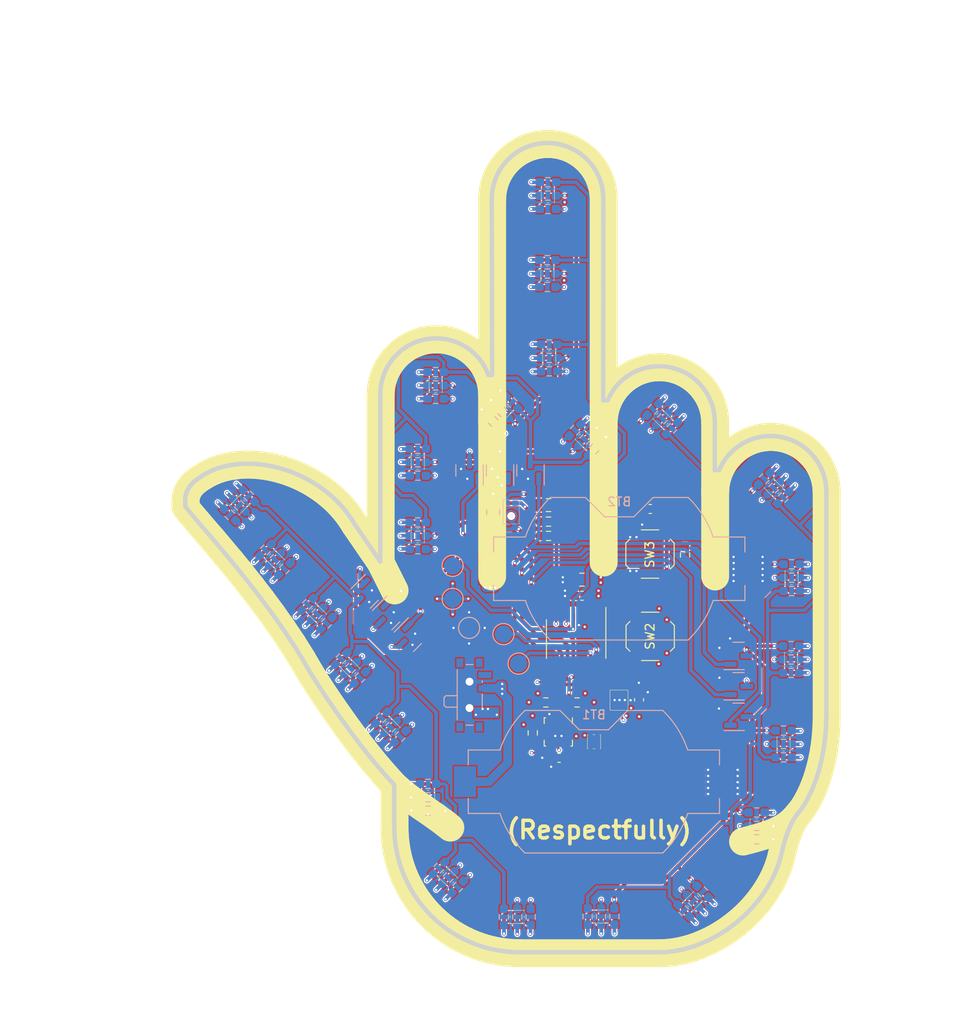
<source format=kicad_pcb>
(kicad_pcb (version 20221018) (generator pcbnew)
  (layers (0 "F.Cu" signal) (1 "In1.Cu" signal) (2 "In2.Cu" signal) (31 "B.Cu" signal) (34 "B.Paste" user) (35 "F.Paste" user) (36 "B.SilkS" user "B.Silkscreen") (37 "F.SilkS" user "F.Silkscreen") (38 "B.Mask" user) (39 "F.Mask" user) (44 "Edge.Cuts" user))
  (net 0 "")
  (net 1 "Net-(BT1-+)")
  (net 2 "GND")
  (net 3 "+3V0")
  (net 4 "/NRST")
  (net 5 "Net-(U4-Out)")
  (net 6 "/mic_SIG")
  (net 7 "Net-(U4-GND)")
  (net 8 "/mic_VCC")
  (net 9 "Net-(D1-RK)")
  (net 10 "Net-(D1-BK)")
  (net 11 "Net-(D1-GK)")
  (net 12 "Net-(D2-RK)")
  (net 13 "Net-(D2-BK)")
  (net 14 "Net-(D2-GK)")
  (net 15 "Net-(D3-RK)")
  (net 16 "Net-(D3-BK)")
  (net 17 "Net-(D3-GK)")
  (net 18 "Net-(D4-RK)")
  (net 19 "Net-(D4-BK)")
  (net 20 "Net-(D4-GK)")
  (net 21 "Net-(D5-RK)")
  (net 22 "Net-(D5-BK)")
  (net 23 "Net-(D5-GK)")
  (net 24 "Net-(D6-RK)")
  (net 25 "Net-(D6-BK)")
  (net 26 "Net-(D6-GK)")
  (net 27 "Net-(D7-RK)")
  (net 28 "Net-(D7-BK)")
  (net 29 "Net-(D7-GK)")
  (net 30 "Net-(D8-RK)")
  (net 31 "Net-(D8-BK)")
  (net 32 "Net-(D8-GK)")
  (net 33 "Net-(D9-RK)")
  (net 34 "Net-(D9-BK)")
  (net 35 "Net-(D9-GK)")
  (net 36 "Net-(D10-RK)")
  (net 37 "Net-(D10-BK)")
  (net 38 "Net-(D10-GK)")
  (net 39 "Net-(D11-RK)")
  (net 40 "Net-(D11-BK)")
  (net 41 "Net-(D11-GK)")
  (net 42 "Net-(D12-RK)")
  (net 43 "Net-(D12-BK)")
  (net 44 "Net-(D12-GK)")
  (net 45 "Net-(D13-RK)")
  (net 46 "Net-(D13-BK)")
  (net 47 "Net-(D13-GK)")
  (net 48 "Net-(D14-RK)")
  (net 49 "Net-(D14-BK)")
  (net 50 "Net-(D14-GK)")
  (net 51 "Net-(D15-RK)")
  (net 52 "Net-(D15-BK)")
  (net 53 "Net-(D15-GK)")
  (net 54 "Net-(D16-RK)")
  (net 55 "Net-(D16-BK)")
  (net 56 "Net-(D16-GK)")
  (net 57 "Net-(D17-RK)")
  (net 58 "Net-(D17-BK)")
  (net 59 "Net-(D17-GK)")
  (net 60 "Net-(D18-RK)")
  (net 61 "Net-(D18-BK)")
  (net 62 "Net-(D18-GK)")
  (net 63 "Net-(D19-RK)")
  (net 64 "Net-(D19-BK)")
  (net 65 "Net-(D19-GK)")
  (net 66 "Net-(D20-RK)")
  (net 67 "Net-(D20-BK)")
  (net 68 "Net-(D20-GK)")
  (net 69 "Net-(D21-RK)")
  (net 70 "Net-(D21-BK)")
  (net 71 "Net-(D21-GK)")
  (net 72 "Net-(D22-RK)")
  (net 73 "Net-(D22-BK)")
  (net 74 "Net-(D22-GK)")
  (net 75 "Net-(D23-RK)")
  (net 76 "Net-(D23-BK)")
  (net 77 "Net-(D23-GK)")
  (net 78 "Net-(D24-RK)")
  (net 79 "Net-(D24-BK)")
  (net 80 "Net-(D24-GK)")
  (net 81 "/LED0")
  (net 82 "/LED2")
  (net 83 "/LED1")
  (net 84 "/SWD_CLK")
  (net 85 "/SWD_IO")
  (net 86 "/PWM_R")
  (net 87 "/R1")
  (net 88 "/PWM_G")
  (net 89 "/G1")
  (net 90 "/PWM_B")
  (net 91 "/B1")
  (net 92 "/R2")
  (net 93 "/G2")
  (net 94 "/B3")
  (net 95 "/R3")
  (net 96 "/G3")
  (net 97 "/SCL")
  (net 98 "/SDA")
  (net 99 "Net-(U2-CS)")
  (net 100 "/B2")
  (net 101 "/MODE")
  (net 103 "/WD_SET")
  (net 104 "/WD_CHRG")
  (net 105 "/WD_INTN")
  (net 106 "/LIS3DH_INT1")
  (net 108 "/LIS3DH_INT2")
  (footprint "1.Random_components_Library:LED_RGB_0606_NH-B1515RGBA-HF" (layer "F.Cu") (at 74.06 122.4668 -90)
    (fp_text reference "D19" hide)
    (fp_text value "RBGA")
  )
  (footprint "Capacitor_SMD:C_0603_1608Metric_Pad1.08x0.95mm_HandSolder" (layer "F.Cu") (at 98.085 111.3713 90)
    (fp_text reference "C1" hide)
    (fp_text value "100nF")
  )
  (footprint "Button_Switch_SMD:SW_SPST_TL3342" (layer "F.Cu") (at 99.355 104.1577 90)
    (fp_text reference "SW2")
    (fp_text value "SW_SPST")
  )
  (footprint "Resistor_SMD:R_0603_1608Metric_Pad0.98x0.95mm_HandSolder" (layer "F.Cu") (at 87.7745 92.7277 180)
    (fp_text reference "R78" hide)
    (fp_text value "100k")
  )
  (footprint "1.Random_components_Library:LED_RGB_0606_NH-B1515RGBA-HF" (layer "F.Cu") (at 52.546487 89.249827 -135)
    (fp_text reference "D24" hide)
    (fp_text value "RBGA")
  )
  (footprint "Capacitor_SMD:C_0603_1608Metric_Pad1.08x0.95mm_HandSolder" (layer "F.Cu") (at 88.9758 117.9811 180)
    (fp_text reference "C3" hide)
    (fp_text value "100nF")
  )
  (footprint "1.Random_components_Library:LED_RGB_0606_NH-B1515RGBA-HF" (layer "F.Cu") (at 111.479101 125.7246 90)
    (fp_text reference "D14" hide)
    (fp_text value "RBGA")
  )
  (footprint "1.Random_components_Library:LED_RGB_0606_NH-B1515RGBA-HF" (layer "F.Cu") (at 76.342565 131.602235 -45)
    (fp_text reference "D18" hide)
    (fp_text value "RBGA")
  )
  (footprint "1.Random_components_Library:LED_RGB_0606_NH-B1515RGBA-HF" (layer "F.Cu") (at 72.8863 84.3457 -90)
    (fp_text reference "D2" hide)
    (fp_text value "RBGA")
  )
  (footprint "1.Random_components_Library:LED_RGB_0606_NH-B1515RGBA-HF" (layer "F.Cu") (at 104.252235 134.294635 45)
    (fp_text reference "D15" hide)
    (fp_text value "RBGA")
  )
  (footprint "1.Random_components_Library:LED_RGB_0606_NH-B1515RGBA-HF" (layer "F.Cu") (at 87.6494 62.873 -90)
    (fp_text reference "D6" hide)
    (fp_text value "RBGA")
  )
  (footprint "Capacitor_SMD:C_0603_1608Metric_Pad1.08x0.95mm_HandSolder" (layer "F.Cu") (at 91.5826 99.5349 180)
    (fp_text reference "C7" hide)
    (fp_text value "100nF")
  )
  (footprint "Package_SO:TSSOP-20_4.4x6.5mm_P0.65mm" (layer "F.Cu") (at 90.9222 104.4625 -90)
    (fp_text reference "U1" hide)
    (fp_text value "STM32G030F6Px")
  )
  (footprint "1.Random_components_Library:DFN2x2-10L_WD3153" (layer "F.Cu") (at 94.8304 112.5203 90)
    (fp_text reference "U3" hide)
    (fp_text value "~")
  )
  (footprint "Resistor_SMD:R_0603_1608Metric_Pad0.98x0.95mm_HandSolder" (layer "F.Cu") (at 103.3272 94.8925 90)
    (fp_text reference "R5" hide)
    (fp_text value "10k")
  )
  (footprint "1.Random_components_Library:LED_RGB_0606_NH-B1515RGBA-HF" (layer "F.Cu") (at 93.7518 136.0351)
    (fp_text reference "D16" hide)
    (fp_text value "RBGA")
  )
  (footprint "1.Random_components_Library:LED_RGB_0606_NH-B1515RGBA-HF" (layer "F.Cu") (at 115.4014 106.7873 90)
    (fp_text reference "D12" hide)
    (fp_text value "RBGA")
  )
  (footprint "1.Random_components_Library:LED_RGB_0606_NH-B1515RGBA-HF" (layer "F.Cu") (at 65.218709 107.775691 -45)
    (fp_text reference "D21" hide)
    (fp_text value "RBGA")
  )
  (footprint "Capacitor_SMD:C_0805_2012Metric_Pad1.18x1.45mm_HandSolder" (layer "F.Cu") (at 91.5826 97.7065)
    (fp_text reference "C6" hide)
    (fp_text value "1uF")
  )
  (footprint "1.Random_components_Library:LED_RGB_0606_NH-B1515RGBA-HF" (layer "F.Cu") (at 91.887365 81.767435 135)
    (fp_text reference "D8" hide)
    (fp_text value "RBGA")
  )
  (footprint "1.Random_components_Library:LED_RGB_0606_NH-B1515RGBA-HF" (layer "F.Cu") (at 115.4586 97.4798 90)
    (fp_text reference "D11" hide)
    (fp_text value "RBGA")
  )
  (footprint "1.Random_components_Library:LED_RGB_0606_NH-B1515RGBA-HF" (layer "F.Cu") (at 61.398713 101.594227 -45)
    (fp_text reference "D22" hide)
    (fp_text value "RBGA")
  )
  (footprint "Resistor_SMD:R_0603_1608Metric_Pad0.98x0.95mm_HandSolder" (layer "F.Cu") (at 85.9786 115.1363 -90)
    (fp_text reference "R6" hide)
    (fp_text value "10k")
  )
  (footprint "Package_LGA:LGA-16_3x3mm_P0.5mm_LayoutBorder3x5y" (layer "F.Cu") (at 88.8902 115.0289 -90)
    (fp_text reference "U2" hide)
    (fp_text value "LIS3DH")
  )
  (footprint "1.Random_components_Library:LED_RGB_0606_NH-B1515RGBA-HF" (layer "F.Cu") (at 82.554335 78.631887 -135)
    (fp_text reference "D4" hide)
    (fp_text value "RBGA")
  )
  (footprint "1.Random_components_Library:LED_RGB_0606_NH-B1515RGBA-HF" (layer "F.Cu") (at 100.741765 79.402935 135)
    (fp_text reference "D9" hide)
    (fp_text value "RBGA")
  )
  (footprint "Button_Switch_SMD:SW_SPST_TL3342" (layer "F.Cu") (at 99.3344 94.7924 -90)
    (fp_text reference "SW3")
    (fp_text value "SW_SPST")
  )
  (footprint "Resistor_SMD:R_0603_1608Metric_Pad0.98x0.95mm_HandSolder" (layer "F.Cu") (at 87.7745 91.1021 180)
    (fp_text reference "R77" hide)
    (fp_text value "100k")
  )
  (footprint "Capacitor_SMD:C_0805_2012Metric_Pad1.18x1.45mm_HandSolder" (layer "F.Cu") (at 87.7726 89.2225)
    (fp_text reference "C4" hide)
    (fp_text value "1uF")
  )
  (footprint "1.Random_components_Library:LED_RGB_0606_NH-B1515RGBA-HF" (layer "F.Cu") (at 84.2134 136.0814)
    (fp_text reference "D17" hide)
    (fp_text value "RBGA")
  )
  (footprint "1.Random_components_Library:LED_RGB_0606_NH-B1515RGBA-HF" (layer "F.Cu") (at 72.8818 92.7157 -90)
    (fp_text reference "D1" hide)
    (fp_text value "RBGA")
  )
  (footprint "1.Random_components_Library:LED_RGB_0606_NH-B1515RGBA-HF" (layer "F.Cu") (at 113.420087 87.292473 135)
    (fp_text reference "D10" hide)
    (fp_text value "RBGA")
  )
  (footprint "1.Random_components_Library:LED_RGB_0606_NH-B1515RGBA-HF" (layer "F.Cu") (at 56.616627 95.403513 -45)
    (fp_text reference "D23" hide)
    (fp_text value "RBGA")
  )
  (footprint "1.Random_components_Library:LED_RGB_0606_NH-B1515RGBA-HF" (layer "F.Cu") (at 92.9542 116.1465 90)
    (fp_text reference "D25" hide)
    (fp_text value "RBGA")
  )
  (footprint "Capacitor_SMD:C_0603_1608Metric_Pad1.08x0.95mm_HandSolder" (layer "F.Cu") (at 99.3648 89.662 180)
    (fp_text reference "C2" hide)
    (fp_text value "100nF")
  )
  (footprint "1.Random_components_Library:LED_RGB_0606_NH-B1515RGBA-HF" (layer "F.Cu") (at 114.5442 116.4005 90)
    (fp_text reference "D13" hide)
    (fp_text value "RBGA")
  )
  (footprint "1.Random_components_Library:LED_RGB_0606_NH-B1515RGBA-HF" (layer "F.Cu") (at 69.790709 114.481291 -45)
    (fp_text reference "D20" hide)
    (fp_text value "RBGA")
  )
  (footprint "Resistor_SMD:R_0603_1608Metric_Pad0.98x0.95mm_HandSolder" (layer "F.Cu") (at 91.0238 111.6761 180)
    (fp_text reference "R2" hide)
    (fp_text value "5.1k")
  )
  (footprint "1.Random_components_Library:LED_RGB_0606_NH-B1515RGBA-HF" (layer "F.Cu") (at 87.8526 72.4742 -90)
    (fp_text reference "D5" hide)
    (fp_text value "RBGA")
  )
  (footprint "1.Random_components_Library:LED_RGB_0606_NH-B1515RGBA-HF" (layer "F.Cu") (at 74.9221 75.6081 -90)
    (fp_text reference "D3" hide)
    (fp_text value "RBGA")
  )
  (footprint "1.Random_components_Library:LED_RGB_0606_NH-B1515RGBA-HF" (layer "F.Cu") (at 87.7002 54.007 -90)
    (fp_text reference "D7" hide)
    (fp_text value "RBGA")
  )
  (footprint "Resistor_SMD:R_0603_1608Metric_Pad0.98x0.95mm_HandSolder" (layer "F.Cu") (at 87.4678 111.6761)
    (fp_text reference "R3" hide)
    (fp_text value "5.1k")
  )
  (footprint "Resistor_SMD:R_0603_1608Metric_Pad0.98x0.95mm_HandSolder" (layer "B.Cu") (at 64.141078 106.698061 -135)
    (fp_text reference "R65" hide)
    (fp_text value "100")
  )
  (footprint "Resistor_SMD:R_0603_1608Metric_Pad0.98x0.95mm_HandSolder" (layer "B.Cu") (at 74.9221 74.0841 180)
    (fp_text reference "R11" hide)
    (fp_text value "100")
  )
  (footprint "Resistor_SMD:R_0603_1608Metric_Pad0.98x0.95mm_HandSolder" (layer "B.Cu") (at 74.06 122.4668 180)
    (fp_text reference "R61" hide)
    (fp_text value "100")
  )
  (footprint "Resistor_SMD:R_0603_1608Metric_Pad0.98x0.95mm_HandSolder" (layer "B.Cu") (at 60.321082 100.516596 -135)
    (fp_text reference "R68" hide)
    (fp_text value "100")
  )
  (footprint "Resistor_SMD:R_0603_1608Metric_Pad0.98x0.95mm_HandSolder" (layer "B.Cu") (at 68.719583 113.410166 -135)
    (fp_text reference "R62" hide)
    (fp_text value "100")
  )
  (footprint "Resistor_SMD:R_0603_1608Metric_Pad0.98x0.95mm_HandSolder" (layer "B.Cu") (at 100.741765 79.402935 45)
    (fp_text reference "R33" hide)
    (fp_text value "100")
  )
  (footprint "Resistor_SMD:R_0603_1608Metric_Pad0.98x0.95mm_HandSolder" (layer "B.Cu") (at 90.809734 80.689805 45)
    (fp_text reference "R29" hide)
    (fp_text value "100")
  )
  (footprint "TestPoint:TestPoint_Pad_D2.0mm" (layer "B.Cu") (at 76.8506 96.1313)
    (fp_text reference "TP5" hide)
    (fp_text value "TestPoint")
  )
  (footprint "Resistor_SMD:R_0603_1608Metric_Pad0.98x0.95mm_HandSolder" (layer "B.Cu") (at 105.329866 133.217004 -45)
    (fp_text reference "R49" hide)
    (fp_text value "100")
  )
  (footprint "Resistor_SMD:R_0603_1608Metric_Pad0.98x0.95mm_HandSolder" (layer "B.Cu") (at 87.6494 61.349 180)
    (fp_text reference "R22" hide)
    (fp_text value "100")
  )
  (footprint "Package_TO_SOT_SMD:SOT-23" (layer "B.Cu") (at 109.425901 113.314199)
    (fp_text reference "Q4" hide)
    (fp_text value "2N7002K")
  )
  (footprint "Resistor_SMD:R_0603_1608Metric_Pad0.98x0.95mm_HandSolder" (layer "B.Cu") (at 74.06 120.9428 180)
    (fp_text reference "R59" hide)
    (fp_text value "100")
  )
  (footprint "Package_TO_SOT_SMD:SOT-23" (layer "B.Cu") (at 69.275039 101.862464 -135)
    (fp_text reference "Q9" hide)
    (fp_text value "2N7002K")
  )
  (footprint "Resistor_SMD:R_0603_1608Metric_Pad0.98x0.95mm_HandSolder" (layer "B.Cu") (at 66.294996 108.854666 -135)
    (fp_text reference "R66" hide)
    (fp_text value "100")
  )
  (footprint "Resistor_SMD:R_0603_1608Metric_Pad0.98x0.95mm_HandSolder" (layer "B.Cu") (at 87.6494 62.873 180)
    (fp_text reference "R24" hide)
    (fp_text value "100")
  )
  (footprint "Resistor_SMD:R_0603_1608Metric_Pad0.98x0.95mm_HandSolder" (layer "B.Cu") (at 70.868339 115.558922 -135)
    (fp_text reference "R63" hide)
    (fp_text value "100")
  )
  (footprint "Resistor_SMD:R_0603_1608Metric_Pad0.98x0.95mm_HandSolder" (layer "B.Cu") (at 114.5442 116.4005)
    (fp_text reference "R44" hide)
    (fp_text value "100")
  )
  (footprint "Resistor_SMD:R_0603_1608Metric_Pad0.98x0.95mm_HandSolder" (layer "B.Cu") (at 104.252235 134.294635 -45)
    (fp_text reference "R50" hide)
    (fp_text value "100")
  )
  (footprint "Package_TO_SOT_SMD:SOT-23" (layer "B.Cu") (at 85.7202 85.2832 90)
    (fp_text reference "Q1" hide)
    (fp_text value "2N7002K")
  )
  (footprint "Resistor_SMD:R_0603_1608Metric_Pad0.98x0.95mm_HandSolder" (layer "B.Cu") (at 103.174604 135.372266 -45)
    (fp_text reference "R48" hide)
    (fp_text value "100")
  )
  (footprint "Resistor_SMD:R_0603_1608Metric_Pad0.98x0.95mm_HandSolder" (layer "B.Cu") (at 82.554335 78.631887 135)
    (fp_text reference "R17" hide)
    (fp_text value "100")
  )
  (footprint "Resistor_SMD:R_0603_1608Metric_Pad0.98x0.95mm_HandSolder" (layer "B.Cu") (at 91.887365 81.767435 45)
    (fp_text reference "R30" hide)
    (fp_text value "100")
  )
  (footprint "Resistor_SMD:R_0603_1608Metric_Pad0.98x0.95mm_HandSolder" (layer "B.Cu") (at 93.7518 136.0351 -90)
    (fp_text reference "R53" hide)
    (fp_text value "100")
  )
  (footprint "Battery:BatteryHolder_Keystone_1058_1x2032" (layer "B.Cu") (at 92.939 120.6954)
    (fp_text reference "BT1")
    (fp_text value "Battery_Cell")
  )
  (footprint "Button_Switch_SMD:SW_SPDT_PCM12" (layer "B.Cu") (at 79.1036 110.8125 90)
    (fp_text reference "SW1" hide)
    (fp_text value "SW_DPST_x2")
  )
  (footprint "Package_TO_SOT_SMD:SOT-23" (layer "B.Cu") (at 71.739167 104.326591 -135)
    (fp_text reference "Q8" hide)
    (fp_text value "2N7002K")
  )
  (footprint "Package_TO_SOT_SMD:SOT-23" (layer "B.Cu") (at 109.4213 106.385)
    (fp_text reference "Q5" hide)
    (fp_text value "2N7002K")
  )
  (footprint "Resistor_SMD:R_0603_1608Metric_Pad0.98x0.95mm_HandSolder" (layer "B.Cu") (at 111.4791 124.2006)
    (fp_text reference "R46" hide)
    (fp_text value "100")
  )
  (footprint "Resistor_SMD:R_0603_1608Metric_Pad0.98x0.95mm_HandSolder" (layer "B.Cu") (at 115.4586 97.4798)
    (fp_text reference "R38" hide)
    (fp_text value "100")
  )
  (footprint "Battery:BatteryHolder_Keystone_1058_1x2032" (layer "B.Cu") (at 95.8346 96.4638)
    (fp_text reference "BT2")
    (fp_text value "Battery_Cell")
  )
  (footprint "TestPoint:TestPoint_Pad_D2.0mm" (layer "B.Cu") (at 84.369 107.2565)
    (fp_text reference "TP2" hide)
    (fp_text value "TestPoint")
  )
  (footprint "Resistor_SMD:R_0603_1608Metric_Pad0.98x0.95mm_HandSolder" (layer "B.Cu") (at 84.2134 136.0814 -90)
    (fp_text reference "R55" hide)
    (fp_text value "100")
  )
  (footprint "Resistor_SMD:R_0603_1608Metric_Pad0.98x0.95mm_HandSolder" (layer "B.Cu") (at 87.6983 55.531 180)
    (fp_text reference "R26" hide)
    (fp_text value "100")
  )
  (footprint "1.Random_components_Library:ANT_3P,1.85x2.75mm_LMA2718B381-OA5-2" (layer "B.Cu") (at 83.5284 90.4632 180)
    (fp_text reference "U4" hide)
    (fp_text value "~")
    (fp_circle (center 0 0) (end 0.151 0) (stroke (width 0.05)) (fill none) (layer "Edge.Cuts"))
  )
  (footprint "Package_TO_SOT_SMD:SOT-23" (layer "B.Cu") (at 109.421301 109.8394)
    (fp_text reference "Q6" hide)
    (fp_text value "2N7002K")
  )
  (footprint "Resistor_SMD:R_0603_1608Metric_Pad0.98x0.95mm_HandSolder" (layer "B.Cu") (at 55.537229 94.32765 -135)
    (fp_text reference "R71" hide)
    (fp_text value "100")
  )
  (footprint "Resistor_SMD:R_0603_1608Metric_Pad0.98x0.95mm_HandSolder" (layer "B.Cu") (at 74.9221 77.1321 180)
    (fp_text reference "R12" hide)
    (fp_text value "100")
  )
  (footprint "Resistor_SMD:R_0603_1608Metric_Pad0.98x0.95mm_HandSolder" (layer "B.Cu") (at 72.8818 91.1917 180)
    (fp_text reference "R1" hide)
    (fp_text value "100")
  )
  (footprint "Resistor_SMD:R_0603_1608Metric_Pad0.98x0.95mm_HandSolder" (layer "B.Cu") (at 87.8526 70.9502 180)
    (fp_text reference "R18" hide)
    (fp_text value "100")
  )
  (footprint "Resistor_SMD:R_0603_1608Metric_Pad0.98x0.95mm_HandSolder" (layer "B.Cu") (at 115.4586 99.0038)
    (fp_text reference "R36" hide)
    (fp_text value "100")
  )
  (footprint "Resistor_SMD:R_0603_1608Metric_Pad0.98x0.95mm_HandSolder" (layer "B.Cu") (at 101.819396 80.480566 45)
    (fp_text reference "R31" hide)
    (fp_text value "100")
  )
  (footprint "Resistor_SMD:R_0603_1608Metric_Pad0.98x0.95mm_HandSolder" (layer "B.Cu") (at 115.4014 106.7873)
    (fp_text reference "R41" hide)
    (fp_text value "100")
  )
  (footprint "Resistor_SMD:R_0603_1608Metric_Pad0.98x0.95mm_HandSolder" (layer "B.Cu") (at 72.8818 92.7157 180)
    (fp_text reference "R7" hide)
    (fp_text value "100")
  )
  (footprint "Resistor_SMD:R_0603_1608Metric_Pad0.98x0.95mm_HandSolder" (layer "B.Cu") (at 52.546487 89.249827 135)
    (fp_text reference "R76" hide)
    (fp_text value "100")
  )
  (footprint "Resistor_SMD:R_0603_1608Metric_Pad0.98x0.95mm_HandSolder" (layer "B.Cu") (at 53.624118 88.172196 135)
    (fp_text reference "R74" hide)
    (fp_text value "100")
  )
  (footprint "Resistor_SMD:R_0603_1608Metric_Pad0.98x0.95mm_HandSolder" (layer "B.Cu") (at 62.476343 102.671858 -135)
    (fp_text reference "R69" hide)
    (fp_text value "100")
  )
  (footprint "Package_TO_SOT_SMD:SOT-23" (layer "B.Cu") (at 78.781 85.2832 90)
    (fp_text reference "Q2" hide)
    (fp_text value "2N7002K")
  )
  (footprint "Package_TO_SOT_SMD:SOT-23" (layer "B.Cu") (at 82.2558 85.2832 90)
    (fp_text reference "Q3" hide)
    (fp_text value "2N7002K")
  )
  (footprint "Resistor_SMD:R_0603_1608Metric_Pad0.98x0.95mm_HandSolder" (layer "B.Cu") (at 72.8882 82.821699 180)
    (fp_text reference "R8" hide)
    (fp_text value "100")
  )
  (footprint "Resistor_SMD:R_0603_1608Metric_Pad0.98x0.95mm_HandSolder" (layer "B.Cu") (at 65.217365 107.777035 -135)
    (fp_text reference "R67" hide)
    (fp_text value "100")
  )
  (footprint "Resistor_SMD:R_0603_1608Metric_Pad0.98x0.95mm_HandSolder" (layer "B.Cu") (at 95.2758 136.0351 -90)
    (fp_text reference "R52" hide)
    (fp_text value "100")
  )
  (footprint "Resistor_SMD:R_0603_1608Metric_Pad0.98x0.95mm_HandSolder" (layer "B.Cu") (at 57.69249 96.482911 -135)
    (fp_text reference "R72" hide)
    (fp_text value "100")
  )
  (footprint "Resistor_SMD:R_0603_1608Metric_Pad0.98x0.95mm_HandSolder" (layer "B.Cu") (at 77.420196 132.679866 -135)
    (fp_text reference "R57" hide)
    (fp_text value "100")
  )
  (footprint "Resistor_SMD:R_0603_1608Metric_Pad0.98x0.95mm_HandSolder" (layer "B.Cu") (at 85.7374 136.0814 -90)
    (fp_text reference "R54" hide)
    (fp_text value "100")
  )
  (footprint "Resistor_SMD:R_0603_1608Metric_Pad0.98x0.95mm_HandSolder" (layer "B.Cu") (at 75.264934 130.524604 -135)
    (fp_text reference "R56" hide)
    (fp_text value "100")
  )
  (footprint "Resistor_SMD:R_0603_1608Metric_Pad0.98x0.95mm_HandSolder" (layer "B.Cu") (at 111.479101 127.2486)
    (fp_text reference "R45" hide)
    (fp_text value "100")
  )
  (footprint "Resistor_SMD:R_0603_1608Metric_Pad0.98x0.95mm_HandSolder" (layer "B.Cu") (at 76.342565 131.602235 -135)
    (fp_text reference "R58" hide)
    (fp_text value "100")
  )
  (footprint "Resistor_SMD:R_0603_1608Metric_Pad0.98x0.95mm_HandSolder" (layer "B.Cu") (at 99.664134 78.325304 45)
    (fp_text reference "R32" hide)
    (fp_text value "100")
  )
  (footprint "Resistor_SMD:R_0603_1608Metric_Pad0.98x0.95mm_HandSolder" (layer "B.Cu") (at 115.4014 108.3113)
    (fp_text reference "R39" hide)
    (fp_text value "100")
  )
  (footprint "Resistor_SMD:R_0603_1608Metric_Pad0.98x0.95mm_HandSolder" (layer "B.Cu") (at 87.7002 52.483 180)
    (fp_text reference "R25" hide)
    (fp_text value "100")
  )
  (footprint "Resistor_SMD:R_0603_1608Metric_Pad0.98x0.95mm_HandSolder" (layer "B.Cu") (at 74.9221 75.6081 180)
    (fp_text reference "R14" hide)
    (fp_text value "100")
  )
  (footprint "Resistor_SMD:R_0603_1608Metric_Pad0.98x0.95mm_HandSolder" (layer "B.Cu") (at 87.8526 73.9982 180)
    (fp_text reference "R19" hide)
    (fp_text value "100")
  )
  (footprint "Resistor_SMD:R_0603_1608Metric_Pad0.98x0.95mm_HandSolder" (layer "B.Cu") (at 74.06 123.9908 180)
    (fp_text reference "R60" hide)
    (fp_text value "100")
  )
  (footprint "Resistor_SMD:R_0603_1608Metric_Pad0.98x0.95mm_HandSolder" (layer "B.Cu") (at 72.8882 85.8697 180)
    (fp_text reference "R9" hide)
    (fp_text value "100")
  )
  (footprint "Capacitor_SMD:C_0805_2012Metric_Pad1.18x1.45mm_HandSolder" (layer "B.Cu") (at 81.4734 90.0353 90)
    (fp_text reference "C5" hide)
    (fp_text value "1uF")
  )
  (footprint "Resistor_SMD:R_0603_1608Metric_Pad0.98x0.95mm_HandSolder" (layer "B.Cu") (at 114.5442 117.9245)
    (fp_text reference "R42" hide)
    (fp_text value "100")
  )
  (footprint "TestPoint:TestPoint_Pad_D2.0mm" (layer "B.Cu") (at 78.7302 103.1925)
    (fp_text reference "TP3" hide)
    (fp_text value "TestPoint")
  )
  (footprint "Resistor_SMD:R_0603_1608Metric_Pad0.98x0.95mm_HandSolder" (layer "B.Cu") (at 72.881799 94.2397 180)
    (fp_text reference "R4" hide)
    (fp_text value "100")
  )
  (footprint "Resistor_SMD:R_0603_1608Metric_Pad0.98x0.95mm_HandSolder" (layer "B.Cu") (at 69.789365 114.482635 -135)
    (fp_text reference "R64" hide)
    (fp_text value "100")
  )
  (footprint "TestPoint:TestPoint_Pad_D2.0mm" (layer "B.Cu") (at 82.6418 103.9037)
    (fp_text reference "TP1" hide)
    (fp_text value "TestPoint")
  )
  (footprint "Resistor_SMD:R_0603_1608Metric_Pad0.98x0.95mm_HandSolder" (layer "B.Cu") (at 92.964995 82.845066 45)
    (fp_text reference "R28" hide)
    (fp_text value "100")
  )
  (footprint "Resistor_SMD:R_0603_1608Metric_Pad0.98x0.95mm_HandSolder" (layer "B.Cu") (at 87.6494 64.397 180)
    (fp_text reference "R23" hide)
    (fp_text value "100")
  )
  (footprint "Resistor_SMD:R_0603_1608Metric_Pad0.98x0.95mm_HandSolder" (layer "B.Cu") (at 72.8863 84.3457 180)
    (fp_text reference "R10" hide)
    (fp_text value "100")
  )
  (footprint "Resistor_SMD:R_0603_1608Metric_Pad0.98x0.95mm_HandSolder" (layer "B.Cu") (at 56.616627 95.403513 -135)
    (fp_text reference "R73" hide)
    (fp_text value "100")
  )
  (footprint "Resistor_SMD:R_0603_1608Metric_Pad0.98x0.95mm_HandSolder" (layer "B.Cu") (at 114.497718 88.370103 45)
    (fp_text reference "R13" hide)
    (fp_text value "100")
  )
  (footprint "Resistor_SMD:R_0603_1608Metric_Pad0.98x0.95mm_HandSolder" (layer "B.Cu") (at 115.4014 105.263301)
    (fp_text reference "R40" hide)
    (fp_text value "100")
  )
  (footprint "Resistor_SMD:R_0603_1608Metric_Pad0.98x0.95mm_HandSolder" (layer "B.Cu") (at 51.468857 90.327458 135)
    (fp_text reference "R75" hide)
    (fp_text value "100")
  )
  (footprint "Resistor_SMD:R_0603_1608Metric_Pad0.98x0.95mm_HandSolder" (layer "B.Cu") (at 61.398713 101.594227 -135)
    (fp_text reference "R70" hide)
    (fp_text value "100")
  )
  (footprint "Package_TO_SOT_SMD:SOT-23" (layer "B.Cu") (at 66.817985 99.40541 -135)
    (fp_text reference "Q7" hide)
    (fp_text value "2N7002K")
  )
  (footprint "Resistor_SMD:R_0603_1608Metric_Pad0.98x0.95mm_HandSolder" (layer "B.Cu") (at 113.421431 87.291129 45)
    (fp_text reference "R35" hide)
    (fp_text value "100")
  )
  (footprint "Resistor_SMD:R_0603_1608Metric_Pad0.98x0.95mm_HandSolder" (layer "B.Cu") (at 112.3438 86.213498 45)
    (fp_text reference "R34" hide)
    (fp_text value "100")
  )
  (footprint "TestPoint:TestPoint_Pad_D2.0mm" (layer "B.Cu") (at 76.8506 99.8905)
    (fp_text reference "TP4" hide)
    (fp_text value "TestPoint")
  )
  (footprint "Resistor_SMD:R_0603_1608Metric_Pad0.98x0.95mm_HandSolder" (layer "B.Cu") (at 83.631965 77.554256 135)
    (fp_text reference "R15" hide)
    (fp_text value "100")
  )
  (footprint "Resistor_SMD:R_0603_1608Metric_Pad0.98x0.95mm_HandSolder" (layer "B.Cu") (at 114.5442 114.8765)
    (fp_text reference "R43" hide)
    (fp_text value "100")
  )
  (footprint "Resistor_SMD:R_0603_1608Metric_Pad0.98x0.95mm_HandSolder" (layer "B.Cu") (at 92.2278 136.035099 -90)
    (fp_text reference "R51" hide)
    (fp_text value "100")
  )
  (footprint "Resistor_SMD:R_0603_1608Metric_Pad0.98x0.95mm_HandSolder" (layer "B.Cu") (at 81.476704 79.709517 135)
    (fp_text reference "R16" hide)
    (fp_text value "100")
  )
  (footprint "Resistor_SMD:R_0603_1608Metric_Pad0.98x0.95mm_HandSolder" (layer "B.Cu") (at 111.479101 125.7246)
    (fp_text reference "R47" hide)
    (fp_text value "100")
  )
  (footprint "Resistor_SMD:R_0603_1608Metric_Pad0.98x0.95mm_HandSolder" (layer "B.Cu") (at 87.8526 72.4742 180)
    (fp_text reference "R20" hide)
    (fp_text value "100")
  )
  (footprint "Resistor_SMD:R_0603_1608Metric_Pad0.98x0.95mm_HandSolder" (layer "B.Cu") (at 82.6894 136.0814 -90)
    (fp_text reference "R21" hide)
    (fp_text value "100")
  )
  (footprint "Resistor_SMD:R_0603_1608Metric_Pad0.98x0.95mm_HandSolder" (layer "B.Cu") (at 115.4586 95.9558)
    (fp_text reference "R37" hide)
    (fp_text value "100")
  )
  (footprint "Resistor_SMD:R_0603_1608Metric_Pad0.98x0.95mm_HandSolder" (layer "B.Cu") (at 87.6983 54.007 180)
    (fp_text reference "R27" hide)
    (fp_text value "100")
  )
  (gr_line (start 93.42998 51.73011) (end 93.289741 51.456312) (stroke (width 3.174999)) (layer "F.SilkS"))
  (gr_line (start 47.383815 86.729496) (end 47.256945 86.853869) (stroke (width 3.174999)) (layer "F.SilkS"))
  (gr_line (start 75.973189 70.431172) (end 75.655412 70.390787) (stroke (width 3.174999)) (layer "F.SilkS"))
  (gr_line (start 112.468864 133.276996) (end 113.089683 132.254411) (stroke (width 3.174999)) (layer "F.SilkS"))
  (gr_line (start 74.356984 70.390787) (end 74.039207 70.431172) (stroke (width 3.174999)) (layer "F.SilkS"))
  (gr_line (start 115.760222 125.062919) (end 115.924774 124.803006) (stroke (width 3.174999)) (layer "F.SilkS"))
  (gr_line (start 82.341909 140.043552) (end 83.056142 140.134311) (stroke (width 3.174999)) (layer "F.SilkS"))
  (gr_line (start 56.293147 101.611534) (end 57.472605 103.277564) (stroke (width 3.174999)) (layer "F.SilkS"))
  (gr_line (start 89.889452 48.518343) (end 89.594412 48.418504) (stroke (width 3.174999)) (layer "F.SilkS"))
  (gr_line (start 117.630284 122.157878) (end 117.893421 121.567864) (stroke (width 3.174999)) (layer "F.SilkS"))
  (gr_line (start 100.406196 73.532999) (end 100.079446 73.541263) (stroke (width 3.174999)) (layer "F.SilkS"))
  (gr_line (start 54.029644 84.628162) (end 53.479849 84.618687) (stroke (width 3.174999)) (layer "F.SilkS"))
  (gr_line (start 117.596241 83.330456) (end 117.375705 83.120193) (stroke (width 3.174999)) (layer "F.SilkS"))
  (gr_line (start 109.306987 82.732086) (end 109.0671 82.920604) (stroke (width 3.174999)) (layer "F.SilkS"))
  (gr_line (start 114.951088 126.844987) (end 115.065767 126.531488) (stroke (width 3.174999)) (layer "F.SilkS"))
  (gr_line (start 86.739207 48.206173) (end 86.426515 48.26202) (stroke (width 3.174999)) (layer "F.SilkS"))
  (gr_line (start 96.855949 74.617538) (end 96.606986 74.794584) (stroke (width 3.174999)) (layer "F.SilkS"))
  (gr_line (start 101.566116 140.1481) (end 102.145704 140.074435) (stroke (width 3.174999)) (layer "F.SilkS"))
  (gr_line (start 83.906987 49.394587) (end 83.6671 49.583104) (stroke (width 3.174999)) (layer "F.SilkS"))
  (gr_line (start 107.67556 84.527893) (end 107.522652 84.793811) (stroke (width 3.174999)) (layer "F.SilkS"))
  (gr_line (start 106.683025 78.916008) (end 106.627178 78.603317) (stroke (width 3.174999)) (layer "F.SilkS"))
  (gr_line (start 119.281681 116.15427) (end 119.376484 115.213673) (stroke (width 3.174999)) (layer "F.SilkS"))
  (gr_line (start 108.017783 84.02129) (end 107.840736 84.270252) (stroke (width 3.174999)) (layer "F.SilkS"))
  (gr_line (start 84.15595 49.21754) (end 83.906987 49.394587) (stroke (width 3.174999)) (layer "F.SilkS"))
  (gr_line (start 61.520734 109.717282) (end 62.445757 111.116812) (stroke (width 3.174999)) (layer "F.SilkS"))
  (gr_line (start 111.826968 126.98972) (end 111.248793 127.155468) (stroke (width 3.174999)) (layer "F.SilkS"))
  (gr_line (start 46.860386 87.346093) (end 46.786227 87.466788) (stroke (width 3.174999)) (layer "F.SilkS"))
  (gr_line (start 94.822652 76.85631) (end 94.682413 77.130108) (stroke (width 3.174999)) (layer "F.SilkS"))
  (gr_line (start 102.145704 140.074435) (end 102.723753 139.972694) (stroke (width 3.174999)) (layer "F.SilkS"))
  (gr_line (start 102.294411 73.818502) (end 101.993087 73.732928) (stroke (width 3.174999)) (layer "F.SilkS"))
  (gr_line (start 81.429369 53.51601) (end 81.388985 53.833787) (stroke (width 3.174999)) (layer "F.SilkS"))
  (gr_line (start 82.27556 51.190394) (end 82.122653 51.456312) (stroke (width 3.174999)) (layer "F.SilkS"))
  (gr_line (start 65.730436 91.493972) (end 65.413172 90.977573) (stroke (width 3.174999)) (layer "F.SilkS"))
  (gr_line (start 82.806301 50.443904) (end 82.617783 50.68379) (stroke (width 3.174999)) (layer "F.SilkS"))
  (gr_line (start 114.843997 127.160408) (end 114.951088 126.844987) (stroke (width 3.174999)) (layer "F.SilkS"))
  (gr_line (start 46.664038 87.703886) (end 46.61491 87.819871) (stroke (width 3.174999)) (layer "F.SilkS"))
  (gr_line (start 81.347935 76.381249) (end 81.323411 76.058786) (stroke (width 3.174999)) (layer "F.SilkS"))
  (gr_line (start 111.760479 134.254643) (end 112.468864 133.276996) (stroke (width 3.174999)) (layer "F.SilkS"))
  (gr_line (start 97.113589 74.452362) (end 96.855949 74.617538) (stroke (width 3.174999)) (layer "F.SilkS"))
  (gr_line (start 114.651751 127.789012) (end 114.843997 127.160408) (stroke (width 3.174999)) (layer "F.SilkS"))
  (gr_line (start 94.441537 77.699745) (end 94.341698 77.994786) (stroke (width 3.174999)) (layer "F.SilkS"))
  (gr_line (start 68.72937 75.741009) (end 68.688985 76.058786) (stroke (width 3.174999)) (layer "F.SilkS"))
  (gr_line (start 50.840375 84.942603) (end 50.342978 85.083482) (stroke (width 3.174999)) (layer "F.SilkS"))
  (gr_line (start 99.439205 73.606171) (end 99.126514 73.662018) (stroke (width 3.174999)) (layer "F.SilkS"))
  (gr_line (start 63.49423 88.672377) (end 63.052514 88.268535) (stroke (width 3.174999)) (layer "F.SilkS"))
  (gr_line (start 73.419308 70.557929) (end 73.117985 70.643503) (stroke (width 3.174999)) (layer "F.SilkS"))
  (gr_line (start 80.970857 74.524746) (end 80.857152 74.236387) (stroke (width 3.174999)) (layer "F.SilkS"))
  (gr_line (start 119.070856 85.637246) (end 118.957151 85.348887) (stroke (width 3.174999)) (layer "F.SilkS"))
  (gr_line (start 114.748075 125.768414) (end 114.588484 125.870399) (stroke (width 3.174999)) (layer "F.SilkS"))
  (gr_line (start 50.342978 85.083482) (end 49.858612 85.250339) (stroke (width 3.174999)) (layer "F.SilkS"))
  (gr_line (start 60.7187 108.457999) (end 61.520734 109.717282) (stroke (width 3.174999)) (layer "F.SilkS"))
  (gr_line (start 46.811493 89.96578) (end 47.904598 91.252948) (stroke (width 3.174999)) (layer "F.SilkS"))
  (gr_line (start 94.056196 79.870302) (end 94.056196 79.883) (stroke (width 3.174999)) (layer "F.SilkS"))
  (gr_line (start 107.176404 138.244273) (end 108.206328 137.587547) (stroke (width 3.174999)) (layer "F.SilkS"))
  (gr_line (start 106.76446 87.493748) (end 106.756197 87.820499) (stroke (width 3.174999)) (layer "F.SilkS"))
  (gr_line (start 97.934584 74.032045) (end 97.653306 74.159216) (stroke (width 3.174999)) (layer "F.SilkS"))
  (gr_line (start 118.194611 84.02129) (end 118.006094 83.781403) (stroke (width 3.174999)) (layer "F.SilkS"))
  (gr_line (start 68.941701 74.819787) (end 68.856127 75.12111) (stroke (width 3.174999)) (layer "F.SilkS"))
  (gr_line (start 71.713591 71.277363) (end 71.455951 71.442539) (stroke (width 3.174999)) (layer "F.SilkS"))
  (gr_line (start 76.894411 70.643503) (end 76.593088 70.557929) (stroke (width 3.174999)) (layer "F.SilkS"))
  (gr_line (start 81.364461 54.156251) (end 81.356198 54.483002) (stroke (width 3.174999)) (layer "F.SilkS"))
  (gr_line (start 73.078983 134.475283) (end 73.502664 135.014422) (stroke (width 3.174999)) (layer "F.SilkS"))
  (gr_line (start 115.617329 125.060591) (end 115.480458 125.191703) (stroke (width 3.174999)) (layer "F.SilkS"))
  (gr_line (start 115.885477 124.779837) (end 115.752168 124.923417) (stroke (width 3.174999)) (layer "F.SilkS"))
  (gr_line (start 113.089683 132.254411) (end 113.364832 131.728273) (stroke (width 3.174999)) (layer "F.SilkS"))
  (gr_line (start 113.106197 81.470501) (end 112.779446 81.478764) (stroke (width 3.174999)) (layer "F.SilkS"))
  (gr_line (start 71.026119 121.841148) (end 70.634981 121.508763) (stroke (width 3.174999)) (layer "F.SilkS"))
  (gr_line (start 111.519308 81.67043) (end 111.217984 81.756004) (stroke (width 3.174999)) (layer "F.SilkS"))
  (gr_line (start 117.893421 121.567864) (end 118.146806 120.929322) (stroke (width 3.174999)) (layer "F.SilkS"))
  (gr_line (start 72.534585 70.857046) (end 72.253308 70.984217) (stroke (width 3.174999)) (layer "F.SilkS"))
  (gr_line (start 75.976409 137.37271) (end 76.535949 137.770608) (stroke (width 3.174999)) (layer "F.SilkS"))
  (gr_line (start 54.583874 84.661778) (end 54.029644 84.628162) (stroke (width 3.174999)) (layer "F.SilkS"))
  (gr_line (start 71.808726 122.460469) (end 71.417304 122.157577) (stroke (width 3.174999)) (layer "F.SilkS"))
  (gr_line (start 114.487374 128.401281) (end 114.651751 127.789012) (stroke (width 3.174999)) (layer "F.SilkS"))
  (gr_line (start 46.61491 87.819871) (end 46.573025 87.933868) (stroke (width 3.174999)) (layer "F.SilkS"))
  (gr_line (start 106.627178 78.603317) (end 106.556268 78.296109) (stroke (width 3.174999)) (layer "F.SilkS"))
  (gr_line (start 46.943987 87.224244) (end 46.860386 87.346093) (stroke (width 3.174999)) (layer "F.SilkS"))
  (gr_line (start 107.522652 84.793811) (end 107.382414 85.067609) (stroke (width 3.174999)) (layer "F.SilkS"))
  (gr_line (start 109.55595 82.55504) (end 109.306987 82.732086) (stroke (width 3.174999)) (layer "F.SilkS"))
  (gr_line (start 59.568862 86.007327) (end 59.029986 85.76826) (stroke (width 3.174999)) (layer "F.SilkS"))
  (gr_line (start 71.966219 132.739046) (end 72.309864 133.336698) (stroke (width 3.174999)) (layer "F.SilkS"))
  (gr_line (start 98.222943 73.91834) (end 97.934584 74.032045) (stroke (width 3.174999)) (layer "F.SilkS"))
  (gr_line (start 92.606094 50.443904) (end 92.406505 50.213493) (stroke (width 3.174999)) (layer "F.SilkS"))
  (gr_line (start 114.902627 125.662437) (end 114.748075 125.768414) (stroke (width 3.174999)) (layer "F.SilkS"))
  (gr_line (start 107.840736 84.270252) (end 107.67556 84.527893) (stroke (width 3.174999)) (layer "F.SilkS"))
  (gr_line (start 69.155244 74.236387) (end 69.04154 74.524746) (stroke (width 3.174999)) (layer "F.SilkS"))
  (gr_line (start 71.206988 71.619586) (end 70.967101 71.808104) (stroke (width 3.174999)) (layer "F.SilkS"))
  (gr_line (start 115.859087 82.096718) (end 115.577809 81.969547) (stroke (width 3.174999)) (layer "F.SilkS"))
  (gr_line (start 85.234585 48.632047) (end 84.953307 48.759218) (stroke (width 3.174999)) (layer "F.SilkS"))
  (gr_line (start 118.816188 118.735975) (end 118.998307 117.916766) (stroke (width 3.174999)) (layer "F.SilkS"))
  (gr_line (start 108.2063 83.781403) (end 108.017783 84.02129) (stroke (width 3.174999)) (layer "F.SilkS"))
  (gr_line (start 103.698805 74.452362) (end 103.432887 74.299455) (stroke (width 3.174999)) (layer "F.SilkS"))
  (gr_line (start 46.508789 88.155065) (end 46.466933 88.365806) (stroke (width 3.174999)) (layer "F.SilkS"))
  (gr_line (start 82.122653 51.456312) (end 81.982415 51.73011) (stroke (width 3.174999)) (layer "F.SilkS"))
  (gr_line (start 48.235732 86.091545) (end 48.0187 86.233) (stroke (width 3.174999)) (layer "F.SilkS"))
  (gr_line (start 80.271401 139.566365) (end 80.948642 139.758682) (stroke (width 3.174999)) (layer "F.SilkS"))
  (gr_line (start 90.459089 48.759218) (end 90.177811 48.632047) (stroke (width 3.174999)) (layer "F.SilkS"))
  (gr_line (start 94.056196 79.883) (end 94.056196 54.483002) (stroke (width 3.174999)) (layer "F.SilkS"))
  (gr_line (start 74.423784 136.027909) (end 74.91943 136.500463) (stroke (width 3.174999)) (layer "F.SilkS"))
  (gr_line (start 93.136834 51.190394) (end 92.971658 50.932753) (stroke (width 3.174999)) (layer "F.SilkS"))
  (gr_line (start 80.729981 73.95511) (end 80.589743 73.681312) (stroke (width 3.174999)) (layer "F.SilkS"))
  (gr_line (start 51.869351 84.737728) (end 51.349576 84.827439) (stroke (width 3.174999)) (layer "F.SilkS"))
  (gr_line (start 95.705889 75.613491) (end 95.5063 75.843902) (stroke (width 3.174999)) (layer "F.SilkS"))
  (gr_line (start 81.356198 54.483002) (end 81.356198 79.883) (stroke (width 3.174999)) (layer "F.SilkS"))
  (gr_line (start 112.456983 81.503288) (end 112.139206 81.543673) (stroke (width 3.174999)) (layer "F.SilkS"))
  (gr_line (start 71.651046 132.123682) (end 71.966219 132.739046) (stroke (width 3.174999)) (layer "F.SilkS"))
  (gr_line (start 104.205409 74.794584) (end 103.956446 74.617538) (stroke (width 3.174999)) (layer "F.SilkS"))
  (gr_line (start 65.413172 90.977573) (end 65.072096 90.479278) (stroke (width 3.174999)) (layer "F.SilkS"))
  (gr_line (start 110.112019 136.049464) (end 110.972279 135.180938) (stroke (width 3.174999)) (layer "F.SilkS"))
  (gr_line (start 118.611415 119.512034) (end 118.816188 118.735975) (stroke (width 3.174999)) (layer "F.SilkS"))
  (gr_line (start 108.616153 83.330456) (end 108.40589 83.550992) (stroke (width 3.174999)) (layer "F.SilkS"))
  (gr_line (start 113.697369 126.332498) (end 113.288091 126.501454) (stroke (width 3.174999)) (layer "F.SilkS"))
  (gr_line (start 107.255243 85.348887) (end 107.141538 85.637246) (stroke (width 3.174999)) (layer "F.SilkS"))
  (gr_line (start 78.960189 139.086451) (end 79.608284 139.341989) (stroke (width 3.174999)) (layer "F.SilkS"))
  (gr_line (start 74.91943 136.500463) (end 75.43727 136.949029) (stroke (width 3.174999)) (layer "F.SilkS"))
  (gr_line (start 116.398804 82.389863) (end 116.132885 82.236956) (stroke (width 3.174999)) (layer "F.SilkS"))
  (gr_line (start 106.72341 79.233785) (end 106.683025 78.916008) (stroke (width 3.174999)) (layer "F.SilkS"))
  (gr_line (start 80.271659 73.157753) (end 80.094613 72.90879) (stroke (width 3.174999)) (layer "F.SilkS"))
  (gr_line (start 116.132885 82.236956) (end 115.859087 82.096718) (stroke (width 3.174999)) (layer "F.SilkS"))
  (gr_line (start 81.741539 52.299747) (end 81.6417 52.594788) (stroke (width 3.174999)) (layer "F.SilkS"))
  (gr_line (start 84.679509 48.899457) (end 84.41359 49.052364) (stroke (width 3.174999)) (layer "F.SilkS"))
  (gr_line (start 107.382414 85.067609) (end 107.255243 85.348887) (stroke (width 3.174999)) (layer "F.SilkS"))
  (gr_line (start 110.353307 82.096718) (end 110.079509 82.236956) (stroke (width 3.174999)) (layer "F.SilkS"))
  (gr_line (start 94.056196 54.483002) (end 94.047933 54.156251) (stroke (width 3.174999)) (layer "F.SilkS"))
  (gr_line (start 79.906095 72.668903) (end 79.706505 72.438492) (stroke (width 3.174999)) (layer "F.SilkS"))
  (gr_line (start 104.675706 75.182692) (end 104.445295 74.983102) (stroke (width 3.174999)) (layer "F.SilkS"))
  (gr_line (start 115.604499 125.336769) (end 115.760222 125.062919) (stroke (width 3.174999)) (layer "F.SilkS"))
  (gr_line (start 100.985957 140.192887) (end 101.566116 140.1481) (stroke (width 3.174999)) (layer "F.SilkS"))
  (gr_line (start 105.106505 75.613491) (end 104.896243 75.392954) (stroke (width 3.174999)) (layer "F.SilkS"))
  (gr_line (start 94.056196 79.883) (end 94.056196 79.870302) (stroke (width 3.174999)) (layer "F.SilkS"))
  (gr_line (start 80.857152 74.236387) (end 80.729981 73.95511) (stroke (width 3.174999)) (layer "F.SilkS"))
  (gr_line (start 73.380599 123.585089) (end 72.593044 123.035327) (stroke (width 3.174999)) (layer "F.SilkS"))
  (gr_line (start 106.12998 77.130108) (end 105.989742 76.85631) (stroke (width 3.174999)) (layer "F.SilkS"))
  (gr_line (start 87.706198 48.133002) (end 87.379448 48.141265) (stroke (width 3.174999)) (layer "F.SilkS"))
  (gr_line (start 61.633619 87.176128) (end 61.133498 86.852573) (stroke (width 3.174999)) (layer "F.SilkS"))
  (gr_line (start 79.045296 71.808104) (end 78.805409 71.619586) (stroke (width 3.174999)) (layer "F.SilkS"))
  (gr_line (start 94.256124 78.296109) (end 94.185214 78.603317) (stroke (width 3.174999)) (layer "F.SilkS"))
  (gr_line (start 70.243699 98.933001) (end 68.656199 95.757998) (stroke (width 3.174999)) (layer "F.SilkS"))
  (gr_line (start 118.82998 85.067609) (end 118.689741 84.793811) (stroke (width 3.174999)) (layer "F.SilkS"))
  (gr_line (start 105.671659 76.332751) (end 105.494612 76.083788) (stroke (width 3.174999)) (layer "F.SilkS"))
  (gr_line (start 68.856127 75.12111) (end 68.785217 75.428317) (stroke (width 3.174999)) (layer "F.SilkS"))
  (gr_line (start 114.349208 128.981198) (end 114.487374 128.401281) (stroke (width 3.174999)) (layer "F.SilkS"))
  (gr_line (start 51.349576 84.827439) (end 50.840375 84.942603) (stroke (width 3.174999)) (layer "F.SilkS"))
  (gr_line (start 57.472605 103.277564) (end 58.616316 104.982667) (stroke (width 3.174999)) (layer "F.SilkS"))
  (gr_line (start 114.693086 81.67043) (end 114.385879 81.59952) (stroke (width 3.174999)) (layer "F.SilkS"))
  (gr_line (start 101.993087 73.732928) (end 101.68588 73.662018) (stroke (width 3.174999)) (layer "F.SilkS"))
  (gr_line (start 114.073188 81.543673) (end 113.755411 81.503288) (stroke (width 3.174999)) (layer "F.SilkS"))
  (gr_line (start 103.871353 139.688193) (end 104.438966 139.507036) (stroke (width 3.174999)) (layer "F.SilkS"))
  (gr_line (start 49.735694 85.298) (end 49.613973 85.348038) (stroke (width 3.174999)) (layer "F.SilkS"))
  (gr_line (start 73.117985 70.643503) (end 72.822944 70.743342) (stroke (width 3.174999)) (layer "F.SilkS"))
  (gr_line (start 77.759089 70.984217) (end 77.477811 70.857046) (stroke (width 3.174999)) (layer "F.SilkS"))
  (gr_line (start 93.289741 51.456312) (end 93.136834 51.190394) (stroke (width 3.174999)) (layer "F.SilkS"))
  (gr_line (start 116.098362 124.559031) (end 116.281194 124.332997) (stroke (width 3.174999)) (layer "F.SilkS"))
  (gr_line (start 105.989742 76.85631) (end 105.836835 76.590392) (stroke (width 3.174999)) (layer "F.SilkS"))
  (gr_line (start 72.822944 70.743342) (end 72.534585 70.857046) (stroke (width 3.174999)) (layer "F.SilkS"))
  (gr_line (start 90.177811 48.632047) (end 89.889452 48.518343) (stroke (width 3.174999)) (layer "F.SilkS"))
  (gr_line (start 91.975706 49.782694) (end 91.745295 49.583104) (stroke (width 3.174999)) (layer "F.SilkS"))
  (gr_line (start 46.720961 87.586122) (end 46.664038 87.703886) (stroke (width 3.174999)) (layer "F.SilkS"))
  (gr_line (start 84.41359 49.052364) (end 84.15595 49.21754) (stroke (width 3.174999)) (layer "F.SilkS"))
  (gr_line (start 113.615182 131.193306) (end 113.839764 130.650314) (stroke (width 3.174999)) (layer "F.SilkS"))
  (gr_line (start 94.341698 77.994786) (end 94.256124 78.296109) (stroke (width 3.174999)) (layer "F.SilkS"))
  (gr_line (start 47.256945 86.853869) (end 47.141717 86.977924) (stroke (width 3.174999)) (layer "F.SilkS"))
  (gr_line (start 103.956446 74.617538) (end 103.698805 74.452362) (stroke (width 3.174999)) (layer "F.SilkS"))
  (gr_line (start 62.594355 87.884371) (end 62.120981 87.520148) (stroke (width 3.174999)) (layer "F.SilkS"))
  (gr_line (start 119.447934 87.493748) (end 119.423411 87.171285) (stroke (width 3.174999)) (layer "F.SilkS"))
  (gr_line (start 71.455951 71.442539) (end 71.206988 71.619586) (stroke (width 3.174999)) (layer "F.SilkS"))
  (gr_line (start 94.088983 79.233785) (end 94.064459 79.556249) (stroke (width 3.174999)) (layer "F.SilkS"))
  (gr_line (start 68.664462 76.381249) (end 68.656199 76.708) (stroke (width 3.174999)) (layer "F.SilkS"))
  (gr_line (start 77.477811 70.857046) (end 77.189452 70.743342) (stroke (width 3.174999)) (layer "F.SilkS"))
  (gr_line (start 71.417304 122.157577) (end 71.026119 121.841148) (stroke (width 3.174999)) (layer "F.SilkS"))
  (gr_line (start 119.383026 86.853508) (end 119.327179 86.540817) (stroke (width 3.174999)) (layer "F.SilkS"))
  (gr_line (start 81.63911 139.918043) (end 82.341909 140.043552) (stroke (width 3.174999)) (layer "F.SilkS"))
  (gr_line (start 104.445295 74.983102) (end 104.205409 74.794584) (stroke (width 3.174999)) (layer "F.SilkS"))
  (gr_line (start 46.786227 87.466788) (end 46.720961 87.586122) (stroke (width 3.174999)) (layer "F.SilkS"))
  (gr_line (start 102.589452 73.91834) (end 102.294411 73.818502) (stroke (width 3.174999)) (layer "F.SilkS"))
  (gr_line (start 117.806504 83.550992) (end 117.596241 83.330456) (stroke (width 3.174999)) (layer "F.SilkS"))
  (gr_line (start 46.573025 87.933868) (end 46.508789 88.155065) (stroke (width 3.174999)) (layer "F.SilkS"))
  (gr_line (start 105.001163 139.301011) (end 106.105432 138.817566) (stroke (width 3.174999)) (layer "F.SilkS"))
  (gr_line (start 87.379448 48.141265) (end 87.056984 48.165789) (stroke (width 3.174999)) (layer "F.SilkS"))
  (gr_line (start 49.858612 85.250339) (end 49.735694 85.298) (stroke (width 3.174999)) (layer "F.SilkS"))
  (gr_line (start 119.376484 115.213673) (end 119.435731 114.2353) (stroke (width 3.174999)) (layer "F.SilkS"))
  (gr_line (start 57.933607 85.355722) (end 57.37856 85.182776) (stroke (width 3.174999)) (layer "F.SilkS"))
  (gr_line (start 115.065767 126.531488) (end 115.18824 126.221915) (stroke (width 3.174999)) (layer "F.SilkS"))
  (gr_line (start 114.385879 81.59952) (end 114.073188 81.543673) (stroke (width 3.174999)) (layer "F.SilkS"))
  (gr_line (start 64.323419 89.538046) (end 63.918274 89.095635) (stroke (width 3.174999)) (layer "F.SilkS"))
  (gr_line (start 116.905407 82.732086) (end 116.656444 82.55504) (stroke (width 3.174999)) (layer "F.SilkS"))
  (gr_line (start 70.53365 128.812582) (end 70.693011 129.503051) (stroke (width 3.174999)) (layer "F.SilkS"))
  (gr_line (start 77.189452 70.743342) (end 76.894411 70.643503) (stroke (width 3.174999)) (layer "F.SilkS"))
  (gr_line (start 68.656199 95.757998) (end 65.730436 91.493972) (stroke (width 3.174999)) (layer "F.SilkS"))
  (gr_line (start 63.918274 89.095635) (end 63.49423 88.672377) (stroke (width 3.174999)) (layer "F.SilkS"))
  (gr_line (start 70.967101 71.808104) (end 70.73669 72.007693) (stroke (width 3.174999)) (layer "F.SilkS"))
  (gr_line (start 46.439523 89.317196) (end 46.4312 89.408) (stroke (width 3.174999)) (layer "F.SilkS"))
  (gr_line (start 69.917784 72.90879) (end 69.740737 73.157753) (stroke (width 3.174999)) (layer "F.SilkS"))
  (gr_line (start 55.141311 84.719272) (end 54.583874 84.661778) (stroke (width 3.174999)) (layer "F.SilkS"))
  (gr_line (start 52.398474 84.673207) (end 51.869351 84.737728) (stroke (width 3.174999)) (layer "F.SilkS"))
  (gr_line (start 93.557151 52.011388) (end 93.42998 51.73011) (stroke (width 3.174999)) (layer "F.SilkS"))
  (gr_line (start 66.696678 116.998351) (end 67.552563 118.071284) (stroke (width 3.174999)) (layer "F.SilkS"))
  (gr_line (start 119.256269 86.23361) (end 119.170695 85.932286) (stroke (width 3.174999)) (layer "F.SilkS"))
  (gr_line (start 81.485216 53.203319) (end 81.429369 53.51601) (stroke (width 3.174999)) (layer "F.SilkS"))
  (gr_line (start 87.056984 48.165789) (end 86.739207 48.206173) (stroke (width 3.174999)) (layer "F.SilkS"))
  (gr_line (start 79.608284 139.341989) (end 80.271401 139.566365) (stroke (width 3.174999)) (layer "F.SilkS"))
  (gr_line (start 106.956125 86.23361) (end 106.885215 86.540817) (stroke (width 3.174999)) (layer "F.SilkS"))
  (gr_line (start 97.379508 74.299455) (end 97.113589 74.452362) (stroke (width 3.174999)) (layer "F.SilkS"))
  (gr_line (start 47.839768 86.356558) (end 47.674676 86.480632) (stroke (width 3.174999)) (layer "F.SilkS"))
  (gr_line (start 79.275707 72.007693) (end 79.045296 71.808104) (stroke (width 3.174999)) (layer "F.SilkS"))
  (gr_line (start 74.971522 124.686789) (end 73.380599 123.585089) (stroke (width 3.174999)) (layer "F.SilkS"))
  (gr_line (start 71.97951 71.124456) (end 71.713591 71.277363) (stroke (width 3.174999)) (layer "F.SilkS"))
  (gr_line (start 58.616316 104.982667) (end 59.704831 106.713821) (stroke (width 3.174999)) (layer "F.SilkS"))
  (gr_line (start 92.794612 50.68379) (end 92.606094 50.443904) (stroke (width 3.174999)) (layer "F.SilkS"))
  (gr_line (start 74.039207 70.431172) (end 73.726515 70.487019) (stroke (width 3.174999)) (layer "F.SilkS"))
  (gr_line (start 75.332948 70.366264) (end 75.006198 70.358001) (stroke (width 3.174999)) (layer "F.SilkS"))
  (gr_line (start 78.556446 71.442539) (end 78.298806 71.277363) (stroke (width 3.174999)) (layer "F.SilkS"))
  (gr_line (start 109.187451 136.853806) (end 110.112019 136.049464) (stroke (width 3.174999)) (layer "F.SilkS"))
  (gr_line (start 81.156269 75.12111) (end 81.070696 74.819787) (stroke (width 3.174999)) (layer "F.SilkS"))
  (gr_line (start 116.544715 124.00578) (end 116.814609 123.623316) (stroke (width 3.174999)) (layer "F.SilkS"))
  (gr_line (start 106.756197 87.820499) (end 106.756197 97.345499) (stroke (width 3.174999)) (layer "F.SilkS"))
  (gr_line (start 72.253308 70.984217) (end 71.97951 71.124456) (stroke (width 3.174999)) (layer "F.SilkS"))
  (gr_line (start 72.309864 133.336698) (end 72.681084 133.915743) (stroke (width 3.174999)) (layer "F.SilkS"))
  (gr_line (start 70.885328 130.180291) (end 71.109704 130.843408) (stroke (width 3.174999)) (layer "F.SilkS"))
  (gr_line (start 46.439444 89.204248) (end 46.439523 89.317196) (stroke (width 3.174999)) (layer "F.SilkS"))
  (gr_line (start 101.373188 73.606171) (end 101.055411 73.565786) (stroke (width 3.174999)) (layer "F.SilkS"))
  (gr_line (start 46.4312 89.408) (end 46.450938 89.473367) (stroke (width 3.174999)) (layer "F.SilkS"))
  (gr_line (start 46.431671 88.918603) (end 46.439444 89.204248) (stroke (width 3.174999)) (layer "F.SilkS"))
  (gr_line (start 117.360619 122.698021) (end 117.630284 122.157878) (stroke (width 3.174999)) (layer "F.SilkS"))
  (gr_line (start 53.479849 84.618687) (end 52.935716 84.633614) (stroke (width 3.174999)) (layer "F.SilkS"))
  (gr_line (start 47.522875 86.605014) (end 47.383815 86.729496) (stroke (width 3.174999)) (layer "F.SilkS"))
  (gr_line (start 114.99441 81.756004) (end 114.693086 81.67043) (stroke (width 3.174999)) (layer "F.SilkS"))
  (gr_line (start 94.129367 78.916008) (end 94.088983 79.233785) (stroke (width 3.174999)) (layer "F.SilkS"))
  (gr_line (start 115.28945 81.855842) (end 114.99441 81.756004) (stroke (width 3.174999)) (layer "F.SilkS"))
  (gr_line (start 70.243699 125.936371) (end 70.262269 126.670781) (stroke (width 3.174999)) (layer "F.SilkS"))
  (gr_line (start 84.953307 48.759218) (end 84.679509 48.899457) (stroke (width 3.174999)) (layer "F.SilkS"))
  (gr_line (start 115.18824 126.221915) (end 115.318715 125.918269) (stroke (width 3.174999)) (layer "F.SilkS"))
  (gr_line (start 100.732947 73.541263) (end 100.406196 73.532999) (stroke (width 3.174999)) (layer "F.SilkS"))
  (gr_line (start 106.829368 86.853508) (end 106.788983 87.171285) (stroke (width 3.174999)) (layer "F.SilkS"))
  (gr_line (start 90.998806 49.052364) (end 90.732887 48.899457) (stroke (width 3.174999)) (layer "F.SilkS"))
  (gr_line (start 118.689741 84.793811) (end 118.536834 84.527893) (stroke (width 3.174999)) (layer "F.SilkS"))
  (gr_line (start 91.745295 49.583104) (end 91.505409 49.394587) (stroke (width 3.174999)) (layer "F.SilkS"))
  (gr_line (start 91.256446 49.21754) (end 90.998806 49.052364) (stroke (width 3.174999)) (layer "F.SilkS"))
  (gr_line (start 116.814609 123.623316) (end 117.087652 123.186948) (stroke (width 3.174999)) (layer "F.SilkS"))
  (gr_line (start 89.293088 48.33293) (end 88.985881 48.26202) (stroke (width 3.174999)) (layer "F.SilkS"))
  (gr_line (start 107.041699 85.932286) (end 106.956125 86.23361) (stroke (width 3.174999)) (layer "F.SilkS"))
  (gr_line (start 88.985881 48.26202) (end 88.67319 48.206173) (stroke (width 3.174999)) (layer "F.SilkS"))
  (gr_line (start 115.577809 81.969547) (end 115.28945 81.855842) (stroke (width 3.174999)) (layer "F.SilkS"))
  (gr_line (start 92.196242 49.992956) (end 91.975706 49.782694) (stroke (width 3.174999)) (layer "F.SilkS"))
  (gr_line (start 83.216153 49.992956) (end 83.00589 50.213493) (stroke (width 3.174999)) (layer "F.SilkS"))
  (gr_line (start 106.105432 138.817566) (end 107.176404 138.244273) (stroke (width 3.174999)) (layer "F.SilkS"))
  (gr_line (start 107.141538 85.637246) (end 107.041699 85.932286) (stroke (width 3.174999)) (layer "F.SilkS"))
  (gr_line (start 95.916152 75.392954) (end 95.705889 75.613491) (stroke (width 3.174999)) (layer "F.SilkS"))
  (gr_line (start 86.119308 48.33293) (end 85.817985 48.418504) (stroke (width 3.174999)) (layer "F.SilkS"))
  (gr_line (start 109.0671 82.920604) (end 108.836689 83.120193) (stroke (width 3.174999)) (layer "F.SilkS"))
  (gr_line (start 77.114994 138.141829) (end 77.712647 138.485474) (stroke (width 3.174999)) (layer "F.SilkS"))
  (gr_line (start 93.983024 53.51601) (end 93.927177 53.203319) (stroke (width 3.174999)) (layer "F.SilkS"))
  (gr_line (start 64.708435 89.999348) (end 64.323419 89.538046) (stroke (width 3.174999)) (layer "F.SilkS"))
  (gr_line (start 63.651208 112.874422) (end 65.085409 114.87373) (stroke (width 3.174999)) (layer "F.SilkS"))
  (gr_line (start 110.922944 81.855842) (end 110.634585 81.969547) (stroke (width 3.174999)) (layer "F.SilkS"))
  (gr_line (start 92.406505 50.213493) (end 92.196242 49.992956) (stroke (width 3.174999)) (layer "F.SilkS"))
  (gr_line (start 68.688985 76.058786) (end 68.664462 76.381249) (stroke (width 3.174999)) (layer "F.SilkS"))
  (gr_line (start 119.456197 87.820499) (end 119.447934 87.493748) (stroke (width 3.174999)) (layer "F.SilkS"))
  (gr_line (start 110.079509 82.236956) (end 109.81359 82.389863) (stroke (width 3.174999)) (layer "F.SilkS"))
  (gr_line (start 94.023409 53.833787) (end 93.983024 53.51601) (stroke (width 3.174999)) (layer "F.SilkS"))
  (gr_line (start 56.260891 84.904843) (end 55.700726 84.800381) (stroke (width 3.174999)) (layer "F.SilkS"))
  (gr_line (start 81.556126 52.896111) (end 81.485216 53.203319) (stroke (width 3.174999)) (layer "F.SilkS"))
  (gr_line (start 85.522944 48.518343) (end 85.234585 48.632047) (stroke (width 3.174999)) (layer "F.SilkS"))
  (gr_line (start 79.706505 72.438492) (end 79.496243 72.217956) (stroke (width 3.174999)) (layer "F.SilkS"))
  (gr_line (start 81.323411 76.058786) (end 81.283026 75.741009) (stroke (width 3.174999)) (layer "F.SilkS"))
  (gr_line (start 97.653306 74.159216) (end 97.379508 74.299455) (stroke (width 3.174999)) (layer "F.SilkS"))
  (gr_line (start 106.756197 79.883) (end 106.747933 79.556249) (stroke (width 3.174999)) (layer "F.SilkS"))
  (gr_line (start 46.466933 88.365806) (end 46.44306 88.564423) (stroke (width 3.174999)) (layer "F.SilkS"))
  (gr_line (start 83.00589 50.213493) (end 82.806301 50.443904) (stroke (width 3.174999)) (layer "F.SilkS"))
  (gr_line (start 114.207746 129.543457) (end 114.349208 128.981198) (stroke (width 3.174999)) (layer "F.SilkS"))
  (gr_line (start 78.032887 71.124456) (end 77.759089 70.984217) (stroke (width 3.174999)) (layer "F.SilkS"))
  (gr_line (start 113.755411 81.503288) (end 113.432947 81.478764) (stroke (width 3.174999)) (layer "F.SilkS"))
  (gr_line (start 76.184557 125.591222) (end 75.777941 125.277459) (stroke (width 3.174999)) (layer "F.SilkS"))
  (gr_line (start 104.896243 75.392954) (end 104.675706 75.182692) (stroke (width 3.174999)) (layer "F.SilkS"))
  (gr_line (start 49.554916 93.165306) (end 51.606847 95.598655) (stroke (width 3.174999)) (layer "F.SilkS"))
  (gr_line (start 70.317382 127.395551) (end 70.408141 128.109784) (stroke (width 3.174999)) (layer "F.SilkS"))
  (gr_line (start 118.998307 117.916766) (end 119.154547 117.055749) (stroke (width 3.174999)) (layer "F.SilkS"))
  (gr_line (start 46.44306 88.564423) (end 46.432772 88.749245) (stroke (width 3.174999)) (layer "F.SilkS"))
  (gr_line (start 80.948642 139.758682) (end 81.63911 139.918043) (stroke (width 3.174999)) (layer "F.SilkS"))
  (gr_line (start 73.502664 135.014422) (end 73.95123 135.532263) (stroke (width 3.174999)) (layer "F.SilkS"))
  (gr_line (start 74.679447 70.366264) (end 74.356984 70.390787) (stroke (width 3.174999)) (layer "F.SilkS"))
  (gr_line (start 51.606847 95.598655) (end 52.734792 96.97814) (stroke (width 3.174999)) (layer "F.SilkS"))
  (gr_line (start 70.243699 121.157999) (end 70.243699 125.936371) (stroke (width 3.174999)) (layer "F.SilkS"))
  (gr_line (start 81.356198 79.883) (end 81.356198 76.708) (stroke (width 3.174999)) (layer "F.SilkS"))
  (gr_line (start 49.613973 85.348038) (end 49.374003 85.454779) (stroke (width 3.174999)) (layer "F.SilkS"))
  (gr_line (start 100.406196 140.207995) (end 100.985957 140.192887) (stroke (width 3.174999)) (layer "F.SilkS"))
  (gr_line (start 94.682413 77.130108) (end 94.555242 77.411386) (stroke (width 3.174999)) (layer "F.SilkS"))
  (gr_line (start 70.693011 129.503051) (end 70.885328 130.180291) (stroke (width 3.174999)) (layer "F.SilkS"))
  (gr_line (start 71.365242 131.491504) (end 71.651046 132.123682) (stroke (width 3.174999)) (layer "F.SilkS"))
  (gr_line (start 73.726515 70.487019) (end 73.419308 70.557929) (stroke (width 3.174999)) (layer "F.SilkS"))
  (gr_line (start 70.262269 126.670781) (end 70.317382 127.395551) (stroke (width 3.174999)) (layer "F.SilkS"))
  (gr_line (start 49.374003 85.454779) (end 49.138461 85.569631) (stroke (width 3.174999)) (layer "F.SilkS"))
  (gr_line (start 70.73669 72.007693) (end 70.516154 72.217956) (stroke (width 3.174999)) (layer "F.SilkS"))
  (gr_line (start 60.621846 86.549746) (end 60.099892 86.26791) (stroke (width 3.174999)) (layer "F.SilkS"))
  (gr_line (start 67.552563 118.071284) (end 68.433335 119.131902) (stroke (width 3.174999)) (layer "F.SilkS"))
  (gr_line (start 59.029986 85.76826) (end 58.484492 85.55097) (stroke (width 3.174999)) (layer "F.SilkS"))
  (gr_line (start 96.606986 74.794584) (end 96.367099 74.983102) (stroke (width 3.174999)) (layer "F.SilkS"))
  (gr_line (start 70.634981 121.508763) (end 70.243699 121.157999) (stroke (width 3.174999)) (layer "F.SilkS"))
  (gr_line (start 119.435731 114.2353) (end 119.456197 113.220497) (stroke (width 3.174999)) (layer "F.SilkS"))
  (gr_line (start 53.90479 98.448797) (end 55.097392 99.997604) (stroke (width 3.174999)) (layer "F.SilkS"))
  (gr_line (start 118.006094 83.781403) (end 117.806504 83.550992) (stroke (width 3.174999)) (layer "F.SilkS"))
  (gr_line (start 75.43727 136.949029) (end 75.976409 137.37271) (stroke (width 3.174999)) (layer "F.SilkS"))
  (gr_line (start 95.140735 76.332751) (end 94.975559 76.590392) (stroke (width 3.174999)) (layer "F.SilkS"))
  (gr_line (start 52.734792 96.97814) (end 53.90479 98.448797) (stroke (width 3.174999)) (layer "F.SilkS"))
  (gr_line (start 49.138461 85.569631) (end 48.907105 85.691663) (stroke (width 3.174999)) (layer "F.SilkS"))
  (gr_line (start 55.700726 84.800381) (end 55.141311 84.719272) (stroke (width 3.174999)) (layer "F.SilkS"))
  (gr_line (start 115.318715 125.918269) (end 115.457399 125.622553) (stroke (width 3.174999)) (layer "F.SilkS"))
  (gr_line (start 65.085409 114.87373) (end 65.87214 115.92765) (stroke (width 3.174999)) (layer "F.SilkS"))
  (gr_line (start 47.141717 86.977924) (end 47.037581 87.101452) (stroke (width 3.174999)) (layer "F.SilkS"))
  (gr_line (start 61.133498 86.852573) (end 60.621846 86.549746) (stroke (width 3.174999)) (layer "F.SilkS"))
  (gr_line (start 78.805409 71.619586) (end 78.556446 71.442539) (stroke (width 3.174999)) (layer "F.SilkS"))
  (gr_line (start 65.87214 115.92765) (end 66.696678 116.998351) (stroke (width 3.174999)) (layer "F.SilkS"))
  (gr_line (start 76.593699 125.920498) (end 76.184557 125.591222) (stroke (width 3.174999)) (layer "F.SilkS"))
  (gr_line (start 111.217984 81.756004) (end 110.922944 81.855842) (stroke (width 3.174999)) (layer "F.SilkS"))
  (gr_line (start 115.341053 125.3171) (end 115.198614 125.437124) (stroke (width 3.174999)) (layer "F.SilkS"))
  (gr_line (start 65.072096 90.479278) (end 64.708435 89.999348) (stroke (width 3.174999)) (layer "F.SilkS"))
  (gr_line (start 73.95123 135.532263) (end 74.423784 136.027909) (stroke (width 3.174999)) (layer "F.SilkS"))
  (gr_line (start 59.704831 106.713821) (end 60.7187 108.457999) (stroke (width 3.174999)) (layer "F.SilkS"))
  (gr_line (start 115.198614 125.437124) (end 115.052639 125.552121) (stroke (width 3.174999)) (layer "F.SilkS"))
  (gr_line (start 69.282415 73.95511) (end 69.155244 74.236387) (stroke (width 3.174999)) (layer "F.SilkS"))
  (gr_line (start 68.785217 75.428317) (end 68.72937 75.741009) (stroke (width 3.174999)) (layer "F.SilkS"))
  (gr_line (start 62.445757 111.116812) (end 63.651208 112.874422) (stroke (width 3.174999)) (layer "F.SilkS"))
  (gr_line (start 117.145294 82.920604) (end 116.905407 82.732086) (stroke (width 3.174999)) (layer "F.SilkS"))
  (gr_line (start 75.777941 125.277459) (end 74.971522 124.686789) (stroke (width 3.174999)) (layer "F.SilkS"))
  (gr_line (start 46.432772 88.749245) (end 46.431671 88.918603) (stroke (width 3.174999)) (layer "F.SilkS"))
  (gr_line (start 47.674676 86.480632) (end 47.522875 86.605014) (stroke (width 3.174999)) (layer "F.SilkS"))
  (gr_line (start 106.885215 86.540817) (end 106.829368 86.853508) (stroke (width 3.174999)) (layer "F.SilkS"))
  (gr_line (start 56.820578 85.032395) (end 56.260891 84.904843) (stroke (width 3.174999)) (layer "F.SilkS"))
  (gr_line (start 46.52252 89.589204) (end 46.811493 89.96578) (stroke (width 3.174999)) (layer "F.SilkS"))
  (gr_line (start 105.306095 75.843902) (end 105.106505 75.613491) (stroke (width 3.174999)) (layer "F.SilkS"))
  (gr_line (start 48.0187 86.233) (end 47.839768 86.356558) (stroke (width 3.174999)) (layer "F.SilkS"))
  (gr_line (start 93.670855 52.299747) (end 93.557151 52.011388) (stroke (width 3.174999)) (layer "F.SilkS"))
  (gr_line (start 113.839764 130.650314) (end 114.037608 130.100097) (stroke (width 3.174999)) (layer "F.SilkS"))
  (gr_line (start 93.770694 52.594788) (end 93.670855 52.299747) (stroke (width 3.174999)) (layer "F.SilkS"))
  (gr_line (start 110.618366 127.327309) (end 109.931675 127.508) (stroke (width 3.174999)) (layer "F.SilkS"))
  (gr_line (start 80.094613 72.90879) (end 79.906095 72.668903) (stroke (width 3.174999)) (layer "F.SilkS"))
  (gr_line (start 106.556268 78.296109) (end 106.470694 77.994786) (stroke (width 3.174999)) (layer "F.SilkS"))
  (gr_line (start 69.740737 73.157753) (end 69.575561 73.415393) (stroke (width 3.174999)) (layer "F.SilkS"))
  (gr_line (start 92.971658 50.932753) (end 92.794612 50.68379) (stroke (width 3.174999)) (layer "F.SilkS"))
  (gr_line (start 94.047933 54.156251) (end 94.023409 53.833787) (stroke (width 3.174999)) (layer "F.SilkS"))
  (gr_line (start 48.907105 85.691663) (end 48.679692 85.819947) (stroke (width 3.174999)) (layer "F.SilkS"))
  (gr_line (start 85.817985 48.418504) (end 85.522944 48.518343) (stroke (width 3.174999)) (layer "F.SilkS"))
  (gr_line (start 115.480458 125.191703) (end 115.341053 125.3171) (stroke (width 3.174999)) (layer "F.SilkS"))
  (gr_line (start 57.37856 85.182776) (end 56.820578 85.032395) (stroke (width 3.174999)) (layer "F.SilkS"))
  (gr_line (start 70.516154 72.217956) (end 70.305891 72.438492) (stroke (width 3.174999)) (layer "F.SilkS"))
  (gr_line (start 115.752168 124.923417) (end 115.617329 125.060591) (stroke (width 3.174999)) (layer "F.SilkS"))
  (gr_line (start 81.283026 75.741009) (end 81.227179 75.428317) (stroke (width 3.174999)) (layer "F.SilkS"))
  (gr_line (start 113.432947 81.478764) (end 113.106197 81.470501) (stroke (width 3.174999)) (layer "F.SilkS"))
  (gr_line (start 103.299292 139.84368) (end 103.871353 139.688193) (stroke (width 3.174999)) (layer "F.SilkS"))
  (gr_line (start 75.655412 70.390787) (end 75.332948 70.366264) (stroke (width 3.174999)) (layer "F.SilkS"))
  (gr_line (start 86.426515 48.26202) (end 86.119308 48.33293) (stroke (width 3.174999)) (layer "F.SilkS"))
  (gr_line (start 55.097392 99.997604) (end 56.293147 101.611534) (stroke (width 3.174999)) (layer "F.SilkS"))
  (gr_line (start 115.052639 125.552121) (end 114.902627 125.662437) (stroke (width 3.174999)) (layer "F.SilkS"))
  (gr_line (start 112.139206 81.543673) (end 111.826515 81.59952) (stroke (width 3.174999)) (layer "F.SilkS"))
  (gr_line (start 119.327179 86.540817) (end 119.256269 86.23361) (stroke (width 3.174999)) (layer "F.SilkS"))
  (gr_line (start 47.037581 87.101452) (end 46.943987 87.224244) (stroke (width 3.174999)) (layer "F.SilkS"))
  (gr_line (start 48.455982 85.953551) (end 48.235732 86.091545) (stroke (width 3.174999)) (layer "F.SilkS"))
  (gr_line (start 117.087652 123.186948) (end 117.360619 122.698021) (stroke (width 3.174999)) (layer "F.SilkS"))
  (gr_line (start 95.5063 75.843902) (end 95.317782 76.083788) (stroke (width 3.174999)) (layer "F.SilkS"))
  (gr_line (start 80.589743 73.681312) (end 80.436836 73.415393) (stroke (width 3.174999)) (layer "F.SilkS"))
  (gr_line (start 108.206328 137.587547) (end 109.187451 136.853806) (stroke (width 3.174999)) (layer "F.SilkS"))
  (gr_line (start 99.756982 73.565786) (end 99.439205 73.606171) (stroke (width 3.174999)) (layer "F.SilkS"))
  (gr_line (start 78.298806 71.277363) (end 78.032887 71.124456) (stroke (width 3.174999)) (layer "F.SilkS"))
  (gr_line (start 115.924774 124.803006) (end 116.098362 124.559031) (stroke (width 3.174999)) (layer "F.SilkS"))
  (gr_line (start 89.594412 48.418504) (end 89.293088 48.33293) (stroke (width 3.174999)) (layer "F.SilkS"))
  (gr_line (start 90.732887 48.899457) (end 90.459089 48.759218) (stroke (width 3.174999)) (layer "F.SilkS"))
  (gr_line (start 84.515322 140.207995) (end 100.406196 140.207995) (stroke (width 3.174999)) (layer "F.SilkS"))
  (gr_line (start 82.617783 50.68379) (end 82.440737 50.932753) (stroke (width 3.174999)) (layer "F.SilkS"))
  (gr_line (start 106.257151 77.411386) (end 106.12998 77.130108) (stroke (width 3.174999)) (layer "F.SilkS"))
  (gr_line (start 83.780912 140.189424) (end 84.515322 140.207995) (stroke (width 3.174999)) (layer "F.SilkS"))
  (gr_line (start 94.185214 78.603317) (end 94.129367 78.916008) (stroke (width 3.174999)) (layer "F.SilkS"))
  (gr_line (start 105.494612 76.083788) (end 105.306095 75.843902) (stroke (width 3.174999)) (layer "F.SilkS"))
  (gr_line (start 116.281194 124.332997) (end 116.544715 124.00578) (stroke (width 3.174999)) (layer "F.SilkS"))
  (gr_line (start 82.440737 50.932753) (end 82.27556 51.190394) (stroke (width 3.174999)) (layer "F.SilkS"))
  (gr_line (start 106.788983 87.171285) (end 106.76446 87.493748) (stroke (width 3.174999)) (layer "F.SilkS"))
  (gr_line (start 110.972279 135.180938) (end 111.760479 134.254643) (stroke (width 3.174999)) (layer "F.SilkS"))
  (gr_line (start 81.070696 74.819787) (end 80.970857 74.524746) (stroke (width 3.174999)) (layer "F.SilkS"))
  (gr_line (start 111.248793 127.155468) (end 110.618366 127.327309) (stroke (width 3.174999)) (layer "F.SilkS"))
  (gr_line (start 70.408141 128.109784) (end 70.53365 128.812582) (stroke (width 3.174999)) (layer "F.SilkS"))
  (gr_line (start 101.055411 73.565786) (end 100.732947 73.541263) (stroke (width 3.174999)) (layer "F.SilkS"))
  (gr_line (start 104.438966 139.507036) (end 105.001163 139.301011) (stroke (width 3.174999)) (layer "F.SilkS"))
  (gr_line (start 109.81359 82.389863) (end 109.55595 82.55504) (stroke (width 3.174999)) (layer "F.SilkS"))
  (gr_line (start 100.079446 73.541263) (end 99.756982 73.565786) (stroke (width 3.174999)) (layer "F.SilkS"))
  (gr_line (start 96.136688 75.182692) (end 95.916152 75.392954) (stroke (width 3.174999)) (layer "F.SilkS"))
  (gr_line (start 69.04154 74.524746) (end 68.941701 74.819787) (stroke (width 3.174999)) (layer "F.SilkS"))
  (gr_line (start 105.836835 76.590392) (end 105.671659 76.332751) (stroke (width 3.174999)) (layer "F.SilkS"))
  (gr_line (start 119.170695 85.932286) (end 119.070856 85.637246) (stroke (width 3.174999)) (layer "F.SilkS"))
  (gr_line (start 113.288091 126.501454) (end 112.842605 126.665472) (stroke (width 3.174999)) (layer "F.SilkS"))
  (gr_line (start 62.120981 87.520148) (end 61.633619 87.176128) (stroke (width 3.174999)) (layer "F.SilkS"))
  (gr_line (start 52.935716 84.633614) (end 52.398474 84.673207) (stroke (width 3.174999)) (layer "F.SilkS"))
  (gr_line (start 68.433335 119.131902) (end 69.332533 120.165656) (stroke (width 3.174999)) (layer "F.SilkS"))
  (gr_line (start 75.006198 70.358001) (end 74.679447 70.366264) (stroke (width 3.174999)) (layer "F.SilkS"))
  (gr_line (start 58.484492 85.55097) (end 57.933607 85.355722) (stroke (width 3.174999)) (layer "F.SilkS"))
  (gr_line (start 81.855243 52.011388) (end 81.741539 52.299747) (stroke (width 3.174999)) (layer "F.SilkS"))
  (gr_line (start 106.470694 77.994786) (end 106.370856 77.699745) (stroke (width 3.174999)) (layer "F.SilkS"))
  (gr_line (start 94.056196 79.883) (end 94.056196 95.757998) (stroke (width 3.174999)) (layer "F.SilkS"))
  (gr_line (start 118.371658 84.270252) (end 118.194611 84.02129) (stroke (width 3.174999)) (layer "F.SilkS"))
  (gr_line (start 81.982415 51.73011) (end 81.855243 52.011388) (stroke (width 3.174999)) (layer "F.SilkS"))
  (gr_line (start 102.723753 139.972694) (end 103.299292 139.84368) (stroke (width 3.174999)) (layer "F.SilkS"))
  (gr_line (start 88.67319 48.206173) (end 88.355412 48.165789) (stroke (width 3.174999)) (layer "F.SilkS"))
  (gr_line (start 98.517983 73.818502) (end 98.222943 73.91834) (stroke (width 3.174999)) (layer "F.SilkS"))
  (gr_line (start 98.819307 73.732928) (end 98.517983 73.818502) (stroke (width 3.174999)) (layer "F.SilkS"))
  (gr_line (start 116.656444 82.55504) (end 116.398804 82.389863) (stroke (width 3.174999)) (layer "F.SilkS"))
  (gr_line (start 81.6417 52.594788) (end 81.556126 52.896111) (stroke (width 3.174999)) (layer "F.SilkS"))
  (gr_line (start 108.40589 83.550992) (end 108.2063 83.781403) (stroke (width 3.174999)) (layer "F.SilkS"))
  (gr_line (start 111.826515 81.59952) (end 111.519308 81.67043) (stroke (width 3.174999)) (layer "F.SilkS"))
  (gr_line (start 117.375705 83.120193) (end 117.145294 82.920604) (stroke (width 3.174999)) (layer "F.SilkS"))
  (gr_line (start 94.975559 76.590392) (end 94.822652 76.85631) (stroke (width 3.174999)) (layer "F.SilkS"))
  (gr_line (start 106.370856 77.699745) (end 106.257151 77.411386) (stroke (width 3.174999)) (layer "F.SilkS"))
  (gr_line (start 106.747933 79.556249) (end 106.72341 79.233785) (stroke (width 3.174999)) (layer "F.SilkS"))
  (gr_line (start 81.388985 53.833787) (end 81.364461 54.156251) (stroke (width 3.174999)) (layer "F.SilkS"))
  (gr_line (start 69.575561 73.415393) (end 69.422654 73.681312) (stroke (width 3.174999)) (layer "F.SilkS"))
  (gr_line (start 69.332533 120.165656) (end 70.243699 121.157999) (stroke (width 3.174999)) (layer "F.SilkS"))
  (gr_line (start 113.364832 131.728273) (end 113.615182 131.193306) (stroke (width 3.174999)) (layer "F.SilkS"))
  (gr_line (start 81.356198 79.883) (end 81.356198 97.345499) (stroke (width 3.174999)) (layer "F.SilkS"))
  (gr_line (start 103.432887 74.299455) (end 103.159089 74.159216) (stroke (width 3.174999)) (layer "F.SilkS"))
  (gr_line (start 112.842605 126.665472) (end 112.356902 126.827308) (stroke (width 3.174999)) (layer "F.SilkS"))
  (gr_line (start 83.056142 140.134311) (end 83.780912 140.189424) (stroke (width 3.174999)) (layer "F.SilkS"))
  (gr_line (start 60.099892 86.26791) (end 59.568862 86.007327) (stroke (width 3.174999)) (layer "F.SilkS"))
  (gr_line (start 93.856268 52.896111) (end 93.770694 52.594788) (stroke (width 3.174999)) (layer "F.SilkS"))
  (gr_line (start 83.6671 49.583104) (end 83.436689 49.782694) (stroke (width 3.174999)) (layer "F.SilkS"))
  (gr_line (start 96.367099 74.983102) (end 96.136688 75.182692) (stroke (width 3.174999)) (layer "F.SilkS"))
  (gr_line (start 118.146806 120.929322) (end 118.387212 120.243598) (stroke (width 3.174999)) (layer "F.SilkS"))
  (gr_line (start 102.877811 74.032045) (end 102.589452 73.91834) (stroke (width 3.174999)) (layer "F.SilkS"))
  (gr_line (start 72.681084 133.915743) (end 73.078983 134.475283) (stroke (width 3.174999)) (layer "F.SilkS"))
  (gr_line (start 70.106302 72.668903) (end 69.917784 72.90879) (stroke (width 3.174999)) (layer "F.SilkS"))
  (gr_line (start 81.356198 76.708) (end 81.347935 76.381249) (stroke (width 3.174999)) (layer "F.SilkS"))
  (gr_line (start 94.555242 77.411386) (end 94.441537 77.699745) (stroke (width 3.174999)) (layer "F.SilkS"))
  (gr_line (start 76.593088 70.557929) (end 76.285881 70.487019) (stroke (width 3.174999)) (layer "F.SilkS"))
  (gr_line (start 46.450938 89.473367) (end 46.52252 89.589204) (stroke (width 3.174999)) (layer "F.SilkS"))
  (gr_line (start 119.154547 117.055749) (end 119.281681 116.15427) (stroke (width 3.174999)) (layer "F.SilkS"))
  (gr_line (start 118.387212 120.243598) (end 118.611415 119.512034) (stroke (width 3.174999)) (layer "F.SilkS"))
  (gr_line (start 79.496243 72.217956) (end 79.275707 72.007693) (stroke (width 3.174999)) (layer "F.SilkS"))
  (gr_line (start 114.588484 125.870399) (end 114.42335 125.968736) (stroke (width 3.174999)) (layer "F.SilkS"))
  (gr_line (start 118.957151 85.348887) (end 118.82998 85.067609) (stroke (width 3.174999)) (layer "F.SilkS"))
  (gr_line (start 68.656199 76.708) (end 68.656199 95.757998) (stroke (width 3.174999)) (layer "F.SilkS"))
  (gr_line (start 91.505409 49.394587) (end 91.256446 49.21754) (stroke (width 3.174999)) (layer "F.SilkS"))
  (gr_line (start 88.355412 48.165789) (end 88.032949 48.141265) (stroke (width 3.174999)) (layer "F.SilkS"))
  (gr_line (start 112.779446 81.478764) (end 112.456983 81.503288) (stroke (width 3.174999)) (layer "F.SilkS"))
  (gr_line (start 81.227179 75.428317) (end 81.156269 75.12111) (stroke (width 3.174999)) (layer "F.SilkS"))
  (gr_line (start 115.457399 125.622553) (end 115.604499 125.336769) (stroke (width 3.174999)) (layer "F.SilkS"))
  (gr_line (start 47.904598 91.252948) (end 49.554916 93.165306) (stroke (width 3.174999)) (layer "F.SilkS"))
  (gr_line (start 94.064459 79.556249) (end 94.056196 79.883) (stroke (width 3.174999)) (layer "F.SilkS"))
  (gr_line (start 69.422654 73.681312) (end 69.282415 73.95511) (stroke (width 3.174999)) (layer "F.SilkS"))
  (gr_line (start 76.535949 137.770608) (end 77.114994 138.141829) (stroke (width 3.174999)) (layer "F.SilkS"))
  (gr_line (start 80.436836 73.415393) (end 80.271659 73.157753) (stroke (width 3.174999)) (layer "F.SilkS"))
  (gr_line (start 78.32801 138.800647) (end 78.960189 139.086451) (stroke (width 3.174999)) (layer "F.SilkS"))
  (gr_line (start 119.456197 113.220497) (end 119.456197 87.820499) (stroke (width 3.174999)) (layer "F.SilkS"))
  (gr_line (start 71.109704 130.843408) (end 71.365242 131.491504) (stroke (width 3.174999)) (layer "F.SilkS"))
  (gr_line (start 99.126514 73.662018) (end 98.819307 73.732928) (stroke (width 3.174999)) (layer "F.SilkS"))
  (gr_line (start 93.927177 53.203319) (end 93.856268 52.896111) (stroke (width 3.174999)) (layer "F.SilkS"))
  (gr_line (start 119.423411 87.171285) (end 119.383026 86.853508) (stroke (width 3.174999)) (layer "F.SilkS"))
  (gr_line (start 48.679692 85.819947) (end 48.455982 85.953551) (stroke (width 3.174999)) (layer "F.SilkS"))
  (gr_line (start 116.149509 124.47208) (end 115.885477 124.779837) (stroke (width 3.174999)) (layer "F.SilkS"))
  (gr_line (start 72.593044 123.035327) (end 71.808726 122.460469) (stroke (width 3.174999)) (layer "F.SilkS"))
  (gr_line (start 95.317782 76.083788) (end 95.140735 76.332751) (stroke (width 3.174999)) (layer "F.SilkS"))
  (gr_line (start 110.634585 81.969547) (end 110.353307 82.096718) (stroke (width 3.174999)) (layer "F.SilkS"))
  (gr_line (start 63.052514 88.268535) (end 62.594355 87.884371) (stroke (width 3.174999)) (layer "F.SilkS"))
  (gr_line (start 118.536834 84.527893) (end 118.371658 84.270252) (stroke (width 3.174999)) (layer "F.SilkS"))
  (gr_line (start 88.032949 48.141265) (end 87.706198 48.133002) (stroke (width 3.174999)) (layer "F.SilkS"))
  (gr_line (start 112.356902 126.827308) (end 111.826968 126.98972) (stroke (width 3.174999)) (layer "F.SilkS"))
  (gr_line (start 108.836689 83.120193) (end 108.616153 83.330456) (stroke (width 3.174999)) (layer "F.SilkS"))
  (gr_line (start 103.159089 74.159216) (end 102.877811 74.032045) (stroke (width 3.174999)) (layer "F.SilkS"))
  (gr_line (start 114.037608 130.100097) (end 114.207746 129.543457) (stroke (width 3.174999)) (layer "F.SilkS"))
  (gr_line (start 116.413436 124.134562) (end 116.149509 124.47208) (stroke (width 3.174999)) (layer "F.SilkS"))
  (gr_line (start 114.42335 125.968736) (end 114.252173 126.063769) (stroke (width 3.174999)) (layer "F.SilkS"))
  (gr_line (start 70.305891 72.438492) (end 70.106302 72.668903) (stroke (width 3.174999)) (layer "F.SilkS"))
  (gr_line (start 114.074452 126.155845) (end 113.697369 126.332498) (stroke (width 3.174999)) (layer "F.SilkS"))
  (gr_line (start 114.252173 126.063769) (end 114.074452 126.155845) (stroke (width 3.174999)) (layer "F.SilkS"))
  (gr_line (start 77.712647 138.485474) (end 78.32801 138.800647) (stroke (width 3.174999)) (layer "F.SilkS"))
  (gr_line (start 106.756197 87.820499) (end 106.756197 79.883) (stroke (width 3.174999)) (layer "F.SilkS"))
  (gr_line (start 76.285881 70.487019) (end 75.973189 70.431172) (stroke (width 3.174999)) (layer "F.SilkS"))
  (gr_line (start 83.436689 49.782694) (end 83.216153 49.992956) (stroke (width 3.174999)) (layer "F.SilkS"))
  (gr_line (start 101.68588 73.662018) (end 101.373188 73.606171) (stroke (width 3.174999)) (layer "F.SilkS"))
  (gr_line (start 75.292241 70.255346) (end 74.965491 70.247083) (stroke (width 0.5)) (layer "Edge.Cuts"))
  (gr_line (start 79.567577 139.231071) (end 80.230694 139.455447) (stroke (width 0.5)) (layer "Edge.Cuts"))
  (gr_line (start 117.046945 123.07603) (end 117.319912 122.587103) (stroke (width 0.5)) (layer "Edge.Cuts"))
  (gr_line (start 46.481813 89.478286) (end 46.770786 89.854862) (stroke (width 0.5)) (layer "Edge.Cuts"))
  (gr_line (start 70.492943 128.701664) (end 70.652304 129.392133) (stroke (width 0.5)) (layer "Edge.Cuts"))
  (gr_line (start 104.634999 75.071774) (end 104.404588 74.872184) (stroke (width 0.5)) (layer "Edge.Cuts"))
  (gr_line (start 88.945174 48.151102) (end 88.632483 48.095255) (stroke (width 0.5)) (layer "Edge.Cuts"))
  (gr_line (start 61.592912 87.06521) (end 61.092791 86.741655) (stroke (width 0.5)) (layer "Edge.Cuts"))
  (gr_line (start 119.41549 113.109579) (end 119.41549 87.709581) (stroke (width 0.5)) (layer "Edge.Cuts"))
  (gr_line (start 119.335777 115.102755) (end 119.395024 114.124382) (stroke (width 0.5)) (layer "Edge.Cuts"))
  (gr_line (start 93.982702 53.722869) (end 93.942317 53.405092) (stroke (width 0.5)) (layer "Edge.Cuts"))
  (gr_line (start 94.015489 54.372084) (end 94.007226 54.045333) (stroke (width 0.5)) (layer "Edge.Cuts"))
  (gr_line (start 113.324125 131.617355) (end 113.574475 131.082388) (stroke (width 0.5)) (layer "Edge.Cuts"))
  (gr_line (start 91.464702 49.283669) (end 91.215739 49.106622) (stroke (width 0.5)) (layer "Edge.Cuts"))
  (gr_line (start 74.316277 70.279869) (end 73.9985 70.320254) (stroke (width 0.5)) (layer "Edge.Cuts"))
  (gr_line (start 96.095981 75.071774) (end 95.875445 75.282036) (stroke (width 0.5)) (layer "Edge.Cuts"))
  (gr_line (start 67.511856 117.960366) (end 68.392628 119.020984) (stroke (width 0.5)) (layer "Edge.Cuts"))
  (gr_line (start 100.365489 73.422081) (end 100.038739 73.430345) (stroke (width 0.5)) (layer "Edge.Cuts"))
  (gr_line (start 66.655971 116.887433) (end 67.511856 117.960366) (stroke (width 0.5)) (layer "Edge.Cuts"))
  (gr_line (start 78.287303 138.689729) (end 78.919482 138.975533) (stroke (width 0.5)) (layer "Edge.Cuts"))
  (gr_line (start 65.031389 90.36836) (end 64.667728 89.88843) (stroke (width 0.5)) (layer "Edge.Cuts"))
  (gr_line (start 104.164702 74.683666) (end 103.915739 74.50662) (stroke (width 0.5)) (layer "Edge.Cuts"))
  (gr_line (start 116.240487 124.222079) (end 116.504008 123.894862) (stroke (width 0.5)) (layer "Edge.Cuts"))
  (gr_line (start 80.907935 139.647764) (end 81.598403 139.807125) (stroke (width 0.5)) (layer "Edge.Cuts"))
  (gr_line (start 99.716275 73.454868) (end 99.398498 73.495253) (stroke (width 0.5)) (layer "Edge.Cuts"))
  (gr_line (start 114.345172 81.488602) (end 114.032481 81.432755) (stroke (width 0.5)) (layer "Edge.Cuts"))
  (gr_line (start 52.694085 96.867222) (end 53.864083 98.337879) (stroke (width 0.5)) (layer "Edge.Cuts"))
  (gr_line (start 92.753905 50.572872) (end 92.565387 50.332986) (stroke (width 0.5)) (layer "Edge.Cuts"))
  (gr_line (start 110.071312 135.938546) (end 110.931572 135.07002) (stroke (width 0.5)) (layer "Edge.Cuts"))
  (gr_line (start 89.252381 48.222012) (end 88.945174 48.151102) (stroke (width 0.5)) (layer "Edge.Cuts"))
  (gr_line (start 101.332481 73.495253) (end 101.014704 73.454868) (stroke (width 0.5)) (layer "Edge.Cuts"))
  (gr_line (start 94.514535 77.300468) (end 94.0058 77.3122) (stroke (width 0.5)) (layer "Edge.Cuts"))
  (gr_line (start 107.341707 84.956691) (end 107.214536 85.237969) (stroke (width 0.5)) (layer "Edge.Cuts"))
  (gr_line (start 115.416692 125.511635) (end 115.563792 125.225851) (stroke (width 0.5)) (layer "Edge.Cuts"))
  (gr_line (start 102.548745 73.807422) (end 102.253704 73.707584) (stroke (width 0.5)) (layer "Edge.Cuts"))
  (gr_line (start 110.593878 81.858629) (end 110.3126 81.9858) (stroke (width 0.5)) (layer "Edge.Cuts"))
  (gr_line (start 84.9126 48.6483) (end 84.638802 48.788539) (stroke (width 0.5)) (layer "Edge.Cuts"))
  (gr_line (start 74.878723 136.389545) (end 75.396563 136.838111) (stroke (width 0.5)) (layer "Edge.Cuts"))
  (gr_line (start 105.265388 75.732984) (end 105.065798 75.502573) (stroke (width 0.5)) (layer "Edge.Cuts"))
  (gr_line (start 95.875445 75.282036) (end 95.665182 75.502573) (stroke (width 0.5)) (layer "Edge.Cuts"))
  (gr_line (start 74.63874 70.255346) (end 74.316277 70.279869) (stroke (width 0.5)) (layer "Edge.Cuts"))
  (gr_line (start 115.719515 124.952001) (end 115.884067 124.692088) (stroke (width 0.5)) (layer "Edge.Cuts"))
  (gr_line (start 112.738739 81.367846) (end 112.416276 81.39237) (stroke (width 0.5)) (layer "Edge.Cuts"))
  (gr_line (start 80.93015 74.413828) (end 80.816445 74.125469) (stroke (width 0.5)) (layer "Edge.Cuts"))
  (gr_line (start 72.493878 70.746128) (end 72.212601 70.873299) (stroke (width 0.5)) (layer "Edge.Cuts"))
  (gr_line (start 46.392065 88.638327) (end 46.390964 88.807685) (stroke (width 0.5)) (layer "Edge.Cuts"))
  (gr_line (start 83.175446 49.882038) (end 82.965183 50.102575) (stroke (width 0.5)) (layer "Edge.Cuts"))
  (gr_line (start 118.916444 85.237969) (end 118.789273 84.956691) (stroke (width 0.5)) (layer "Edge.Cuts"))
  (gr_line (start 48.638985 85.709029) (end 48.415275 85.842633) (stroke (width 0.5)) (layer "Edge.Cuts"))
  (gr_line (start 114.80329 127.04949) (end 114.910381 126.734069) (stroke (width 0.5)) (layer "Edge.Cuts"))
  (gr_line (start 47.482168 86.494096) (end 47.343108 86.618578) (stroke (width 0.5)) (layer "Edge.Cuts"))
  (gr_line (start 46.468082 88.044147) (end 46.426226 88.254888) (stroke (width 0.5)) (layer "Edge.Cuts"))
  (gr_line (start 93.815561 52.785193) (end 93.729987 52.48387) (stroke (width 0.5)) (layer "Edge.Cuts"))
  (gr_line (start 73.378601 70.447011) (end 73.077278 70.532585) (stroke (width 0.5)) (layer "Edge.Cuts"))
  (gr_line (start 104.404588 74.872184) (end 104.164702 74.683666) (stroke (width 0.5)) (layer "Edge.Cuts"))
  (gr_line (start 113.06549 81.359583) (end 112.738739 81.367846) (stroke (width 0.5)) (layer "Edge.Cuts"))
  (gr_line (start 72.782237 70.632424) (end 72.493878 70.746128) (stroke (width 0.5)) (layer "Edge.Cuts"))
  (gr_line (start 119.407227 87.38283) (end 119.382704 87.060367) (stroke (width 0.5)) (layer "Edge.Cuts"))
  (gr_line (start 98.477276 73.707584) (end 98.182236 73.807422) (stroke (width 0.5)) (layer "Edge.Cuts"))
  (gr_line (start 119.342319 86.74259) (end 119.286472 86.429899) (stroke (width 0.5)) (layer "Edge.Cuts"))
  (gr_line (start 68.900994 74.708869) (end 68.81542 75.010192) (stroke (width 0.5)) (layer "Edge.Cuts"))
  (gr_line (start 106.586471 78.492399) (end 106.515561 78.185191) (stroke (width 0.5)) (layer "Edge.Cuts"))
  (gr_line (start 105.949035 76.745392) (end 105.796128 76.479474) (stroke (width 0.5)) (layer "Edge.Cuts"))
  (gr_line (start 73.461957 134.903504) (end 73.910523 135.421345) (stroke (width 0.5)) (layer "Edge.Cuts"))
  (gr_line (start 92.565387 50.332986) (end 92.365798 50.102575) (stroke (width 0.5)) (layer "Edge.Cuts"))
  (gr_line (start 53.988937 84.517244) (end 53.439142 84.507769) (stroke (width 0.5)) (layer "Edge.Cuts"))
  (gr_line (start 80.816445 74.125469) (end 80.689274 73.844192) (stroke (width 0.5)) (layer "Edge.Cuts"))
  (gr_line (start 68.615492 95.64708) (end 65.689729 91.383054) (stroke (width 0.5)) (layer "Edge.Cuts"))
  (gr_line (start 94.0058 77.3122) (end 94.015489 54.372084) (stroke (width 0.5)) (layer "Edge.Cuts"))
  (gr_line (start 71.415244 71.331621) (end 71.166281 71.508668) (stroke (width 0.5)) (layer "Edge.Cuts"))
  (gr_line (start 49.514209 93.054388) (end 51.56614 95.487737) (stroke (width 0.5)) (layer "Edge.Cuts"))
  (gr_line (start 107.634853 84.416975) (end 107.481945 84.682893) (stroke (width 0.5)) (layer "Edge.Cuts"))
  (gr_line (start 68.615492 76.597082) (end 68.615492 95.64708) (stroke (width 0.5)) (layer "Edge.Cuts"))
  (gr_line (start 80.230694 139.455447) (end 80.907935 139.647764) (stroke (width 0.5)) (layer "Edge.Cuts"))
  (gr_line (start 115.81838 81.9858) (end 115.537102 81.858629) (stroke (width 0.5)) (layer "Edge.Cuts"))
  (gr_line (start 117.334998 83.009275) (end 117.104587 82.809686) (stroke (width 0.5)) (layer "Edge.Cuts"))
  (gr_line (start 75.935702 137.261792) (end 76.495242 137.65969) (stroke (width 0.5)) (layer "Edge.Cuts"))
  (gr_line (start 114.611044 127.678094) (end 114.80329 127.04949) (stroke (width 0.5)) (layer "Edge.Cuts"))
  (gr_line (start 94.781945 76.745392) (end 94.641706 77.01919) (stroke (width 0.5)) (layer "Edge.Cuts"))
  (gr_line (start 81.515419 52.785193) (end 81.444509 53.092401) (stroke (width 0.5)) (layer "Edge.Cuts"))
  (gr_line (start 103.915739 74.50662) (end 103.658098 74.341444) (stroke (width 0.5)) (layer "Edge.Cuts"))
  (gr_line (start 81.600993 52.48387) (end 81.515419 52.785193) (stroke (width 0.5)) (layer "Edge.Cuts"))
  (gr_line (start 103.658098 74.341444) (end 103.39218 74.188537) (stroke (width 0.5)) (layer "Edge.Cuts"))
  (gr_line (start 90.69218 48.788539) (end 90.418382 48.6483) (stroke (width 0.5)) (layer "Edge.Cuts"))
  (gr_line (start 73.038276 134.364365) (end 73.461957 134.903504) (stroke (width 0.5)) (layer "Edge.Cuts"))
  (gr_line (start 81.388662 53.405092) (end 81.348278 53.722869) (stroke (width 0.5)) (layer "Edge.Cuts"))
  (gr_line (start 90.418382 48.6483) (end 90.137104 48.521129) (stroke (width 0.5)) (layer "Edge.Cuts"))
  (gr_line (start 72.269157 133.22578) (end 72.640377 133.804825) (stroke (width 0.5)) (layer "Edge.Cuts"))
  (gr_line (start 69.291826 120.054738) (end 70.202992 121.047081) (stroke (width 0.5)) (layer "Edge.Cuts"))
  (gr_line (start 114.032481 81.432755) (end 113.714704 81.39237) (stroke (width 0.5)) (layer "Edge.Cuts"))
  (gr_line (start 71.925512 132.628128) (end 72.269157 133.22578) (stroke (width 0.5)) (layer "Edge.Cuts"))
  (gr_line (start 76.552381 70.447011) (end 76.245174 70.376101) (stroke (width 0.5)) (layer "Edge.Cuts"))
  (gr_line (start 71.672884 71.166445) (end 71.415244 71.331621) (stroke (width 0.5)) (layer "Edge.Cuts"))
  (gr_line (start 76.245174 70.376101) (end 75.932482 70.320254) (stroke (width 0.5)) (layer "Edge.Cuts"))
  (gr_line (start 119.41549 87.709581) (end 119.407227 87.38283) (stroke (width 0.5)) (layer "Edge.Cuts"))
  (gr_line (start 47.633969 86.369714) (end 47.482168 86.494096) (stroke (width 0.5)) (layer "Edge.Cuts"))
  (gr_line (start 60.677993 108.347081) (end 61.480027 109.606364) (stroke (width 0.5)) (layer "Edge.Cuts"))
  (gr_line (start 119.030149 85.526328) (end 118.916444 85.237969) (stroke (width 0.5)) (layer "Edge.Cuts"))
  (gr_line (start 72.640377 133.804825) (end 73.038276 134.364365) (stroke (width 0.5)) (layer "Edge.Cuts"))
  (gr_line (start 46.402353 88.453505) (end 46.392065 88.638327) (stroke (width 0.5)) (layer "Edge.Cuts"))
  (gr_line (start 80.549036 73.570394) (end 80.396129 73.304475) (stroke (width 0.5)) (layer "Edge.Cuts"))
  (gr_line (start 92.365798 50.102575) (end 92.155535 49.882038) (stroke (width 0.5)) (layer "Edge.Cuts"))
  (gr_line (start 78.258099 71.166445) (end 77.99218 71.013538) (stroke (width 0.5)) (layer "Edge.Cuts"))
  (gr_line (start 69.534854 73.304475) (end 69.381947 73.570394) (stroke (width 0.5)) (layer "Edge.Cuts"))
  (gr_line (start 58.989279 85.657342) (end 58.443785 85.440052) (stroke (width 0.5)) (layer "Edge.Cuts"))
  (gr_line (start 70.276675 127.284633) (end 70.367434 127.998866) (stroke (width 0.5)) (layer "Edge.Cuts"))
  (gr_line (start 85.777278 48.307586) (end 85.482237 48.407425) (stroke (width 0.5)) (layer "Edge.Cuts"))
  (gr_line (start 95.665182 75.502573) (end 95.465593 75.732984) (stroke (width 0.5)) (layer "Edge.Cuts"))
  (gr_line (start 119.240974 116.043352) (end 119.335777 115.102755) (stroke (width 0.5)) (layer "Edge.Cuts"))
  (gr_line (start 78.515739 71.331621) (end 78.258099 71.166445) (stroke (width 0.5)) (layer "Edge.Cuts"))
  (gr_line (start 56.25244 101.500616) (end 57.431898 103.166646) (stroke (width 0.5)) (layer "Edge.Cuts"))
  (gr_line (start 82.965183 50.102575) (end 82.765594 50.332986) (stroke (width 0.5)) (layer "Edge.Cuts"))
  (gr_line (start 93.249034 51.345394) (end 93.096127 51.079476) (stroke (width 0.5)) (layer "Edge.Cuts"))
  (gr_line (start 95.277075 75.97287) (end 95.100028 76.221833) (stroke (width 0.5)) (layer "Edge.Cuts"))
  (gr_line (start 117.319912 122.587103) (end 117.589577 122.04696) (stroke (width 0.5)) (layer "Edge.Cuts"))
  (gr_line (start 46.623331 87.592968) (end 46.574203 87.708953) (stroke (width 0.5)) (layer "Edge.Cuts"))
  (gr_line (start 114.446667 128.290363) (end 114.611044 127.678094) (stroke (width 0.5)) (layer "Edge.Cuts"))
  (gr_line (start 86.6985 48.095255) (end 86.385808 48.151102) (stroke (width 0.5)) (layer "Edge.Cuts"))
  (gr_line (start 86.078601 48.222012) (end 85.777278 48.307586) (stroke (width 0.5)) (layer "Edge.Cuts"))
  (gr_line (start 81.444509 53.092401) (end 81.388662 53.405092) (stroke (width 0.5)) (layer "Edge.Cuts"))
  (gr_line (start 70.695983 71.896775) (end 70.475447 72.107038) (stroke (width 0.5)) (layer "Edge.Cuts"))
  (gr_line (start 100.69224 73.430345) (end 100.365489 73.422081) (stroke (width 0.5)) (layer "Edge.Cuts"))
  (gr_line (start 46.398816 89.206278) (end 46.390493 89.297082) (stroke (width 0.5)) (layer "Edge.Cuts"))
  (gr_line (start 68.392628 119.020984) (end 69.291826 120.054738) (stroke (width 0.5)) (layer "Edge.Cuts"))
  (gr_line (start 109.772883 82.278945) (end 109.515243 82.444122) (stroke (width 0.5)) (layer "Edge.Cuts"))
  (gr_line (start 51.828644 84.62681) (end 51.308869 84.716521) (stroke (width 0.5)) (layer "Edge.Cuts"))
  (gr_line (start 68.81542 75.010192) (end 68.74451 75.317399) (stroke (width 0.5)) (layer "Edge.Cuts"))
  (gr_line (start 119.129988 85.821368) (end 119.030149 85.526328) (stroke (width 0.5)) (layer "Edge.Cuts"))
  (gr_line (start 78.919482 138.975533) (end 79.567577 139.231071) (stroke (width 0.5)) (layer "Edge.Cuts"))
  (gr_line (start 96.566279 74.683666) (end 96.326392 74.872184) (stroke (width 0.5)) (layer "Edge.Cuts"))
  (gr_line (start 90.137104 48.521129) (end 89.848745 48.407425) (stroke (width 0.5)) (layer "Edge.Cuts"))
  (gr_line (start 108.165593 83.670485) (end 107.977076 83.910372) (stroke (width 0.5)) (layer "Edge.Cuts"))
  (gr_line (start 106.642318 78.80509) (end 106.586471 78.492399) (stroke (width 0.5)) (layer "Edge.Cuts"))
  (gr_line (start 113.574475 131.082388) (end 113.799057 130.539396) (stroke (width 0.5)) (layer "Edge.Cuts"))
  (gr_line (start 91.704588 49.472186) (end 91.464702 49.283669) (stroke (width 0.5)) (layer "Edge.Cuts"))
  (gr_line (start 60.581139 86.438828) (end 60.059185 86.156992) (stroke (width 0.5)) (layer "Edge.Cuts"))
  (gr_line (start 108.165621 137.476629) (end 109.146744 136.742888) (stroke (width 0.5)) (layer "Edge.Cuts"))
  (gr_line (start 47.10101 86.867006) (end 46.996874 86.990534) (stroke (width 0.5)) (layer "Edge.Cuts"))
  (gr_line (start 76.853704 70.532585) (end 76.552381 70.447011) (stroke (width 0.5)) (layer "Edge.Cuts"))
  (gr_line (start 113.996901 129.989179) (end 114.167039 129.432539) (stroke (width 0.5)) (layer "Edge.Cuts"))
  (gr_line (start 112.098499 81.432755) (end 111.785808 81.488602) (stroke (width 0.5)) (layer "Edge.Cuts"))
  (gr_line (start 108.365183 83.440074) (end 108.165593 83.670485) (stroke (width 0.5)) (layer "Edge.Cuts"))
  (gr_line (start 61.092791 86.741655) (end 60.581139 86.438828) (stroke (width 0.5)) (layer "Edge.Cuts"))
  (gr_line (start 119.395024 114.124382) (end 119.41549 113.109579) (stroke (width 0.5)) (layer "Edge.Cuts"))
  (gr_line (start 117.965387 83.670485) (end 117.765797 83.440074) (stroke (width 0.5)) (layer "Edge.Cuts"))
  (gr_line (start 65.689729 91.383054) (end 65.372465 90.866655) (stroke (width 0.5)) (layer "Edge.Cuts"))
  (gr_line (start 89.848745 48.407425) (end 89.553705 48.307586) (stroke (width 0.5)) (layer "Edge.Cuts"))
  (gr_line (start 119.11384 116.944831) (end 119.240974 116.043352) (stroke (width 0.5)) (layer "Edge.Cuts"))
  (gr_line (start 84.115243 49.106622) (end 83.86628 49.283669) (stroke (width 0.5)) (layer "Edge.Cuts"))
  (gr_line (start 63.610501 112.763504) (end 65.044702 114.762812) (stroke (width 0.5)) (layer "Edge.Cuts"))
  (gr_line (start 97.338801 74.188537) (end 97.072882 74.341444) (stroke (width 0.5)) (layer "Edge.Cuts"))
  (gr_line (start 93.516444 51.90047) (end 93.389273 51.619192) (stroke (width 0.5)) (layer "Edge.Cuts"))
  (gr_line (start 46.390964 88.807685) (end 46.398737 89.09333) (stroke (width 0.5)) (layer "Edge.Cuts"))
  (gr_line (start 116.504008 123.894862) (end 116.773902 123.512398) (stroke (width 0.5)) (layer "Edge.Cuts"))
  (gr_line (start 93.630148 52.188829) (end 93.516444 51.90047) (stroke (width 0.5)) (layer "Edge.Cuts"))
  (gr_line (start 77.074287 138.030911) (end 77.67194 138.374556) (stroke (width 0.5)) (layer "Edge.Cuts"))
  (gr_line (start 65.044702 114.762812) (end 65.831433 115.816732) (stroke (width 0.5)) (layer "Edge.Cuts"))
  (gr_line (start 46.770786 89.854862) (end 47.863891 91.14203) (stroke (width 0.5)) (layer "Edge.Cuts"))
  (gr_line (start 102.837104 73.921127) (end 102.548745 73.807422) (stroke (width 0.5)) (layer "Edge.Cuts"))
  (gr_line (start 89.553705 48.307586) (end 89.252381 48.222012) (stroke (width 0.5)) (layer "Edge.Cuts"))
  (gr_line (start 72.212601 70.873299) (end 71.938803 71.013538) (stroke (width 0.5)) (layer "Edge.Cuts"))
  (gr_line (start 53.864083 98.337879) (end 55.056685 99.886686) (stroke (width 0.5)) (layer "Edge.Cuts"))
  (gr_line (start 106.089273 77.01919) (end 105.949035 76.745392) (stroke (width 0.5)) (layer "Edge.Cuts"))
  (gr_line (start 71.610339 132.012764) (end 71.925512 132.628128) (stroke (width 0.5)) (layer "Edge.Cuts"))
  (gr_line (start 73.077278 70.532585) (end 72.782237 70.632424) (stroke (width 0.5)) (layer "Edge.Cuts"))
  (gr_line (start 79.455536 72.107038) (end 79.235 71.896775) (stroke (width 0.5)) (layer "Edge.Cuts"))
  (gr_line (start 70.367434 127.998866) (end 70.492943 128.701664) (stroke (width 0.5)) (layer "Edge.Cuts"))
  (gr_line (start 108.795982 83.009275) (end 108.575446 83.219538) (stroke (width 0.5)) (layer "Edge.Cuts"))
  (gr_line (start 68.74451 75.317399) (end 68.688663 75.630091) (stroke (width 0.5)) (layer "Edge.Cuts"))
  (gr_line (start 81.814536 51.90047) (end 81.700832 52.188829) (stroke (width 0.5)) (layer "Edge.Cuts"))
  (gr_line (start 114.308501 128.87028) (end 114.446667 128.290363) (stroke (width 0.5)) (layer "Edge.Cuts"))
  (gr_line (start 118.789273 84.956691) (end 118.649034 84.682893) (stroke (width 0.5)) (layer "Edge.Cuts"))
  (gr_line (start 102.104997 139.963517) (end 102.683046 139.861776) (stroke (width 0.5)) (layer "Edge.Cuts"))
  (gr_line (start 98.182236 73.807422) (end 97.893877 73.921127) (stroke (width 0.5)) (layer "Edge.Cuts"))
  (gr_line (start 97.612599 74.048298) (end 97.338801 74.188537) (stroke (width 0.5)) (layer "Edge.Cuts"))
  (gr_line (start 63.877567 88.984717) (end 63.453523 88.561459) (stroke (width 0.5)) (layer "Edge.Cuts"))
  (gr_line (start 103.39218 74.188537) (end 103.118382 74.048298) (stroke (width 0.5)) (layer "Edge.Cuts"))
  (gr_line (start 116.057655 124.448113) (end 116.240487 124.222079) (stroke (width 0.5)) (layer "Edge.Cuts"))
  (gr_line (start 48.866398 85.580745) (end 48.638985 85.709029) (stroke (width 0.5)) (layer "Edge.Cuts"))
  (gr_line (start 109.146744 136.742888) (end 110.071312 135.938546) (stroke (width 0.5)) (layer "Edge.Cuts"))
  (gr_line (start 55.660019 84.689463) (end 55.100604 84.608354) (stroke (width 0.5)) (layer "Edge.Cuts"))
  (gr_line (start 116.358097 82.278945) (end 116.092178 82.126038) (stroke (width 0.5)) (layer "Edge.Cuts"))
  (gr_line (start 93.096127 51.079476) (end 92.930951 50.821835) (stroke (width 0.5)) (layer "Edge.Cuts"))
  (gr_line (start 118.106099 120.818404) (end 118.346505 120.13268) (stroke (width 0.5)) (layer "Edge.Cuts"))
  (gr_line (start 52.895009 84.522696) (end 52.357767 84.562289) (stroke (width 0.5)) (layer "Edge.Cuts"))
  (gr_line (start 118.346505 120.13268) (end 118.570708 119.401116) (stroke (width 0.5)) (layer "Edge.Cuts"))
  (gr_line (start 82.40003 50.821835) (end 82.234853 51.079476) (stroke (width 0.5)) (layer "Edge.Cuts"))
  (gr_line (start 82.234853 51.079476) (end 82.081946 51.345394) (stroke (width 0.5)) (layer "Edge.Cuts"))
  (gr_line (start 113.714704 81.39237) (end 113.39224 81.367846) (stroke (width 0.5)) (layer "Edge.Cuts"))
  (gr_line (start 97.893877 73.921127) (end 97.612599 74.048298) (stroke (width 0.5)) (layer "Edge.Cuts"))
  (gr_line (start 86.385808 48.151102) (end 86.078601 48.222012) (stroke (width 0.5)) (layer "Edge.Cuts"))
  (gr_line (start 56.779871 84.921477) (end 56.220184 84.793925) (stroke (width 0.5)) (layer "Edge.Cuts"))
  (gr_line (start 46.398737 89.09333) (end 46.398816 89.206278) (stroke (width 0.5)) (layer "Edge.Cuts"))
  (gr_line (start 107.214536 85.237969) (end 106.7058 85.237) (stroke (width 0.5)) (layer "Edge.Cuts"))
  (gr_line (start 100.94525 140.081969) (end 101.525409 140.037182) (stroke (width 0.5)) (layer "Edge.Cuts"))
  (gr_line (start 117.765797 83.440074) (end 117.555534 83.219538) (stroke (width 0.5)) (layer "Edge.Cuts"))
  (gr_line (start 81.3566 74.4166) (end 80.93015 74.413828) (stroke (width 0.5)) (layer "Edge.Cuts"))
  (gr_line (start 118.153904 83.910372) (end 117.965387 83.670485) (stroke (width 0.5)) (layer "Edge.Cuts"))
  (gr_line (start 53.439142 84.507769) (end 52.895009 84.522696) (stroke (width 0.5)) (layer "Edge.Cuts"))
  (gr_line (start 46.996874 86.990534) (end 46.90328 87.113326) (stroke (width 0.5)) (layer "Edge.Cuts"))
  (gr_line (start 81.348278 53.722869) (end 81.323754 54.045333) (stroke (width 0.5)) (layer "Edge.Cuts"))
  (gr_line (start 49.333296 85.343861) (end 49.097754 85.458713) (stroke (width 0.5)) (layer "Edge.Cuts"))
  (gr_line (start 100.365489 140.097077) (end 100.94525 140.081969) (stroke (width 0.5)) (layer "Edge.Cuts"))
  (gr_line (start 51.308869 84.716521) (end 50.799668 84.831685) (stroke (width 0.5)) (layer "Edge.Cuts"))
  (gr_line (start 91.934999 49.671776) (end 91.704588 49.472186) (stroke (width 0.5)) (layer "Edge.Cuts"))
  (gr_line (start 117.555534 83.219538) (end 117.334998 83.009275) (stroke (width 0.5)) (layer "Edge.Cuts"))
  (gr_line (start 115.563792 125.225851) (end 115.719515 124.952001) (stroke (width 0.5)) (layer "Edge.Cuts"))
  (gr_line (start 115.537102 81.858629) (end 115.248743 81.744924) (stroke (width 0.5)) (layer "Edge.Cuts"))
  (gr_line (start 77.99218 71.013538) (end 77.718382 70.873299) (stroke (width 0.5)) (layer "Edge.Cuts"))
  (gr_line (start 75.396563 136.838111) (end 75.935702 137.261792) (stroke (width 0.5)) (layer "Edge.Cuts"))
  (gr_line (start 75.932482 70.320254) (end 75.614705 70.279869) (stroke (width 0.5)) (layer "Edge.Cuts"))
  (gr_line (start 118.570708 119.401116) (end 118.775481 118.625057) (stroke (width 0.5)) (layer "Edge.Cuts"))
  (gr_line (start 46.532318 87.82295) (end 46.468082 88.044147) (stroke (width 0.5)) (layer "Edge.Cuts"))
  (gr_line (start 84.638802 48.788539) (end 84.372883 48.941446) (stroke (width 0.5)) (layer "Edge.Cuts"))
  (gr_line (start 79.665798 72.327574) (end 79.455536 72.107038) (stroke (width 0.5)) (layer "Edge.Cuts"))
  (gr_line (start 93.88647 53.092401) (end 93.815561 52.785193) (stroke (width 0.5)) (layer "Edge.Cuts"))
  (gr_line (start 71.324535 131.380586) (end 71.610339 132.012764) (stroke (width 0.5)) (layer "Edge.Cuts"))
  (gr_line (start 93.729987 52.48387) (end 93.630148 52.188829) (stroke (width 0.5)) (layer "Edge.Cuts"))
  (gr_line (start 49.573266 85.23712) (end 49.333296 85.343861) (stroke (width 0.5)) (layer "Edge.Cuts"))
  (gr_line (start 104.960456 139.190093) (end 106.064725 138.706648) (stroke (width 0.5)) (layer "Edge.Cuts"))
  (gr_line (start 119.286472 86.429899) (end 119.215562 86.122692) (stroke (width 0.5)) (layer "Edge.Cuts"))
  (gr_line (start 69.114537 74.125469) (end 69.000833 74.413828) (stroke (width 0.5)) (layer "Edge.Cuts"))
  (gr_line (start 82.301202 139.932634) (end 83.015435 140.023393) (stroke (width 0.5)) (layer "Edge.Cuts"))
  (gr_line (start 108.575446 83.219538) (end 108.365183 83.440074) (stroke (width 0.5)) (layer "Edge.Cuts"))
  (gr_line (start 81.700832 52.188829) (end 81.600993 52.48387) (stroke (width 0.5)) (layer "Edge.Cuts"))
  (gr_line (start 62.553648 87.773453) (end 62.080274 87.40923) (stroke (width 0.5)) (layer "Edge.Cuts"))
  (gr_line (start 113.048976 132.143493) (end 113.324125 131.617355) (stroke (width 0.5)) (layer "Edge.Cuts"))
  (gr_line (start 70.202992 121.047081) (end 70.202992 125.825453) (stroke (width 0.5)) (layer "Edge.Cuts"))
  (gr_line (start 63.011807 88.157617) (end 62.553648 87.773453) (stroke (width 0.5)) (layer "Edge.Cuts"))
  (gr_line (start 94.641706 77.01919) (end 94.514535 77.300468) (stroke (width 0.5)) (layer "Edge.Cuts"))
  (gr_line (start 106.064725 138.706648) (end 107.135697 138.133355) (stroke (width 0.5)) (layer "Edge.Cuts"))
  (gr_line (start 105.065798 75.502573) (end 104.855536 75.282036) (stroke (width 0.5)) (layer "Edge.Cuts"))
  (gr_line (start 112.428157 133.166078) (end 113.048976 132.143493) (stroke (width 0.5)) (layer "Edge.Cuts"))
  (gr_line (start 55.100604 84.608354) (end 54.543167 84.55086) (stroke (width 0.5)) (layer "Edge.Cuts"))
  (gr_line (start 83.015435 140.023393) (end 83.740205 140.078506) (stroke (width 0.5)) (layer "Edge.Cuts"))
  (gr_line (start 46.390493 89.297082) (end 46.410231 89.362449) (stroke (width 0.5)) (layer "Edge.Cuts"))
  (gr_line (start 71.068997 130.73249) (end 71.324535 131.380586) (stroke (width 0.5)) (layer "Edge.Cuts"))
  (gr_line (start 51.56614 95.487737) (end 52.694085 96.867222) (stroke (width 0.5)) (layer "Edge.Cuts"))
  (gr_line (start 85.193878 48.521129) (end 84.9126 48.6483) (stroke (width 0.5)) (layer "Edge.Cuts"))
  (gr_line (start 80.689274 73.844192) (end 80.549036 73.570394) (stroke (width 0.5)) (layer "Edge.Cuts"))
  (gr_line (start 107.135697 138.133355) (end 108.165621 137.476629) (stroke (width 0.5)) (layer "Edge.Cuts"))
  (gr_line (start 64.667728 89.88843) (end 64.282712 89.427128) (stroke (width 0.5)) (layer "Edge.Cuts"))
  (gr_line (start 95.465593 75.732984) (end 95.277075 75.97287) (stroke (width 0.5)) (layer "Edge.Cuts"))
  (gr_line (start 87.016277 48.054871) (end 86.6985 48.095255) (stroke (width 0.5)) (layer "Edge.Cuts"))
  (gr_line (start 103.118382 74.048298) (end 102.837104 73.921127) (stroke (width 0.5)) (layer "Edge.Cuts"))
  (gr_line (start 70.265184 72.327574) (end 70.065595 72.557985) (stroke (width 0.5)) (layer "Edge.Cuts"))
  (gr_line (start 52.357767 84.562289) (end 51.828644 84.62681) (stroke (width 0.5)) (layer "Edge.Cuts"))
  (gr_line (start 82.577076 50.572872) (end 82.40003 50.821835) (stroke (width 0.5)) (layer "Edge.Cuts"))
  (gr_line (start 83.740205 140.078506) (end 84.474615 140.097077) (stroke (width 0.5)) (layer "Edge.Cuts"))
  (gr_line (start 70.065595 72.557985) (end 69.877077 72.797872) (stroke (width 0.5)) (layer "Edge.Cuts"))
  (gr_line (start 101.014704 73.454868) (end 100.69224 73.430345) (stroke (width 0.5)) (layer "Edge.Cuts"))
  (gr_line (start 80.053906 72.797872) (end 79.865388 72.557985) (stroke (width 0.5)) (layer "Edge.Cuts"))
  (gr_line (start 57.431898 103.166646) (end 58.575609 104.871749) (stroke (width 0.5)) (layer "Edge.Cuts"))
  (gr_line (start 107.800029 84.159334) (end 107.634853 84.416975) (stroke (width 0.5)) (layer "Edge.Cuts"))
  (gr_line (start 114.652379 81.559512) (end 114.345172 81.488602) (stroke (width 0.5)) (layer "Edge.Cuts"))
  (gr_line (start 47.863891 91.14203) (end 49.514209 93.054388) (stroke (width 0.5)) (layer "Edge.Cuts"))
  (gr_line (start 110.3126 81.9858) (end 110.038802 82.126038) (stroke (width 0.5)) (layer "Edge.Cuts"))
  (gr_line (start 94.007226 54.045333) (end 93.982702 53.722869) (stroke (width 0.5)) (layer "Edge.Cuts"))
  (gr_line (start 55.056685 99.886686) (end 56.25244 101.500616) (stroke (width 0.5)) (layer "Edge.Cuts"))
  (gr_line (start 70.202992 125.825453) (end 70.221562 126.559863) (stroke (width 0.5)) (layer "Edge.Cuts"))
  (gr_line (start 70.844621 130.069373) (end 71.068997 130.73249) (stroke (width 0.5)) (layer "Edge.Cuts"))
  (gr_line (start 103.258585 139.732762) (end 103.830646 139.577275) (stroke (width 0.5)) (layer "Edge.Cuts"))
  (gr_line (start 46.426226 88.254888) (end 46.402353 88.453505) (stroke (width 0.5)) (layer "Edge.Cuts"))
  (gr_line (start 92.155535 49.882038) (end 91.934999 49.671776) (stroke (width 0.5)) (layer "Edge.Cuts"))
  (gr_line (start 112.416276 81.39237) (end 112.098499 81.432755) (stroke (width 0.5)) (layer "Edge.Cuts"))
  (gr_line (start 110.931572 135.07002) (end 111.719772 134.143725) (stroke (width 0.5)) (layer "Edge.Cuts"))
  (gr_line (start 114.953703 81.645086) (end 114.652379 81.559512) (stroke (width 0.5)) (layer "Edge.Cuts"))
  (gr_line (start 101.645173 73.5511) (end 101.332481 73.495253) (stroke (width 0.5)) (layer "Edge.Cuts"))
  (gr_line (start 69.381947 73.570394) (end 69.241708 73.844192) (stroke (width 0.5)) (layer "Edge.Cuts"))
  (gr_line (start 88.314705 48.054871) (end 87.992242 48.030347) (stroke (width 0.5)) (layer "Edge.Cuts"))
  (gr_line (start 73.685808 70.376101) (end 73.378601 70.447011) (stroke (width 0.5)) (layer "Edge.Cuts"))
  (gr_line (start 116.773902 123.512398) (end 117.046945 123.07603) (stroke (width 0.5)) (layer "Edge.Cuts"))
  (gr_line (start 46.574203 87.708953) (end 46.532318 87.82295) (stroke (width 0.5)) (layer "Edge.Cuts"))
  (gr_line (start 70.652304 129.392133) (end 70.844621 130.069373) (stroke (width 0.5)) (layer "Edge.Cuts"))
  (gr_line (start 85.482237 48.407425) (end 85.193878 48.521129) (stroke (width 0.5)) (layer "Edge.Cuts"))
  (gr_line (start 114.167039 129.432539) (end 114.308501 128.87028) (stroke (width 0.5)) (layer "Edge.Cuts"))
  (gr_line (start 69.70003 73.046835) (end 69.534854 73.304475) (stroke (width 0.5)) (layer "Edge.Cuts"))
  (gr_line (start 87.338741 48.030347) (end 87.016277 48.054871) (stroke (width 0.5)) (layer "Edge.Cuts"))
  (gr_line (start 115.278008 125.807351) (end 115.416692 125.511635) (stroke (width 0.5)) (layer "Edge.Cuts"))
  (gr_line (start 99.085807 73.5511) (end 98.7786 73.62201) (stroke (width 0.5)) (layer "Edge.Cuts"))
  (gr_line (start 83.86628 49.283669) (end 83.626393 49.472186) (stroke (width 0.5)) (layer "Edge.Cuts"))
  (gr_line (start 107.481945 84.682893) (end 107.341707 84.956691) (stroke (width 0.5)) (layer "Edge.Cuts"))
  (gr_line (start 69.241708 73.844192) (end 69.114537 74.125469) (stroke (width 0.5)) (layer "Edge.Cuts"))
  (gr_line (start 50.302271 84.972564) (end 49.817905 85.139421) (stroke (width 0.5)) (layer "Edge.Cuts"))
  (gr_line (start 102.253704 73.707584) (end 101.95238 73.62201) (stroke (width 0.5)) (layer "Edge.Cuts"))
  (gr_line (start 49.694987 85.187082) (end 49.573266 85.23712) (stroke (width 0.5)) (layer "Edge.Cuts"))
  (gr_line (start 105.630952 76.221833) (end 105.453905 75.97287) (stroke (width 0.5)) (layer "Edge.Cuts"))
  (gr_line (start 79.004589 71.697186) (end 78.764702 71.508668) (stroke (width 0.5)) (layer "Edge.Cuts"))
  (gr_line (start 57.8929 85.244804) (end 57.337853 85.071858) (stroke (width 0.5)) (layer "Edge.Cuts"))
  (gr_line (start 91.215739 49.106622) (end 90.958099 48.941446) (stroke (width 0.5)) (layer "Edge.Cuts"))
  (gr_line (start 46.819679 87.235175) (end 46.74552 87.35587) (stroke (width 0.5)) (layer "Edge.Cuts"))
  (gr_line (start 59.664124 106.602903) (end 60.677993 108.347081) (stroke (width 0.5)) (layer "Edge.Cuts"))
  (gr_line (start 84.474615 140.097077) (end 100.365489 140.097077) (stroke (width 0.5)) (layer "Edge.Cuts"))
  (gr_line (start 83.395982 49.671776) (end 83.175446 49.882038) (stroke (width 0.5)) (layer "Edge.Cuts"))
  (gr_line (start 104.398259 139.396118) (end 104.960456 139.190093) (stroke (width 0.5)) (layer "Edge.Cuts"))
  (gr_line (start 97.072882 74.341444) (end 96.815242 74.50662) (stroke (width 0.5)) (layer "Edge.Cuts"))
  (gr_line (start 101.95238 73.62201) (end 101.645173 73.5511) (stroke (width 0.5)) (layer "Edge.Cuts"))
  (gr_line (start 111.177277 81.645086) (end 110.882237 81.744924) (stroke (width 0.5)) (layer "Edge.Cuts"))
  (gr_line (start 57.337853 85.071858) (end 56.779871 84.921477) (stroke (width 0.5)) (layer "Edge.Cuts"))
  (gr_line (start 93.389273 51.619192) (end 93.249034 51.345394) (stroke (width 0.5)) (layer "Edge.Cuts"))
  (gr_line (start 68.688663 75.630091) (end 68.648278 75.947868) (stroke (width 0.5)) (layer "Edge.Cuts"))
  (gr_line (start 84.372883 48.941446) (end 84.115243 49.106622) (stroke (width 0.5)) (layer "Edge.Cuts"))
  (gr_line (start 47.343108 86.618578) (end 47.216238 86.742951) (stroke (width 0.5)) (layer "Edge.Cuts"))
  (gr_line (start 90.958099 48.941446) (end 90.69218 48.788539) (stroke (width 0.5)) (layer "Edge.Cuts"))
  (gr_line (start 101.525409 140.037182) (end 102.104997 139.963517) (stroke (width 0.5)) (layer "Edge.Cuts"))
  (gr_line (start 83.626393 49.472186) (end 83.395982 49.671776) (stroke (width 0.5)) (layer "Edge.Cuts"))
  (gr_line (start 62.080274 87.40923) (end 61.592912 87.06521) (stroke (width 0.5)) (layer "Edge.Cuts"))
  (gr_line (start 82.081946 51.345394) (end 81.941708 51.619192) (stroke (width 0.5)) (layer "Edge.Cuts"))
  (gr_line (start 70.475447 72.107038) (end 70.265184 72.327574) (stroke (width 0.5)) (layer "Edge.Cuts"))
  (gr_line (start 104.855536 75.282036) (end 104.634999 75.071774) (stroke (width 0.5)) (layer "Edge.Cuts"))
  (gr_line (start 47.977993 86.122082) (end 47.799061 86.24564) (stroke (width 0.5)) (layer "Edge.Cuts"))
  (gr_line (start 77.148745 70.632424) (end 76.853704 70.532585) (stroke (width 0.5)) (layer "Edge.Cuts"))
  (gr_line (start 88.632483 48.095255) (end 88.314705 48.054871) (stroke (width 0.5)) (layer "Edge.Cuts"))
  (gr_line (start 111.785808 81.488602) (end 111.478601 81.559512) (stroke (width 0.5)) (layer "Edge.Cuts"))
  (gr_line (start 82.765594 50.332986) (end 82.577076 50.572872) (stroke (width 0.5)) (layer "Edge.Cuts"))
  (gr_line (start 94.934852 76.479474) (end 94.781945 76.745392) (stroke (width 0.5)) (layer "Edge.Cuts"))
  (gr_line (start 74.383077 135.916991) (end 74.878723 136.389545) (stroke (width 0.5)) (layer "Edge.Cuts"))
  (gr_line (start 87.665491 48.022084) (end 87.338741 48.030347) (stroke (width 0.5)) (layer "Edge.Cuts"))
  (gr_line (start 114.910381 126.734069) (end 115.02506 126.42057) (stroke (width 0.5)) (layer "Edge.Cuts"))
  (gr_line (start 58.575609 104.871749) (end 59.664124 106.602903) (stroke (width 0.5)) (layer "Edge.Cuts"))
  (gr_line (start 77.718382 70.873299) (end 77.437104 70.746128) (stroke (width 0.5)) (layer "Edge.Cuts"))
  (gr_line (start 107.977076 83.910372) (end 107.800029 84.159334) (stroke (width 0.5)) (layer "Edge.Cuts"))
  (gr_line (start 117.852714 121.456946) (end 118.106099 120.818404) (stroke (width 0.5)) (layer "Edge.Cuts"))
  (gr_line (start 102.683046 139.861776) (end 103.258585 139.732762) (stroke (width 0.5)) (layer "Edge.Cuts"))
  (gr_line (start 47.216238 86.742951) (end 47.10101 86.867006) (stroke (width 0.5)) (layer "Edge.Cuts"))
  (gr_line (start 81.598403 139.807125) (end 82.301202 139.932634) (stroke (width 0.5)) (layer "Edge.Cuts"))
  (gr_line (start 50.799668 84.831685) (end 50.302271 84.972564) (stroke (width 0.5)) (layer "Edge.Cuts"))
  (gr_line (start 49.097754 85.458713) (end 48.866398 85.580745) (stroke (width 0.5)) (layer "Edge.Cuts"))
  (gr_line (start 73.9985 70.320254) (end 73.685808 70.376101) (stroke (width 0.5)) (layer "Edge.Cuts"))
  (gr_line (start 96.815242 74.50662) (end 96.566279 74.683666) (stroke (width 0.5)) (layer "Edge.Cuts"))
  (gr_line (start 81.323754 54.045333) (end 81.315491 54.372084) (stroke (width 0.5)) (layer "Edge.Cuts"))
  (gr_line (start 116.8647 82.621168) (end 116.615737 82.444122) (stroke (width 0.5)) (layer "Edge.Cuts"))
  (gr_line (start 115.147533 126.110997) (end 115.278008 125.807351) (stroke (width 0.5)) (layer "Edge.Cuts"))
  (gr_line (start 71.166281 71.508668) (end 70.926394 71.697186) (stroke (width 0.5)) (layer "Edge.Cuts"))
  (gr_line (start 109.26628 82.621168) (end 109.026393 82.809686) (stroke (width 0.5)) (layer "Edge.Cuts"))
  (gr_line (start 74.965491 70.247083) (end 74.63874 70.255346) (stroke (width 0.5)) (layer "Edge.Cuts"))
  (gr_line (start 69.877077 72.797872) (end 69.70003 73.046835) (stroke (width 0.5)) (layer "Edge.Cuts"))
  (gr_line (start 93.942317 53.405092) (end 93.88647 53.092401) (stroke (width 0.5)) (layer "Edge.Cuts"))
  (gr_line (start 98.7786 73.62201) (end 98.477276 73.707584) (stroke (width 0.5)) (layer "Edge.Cuts"))
  (gr_line (start 61.480027 109.606364) (end 62.40505 111.005894) (stroke (width 0.5)) (layer "Edge.Cuts"))
  (gr_line (start 48.415275 85.842633) (end 48.195025 85.980627) (stroke (width 0.5)) (layer "Edge.Cuts"))
  (gr_line (start 81.315491 54.372084) (end 81.3566 74.4166) (stroke (width 0.5)) (layer "Edge.Cuts"))
  (gr_line (start 71.938803 71.013538) (end 71.672884 71.166445) (stroke (width 0.5)) (layer "Edge.Cuts"))
  (gr_line (start 78.764702 71.508668) (end 78.515739 71.331621) (stroke (width 0.5)) (layer "Edge.Cuts"))
  (gr_line (start 70.926394 71.697186) (end 70.695983 71.896775) (stroke (width 0.5)) (layer "Edge.Cuts"))
  (gr_line (start 47.799061 86.24564) (end 47.633969 86.369714) (stroke (width 0.5)) (layer "Edge.Cuts"))
  (gr_line (start 118.775481 118.625057) (end 118.9576 117.805848) (stroke (width 0.5)) (layer "Edge.Cuts"))
  (gr_line (start 46.680254 87.475204) (end 46.623331 87.592968) (stroke (width 0.5)) (layer "Edge.Cuts"))
  (gr_line (start 109.026393 82.809686) (end 108.795982 83.009275) (stroke (width 0.5)) (layer "Edge.Cuts"))
  (gr_line (start 106.429987 77.883868) (end 106.330149 77.588827) (stroke (width 0.5)) (layer "Edge.Cuts"))
  (gr_line (start 46.90328 87.113326) (end 46.819679 87.235175) (stroke (width 0.5)) (layer "Edge.Cuts"))
  (gr_line (start 54.543167 84.55086) (end 53.988937 84.517244) (stroke (width 0.5)) (layer "Edge.Cuts"))
  (gr_line (start 87.992242 48.030347) (end 87.665491 48.022084) (stroke (width 0.5)) (layer "Edge.Cuts"))
  (gr_line (start 58.443785 85.440052) (end 57.8929 85.244804) (stroke (width 0.5)) (layer "Edge.Cuts"))
  (gr_line (start 116.615737 82.444122) (end 116.358097 82.278945) (stroke (width 0.5)) (layer "Edge.Cuts"))
  (gr_line (start 69.000833 74.413828) (end 68.900994 74.708869) (stroke (width 0.5)) (layer "Edge.Cuts"))
  (gr_line (start 60.059185 86.156992) (end 59.528155 85.896409) (stroke (width 0.5)) (layer "Edge.Cuts"))
  (gr_line (start 59.528155 85.896409) (end 58.989279 85.657342) (stroke (width 0.5)) (layer "Edge.Cuts"))
  (gr_line (start 65.372465 90.866655) (end 65.031389 90.36836) (stroke (width 0.5)) (layer "Edge.Cuts"))
  (gr_line (start 115.248743 81.744924) (end 114.953703 81.645086) (stroke (width 0.5)) (layer "Edge.Cuts"))
  (gr_line (start 79.865388 72.557985) (end 79.665798 72.327574) (stroke (width 0.5)) (layer "Edge.Cuts"))
  (gr_line (start 63.453523 88.561459) (end 63.011807 88.157617) (stroke (width 0.5)) (layer "Edge.Cuts"))
  (gr_line (start 110.038802 82.126038) (end 109.772883 82.278945) (stroke (width 0.5)) (layer "Edge.Cuts"))
  (gr_line (start 119.382704 87.060367) (end 119.342319 86.74259) (stroke (width 0.5)) (layer "Edge.Cuts"))
  (gr_line (start 105.453905 75.97287) (end 105.265388 75.732984) (stroke (width 0.5)) (layer "Edge.Cuts"))
  (gr_line (start 73.910523 135.421345) (end 74.383077 135.916991) (stroke (width 0.5)) (layer "Edge.Cuts"))
  (gr_line (start 81.941708 51.619192) (end 81.814536 51.90047) (stroke (width 0.5)) (layer "Edge.Cuts"))
  (gr_line (start 118.330951 84.159334) (end 118.153904 83.910372) (stroke (width 0.5)) (layer "Edge.Cuts"))
  (gr_line (start 118.649034 84.682893) (end 118.496127 84.416975) (stroke (width 0.5)) (layer "Edge.Cuts"))
  (gr_line (start 96.326392 74.872184) (end 96.095981 75.071774) (stroke (width 0.5)) (layer "Edge.Cuts"))
  (gr_line (start 92.930951 50.821835) (end 92.753905 50.572872) (stroke (width 0.5)) (layer "Edge.Cuts"))
  (gr_line (start 100.038739 73.430345) (end 99.716275 73.454868) (stroke (width 0.5)) (layer "Edge.Cuts"))
  (gr_line (start 106.515561 78.185191) (end 106.429987 77.883868) (stroke (width 0.5)) (layer "Edge.Cuts"))
  (gr_line (start 106.682703 79.122867) (end 106.642318 78.80509) (stroke (width 0.5)) (layer "Edge.Cuts"))
  (gr_line (start 65.831433 115.816732) (end 66.655971 116.887433) (stroke (width 0.5)) (layer "Edge.Cuts"))
  (gr_line (start 105.796128 76.479474) (end 105.630952 76.221833) (stroke (width 0.5)) (layer "Edge.Cuts"))
  (gr_line (start 80.230952 73.046835) (end 80.053906 72.797872) (stroke (width 0.5)) (layer "Edge.Cuts"))
  (gr_line (start 77.67194 138.374556) (end 78.287303 138.689729) (stroke (width 0.5)) (layer "Edge.Cuts"))
  (gr_line (start 79.235 71.896775) (end 79.004589 71.697186) (stroke (width 0.5)) (layer "Edge.Cuts"))
  (gr_line (start 46.410231 89.362449) (end 46.481813 89.478286) (stroke (width 0.5)) (layer "Edge.Cuts"))
  (gr_line (start 95.100028 76.221833) (end 94.934852 76.479474) (stroke (width 0.5)) (layer "Edge.Cuts"))
  (gr_line (start 115.884067 124.692088) (end 116.057655 124.448113) (stroke (width 0.5)) (layer "Edge.Cuts"))
  (gr_line (start 49.817905 85.139421) (end 49.694987 85.187082) (stroke (width 0.5)) (layer "Edge.Cuts"))
  (gr_line (start 106.330149 77.588827) (end 106.216444 77.300468) (stroke (width 0.5)) (layer "Edge.Cuts"))
  (gr_line (start 46.74552 87.35587) (end 46.680254 87.475204) (stroke (width 0.5)) (layer "Edge.Cuts"))
  (gr_line (start 99.398498 73.495253) (end 99.085807 73.5511) (stroke (width 0.5)) (layer "Edge.Cuts"))
  (gr_line (start 117.104587 82.809686) (end 116.8647 82.621168) (stroke (width 0.5)) (layer "Edge.Cuts"))
  (gr_line (start 111.478601 81.559512) (end 111.177277 81.645086) (stroke (width 0.5)) (layer "Edge.Cuts"))
  (gr_line (start 106.707226 79.445331) (end 106.682703 79.122867) (stroke (width 0.5)) (layer "Edge.Cuts"))
  (gr_line (start 110.882237 81.744924) (end 110.593878 81.858629) (stroke (width 0.5)) (layer "Edge.Cuts"))
  (gr_line (start 113.39224 81.367846) (end 113.06549 81.359583) (stroke (width 0.5)) (layer "Edge.Cuts"))
  (gr_line (start 118.496127 84.416975) (end 118.330951 84.159334) (stroke (width 0.5)) (layer "Edge.Cuts"))
  (gr_line (start 118.9576 117.805848) (end 119.11384 116.944831) (stroke (width 0.5)) (layer "Edge.Cuts"))
  (gr_line (start 103.830646 139.577275) (end 104.398259 139.396118) (stroke (width 0.5)) (layer "Edge.Cuts"))
  (gr_line (start 56.220184 84.793925) (end 55.660019 84.689463) (stroke (width 0.5)) (layer "Edge.Cuts"))
  (gr_line (start 106.71549 79.772082) (end 106.707226 79.445331) (stroke (width 0.5)) (layer "Edge.Cuts"))
  (gr_line (start 113.799057 130.539396) (end 113.996901 129.989179) (stroke (width 0.5)) (layer "Edge.Cuts"))
  (gr_line (start 106.7058 85.237) (end 106.71549 79.772082) (stroke (width 0.5)) (layer "Edge.Cuts"))
  (gr_line (start 75.614705 70.279869) (end 75.292241 70.255346) (stroke (width 0.5)) (layer "Edge.Cuts"))
  (gr_line (start 68.648278 75.947868) (end 68.623755 76.270331) (stroke (width 0.5)) (layer "Edge.Cuts"))
  (gr_line (start 117.589577 122.04696) (end 117.852714 121.456946) (stroke (width 0.5)) (layer "Edge.Cuts"))
  (gr_line (start 80.396129 73.304475) (end 80.230952 73.046835) (stroke (width 0.5)) (layer "Edge.Cuts"))
  (gr_line (start 109.515243 82.444122) (end 109.26628 82.621168) (stroke (width 0.5)) (layer "Edge.Cuts"))
  (gr_line (start 62.40505 111.005894) (end 63.610501 112.763504) (stroke (width 0.5)) (layer "Edge.Cuts"))
  (gr_line (start 68.623755 76.270331) (end 68.615492 76.597082) (stroke (width 0.5)) (layer "Edge.Cuts"))
  (gr_line (start 64.282712 89.427128) (end 63.877567 88.984717) (stroke (width 0.5)) (layer "Edge.Cuts"))
  (gr_line (start 106.216444 77.300468) (end 106.089273 77.01919) (stroke (width 0.5)) (layer "Edge.Cuts"))
  (gr_line (start 119.215562 86.122692) (end 119.129988 85.821368) (stroke (width 0.5)) (layer "Edge.Cuts"))
  (gr_line (start 111.719772 134.143725) (end 112.428157 133.166078) (stroke (width 0.5)) (layer "Edge.Cuts"))
  (gr_line (start 77.437104 70.746128) (end 77.148745 70.632424) (stroke (width 0.5)) (layer "Edge.Cuts"))
  (gr_line (start 48.195025 85.980627) (end 47.977993 86.122082) (stroke (width 0.5)) (layer "Edge.Cuts"))
  (gr_line (start 116.092178 82.126038) (end 115.81838 81.9858) (stroke (width 0.5)) (layer "Edge.Cuts"))
  (gr_line (start 70.221562 126.559863) (end 70.276675 127.284633) (stroke (width 0.5)) (layer "Edge.Cuts"))
  (gr_line (start 115.02506 126.42057) (end 115.147533 126.110997) (stroke (width 0.5)) (layer "Edge.Cuts"))
  (gr_line (start 76.495242 137.65969) (end 77.074287 138.030911) (stroke (width 0.5)) (layer "Edge.Cuts"))
  (gr_text "(Respectfully)" (at 82.804 127.3556) (layer "F.SilkS") (effects (font (size 2 2) (thickness 0.4) bold) (justify left bottom)))
  (via (at 82.4992 109.5756) (size 0.41) (drill 0.26) (layers "F.Cu" "B.Cu") (net 1))
  (via (at 80.5688 98.6028) (size 0.41) (drill 0.26) (layers "F.Cu" "B.Cu") (net 1))
  (via (at 82.4992 110.6932) (size 0.41) (drill 0.26) (layers "F.Cu" "B.Cu") (net 1))
  (via (at 81.1276 98.6028) (size 0.41) (drill 0.26) (layers "F.Cu" "B.Cu") (net 1))
  (via (at 82.4992 110.1344) (size 0.41) (drill 0.26) (layers "F.Cu" "B.Cu") (net 1))
  (via (at 81.6864 98.6028) (size 0.41) (drill 0.26) (layers "F.Cu" "B.Cu") (net 1))
  (segment (start 80.6704 98.6028) (end 81.5848 98.6028) (width 1) (layer "B.Cu") (net 1))
  (segment (start 82.4992 109.728) (end 82.2538 109.728) (width 1) (layer "B.Cu") (net 1))
  (segment (start 83.1088 118.5672) (end 83.1088 111.252) (width 1) (layer "B.Cu") (net 1))
  (segment (start 78.259 120.6954) (end 80.9806 120.6954) (width 1) (layer "B.Cu") (net 1))
  (segment (start 82.4992 109.728) (end 82.4992 110.6424) (width 1) (layer "B.Cu") (net 1))
  (segment (start 80.6704 98.6028) (end 80.6704 96.948) (width 1) (layer "B.Cu") (net 1))
  (segment (start 81.5848 98.6028) (end 81.5848 96.894) (width 1) (layer "B.Cu") (net 1))
  (segment (start 81.5848 96.894) (end 81.1546 96.4638) (width 1) (layer "B.Cu") (net 1))
  (segment (start 82.2538 109.728) (end 81.9193 110.0625) (width 1) (layer "B.Cu") (net 1))
  (segment (start 83.1088 111.252) (end 82.4992 110.6424) (width 1) (layer "B.Cu") (net 1))
  (segment (start 80.6704 96.948) (end 81.1546 96.4638) (width 1) (layer "B.Cu") (net 1))
  (segment (start 81.9193 110.0625) (end 80.5336 110.0625) (width 1) (layer "B.Cu") (net 1))
  (segment (start 80.9806 120.6954) (end 83.1088 118.5672) (width 1) (layer "B.Cu") (net 1))
  (segment (start 82.4992 110.6424) (end 81.9193 110.0625) (width 1) (layer "B.Cu") (net 1))
  (segment (start 98.085 110.5088) (end 98.085 109.4607) (width 0.4) (layer "F.Cu") (net 2))
  (segment (start 99.0801 110.5088) (end 99.0812 110.5077) (width 0.4) (layer "F.Cu") (net 2))
  (segment (start 87.8902 113.8039) (end 87.8902 113.0129) (width 0.25) (layer "F.Cu") (net 2))
  (segment (start 88.3902 117.7042) (end 88.1133 117.9811) (width 0.25) (layer "F.Cu") (net 2))
  (segment (start 98.0331 110.5088) (end 97.1198 111.4221) (width 0.4) (layer "F.Cu") (net 2))
  (segment (start 88.3902 116.2539) (end 88.3902 117.7042) (width 0.25) (layer "F.Cu") (net 2))
  (segment (start 98.085 110.5088) (end 99.0801 110.5088) (width 0.4) (layer "F.Cu") (net 2))
  (segment (start 98.085 109.4607) (end 98.0652 109.4409) (width 0.4) (layer "F.Cu") (net 2))
  (segment (start 97.1198 111.4221) (end 96.6118 111.4221) (width 0.4) (layer "F.Cu") (net 2))
  (segment (start 96.37701 111.67184) (end 96.37701 111.65689) (width 0.4) (layer "F.Cu") (net 2))
  (segment (start 96.37701 111.65689) (end 96.6118 111.4221) (width 0.4) (layer "F.Cu") (net 2))
  (segment (start 96.6118 111.4221) (end 96.3578 111.1681) (width 0.4) (layer "F.Cu") (net 2))
  (segment (start 98.085 110.5088) (end 98.0331 110.5088) (width 0.4) (layer "F.Cu") (net 2))
  (segment (start 87.8902 113.0129) (end 87.8742 112.9969) (width 0.25) (layer "F.Cu") (net 2))
  (via (at 105.959 121.412) (size 0.41) (drill 0.26) (layers "F.Cu" "B.Cu") (net 2))
  (via (at 97.0788 96.7232) (size 0.41) (drill 0.26) (layers "F.Cu" "B.Cu") (net 2))
  (via (at 112.1566 95.8088) (size 0.41) (drill 0.26) (layers "F.Cu" "B.Cu") (net 2))
  (via (at 89.6522 98.9584) (size 0.41) (drill 0.26) (layers "F.Cu" "B.Cu") (net 2))
  (via (at 72.5834 103.8529) (size 0.41) (drill 0.26) (layers "F.Cu" "B.Cu") (net 2))
  (via (at 67.6558 98.9253) (size 0.41) (drill 0.26) (layers "F.Cu" "B.Cu") (net 2))
  (via (at 67.351 100.2461) (size 0.41) (drill 0.26) (layers "F.Cu" "B.Cu") (net 2))
  (via (at 97.1198 111.4221) (size 0.41) (drill 0.26) (layers "F.Cu" "B.Cu") (net 2))
  (via (at 81.321 85.1077) (size 0.41) (drill 0.26) (layers "F.Cu" "B.Cu") (net 2))
  (via (at 91.2368 102.87) (size 0.41) (drill 0.26) (layers "F.Cu" "B.Cu") (net 2))
  (via (at 112.1566 95.1153) (size 0.41) (drill 0.26) (layers "F.Cu" "B.Cu") (net 2))
  (via (at 89.3982 97.4344) (size 0.41) (drill 0.26) (layers "F.Cu" "B.Cu") (net 2))
  (via (at 87.0614 117.9753) (size 0.41) (drill 0.26) (layers "F.Cu" "B.Cu") (net 2))
  (via (at 78.527 86.2253) (size 0.41) (drill 0.26) (layers "F.Cu" "B.Cu") (net 2))
  (via (at 97.0788 92.8624) (size 0.41) (drill 0.26) (layers "F.Cu" "B.Cu") (net 2))
  (via (at 97.79 96.7232) (size 0.41) (drill 0.26) (layers "F.Cu" "B.Cu") (net 2))
  (via (at 99.0812 110.5077) (size 0.41) (drill 0.26) (layers "F.Cu" "B.Cu") (net 2))
  (via (at 108.8546 95.1153) (size 0.41) (drill 0.26) (layers "F.Cu" "B.Cu") (net 2))
  (via (at 78.7302 104.9705) (size 0.41) (drill 0.26) (layers "F.Cu" "B.Cu") (net 2))
  (via (at 76.9522 103.1925) (size 0.41) (drill 0.26) (layers "F.Cu" "B.Cu") (net 2))
  (via (at 89.2556 115.4861) (size 0.41) (drill 0.26) (layers "F.Cu" "B.Cu") (net 2))
  (via (at 109.3118 122.0901) (size 0.41) (drill 0.26) (layers "F.Cu" "B.Cu") (net 2))
  (via (at 70.145 101.4145) (size 0.41) (drill 0.26) (layers "F.Cu" "B.Cu") (net 2))
  (via (at 109.3118 119.3469) (size 0.41) (drill 0.26) (layers "F.Cu" "B.Cu") (net 2))
  (via (at 69.8402 102.6337) (size 0.41) (drill 0.26) (layers "F.Cu" "B.Cu") (net 2))
  (via (at 108.8546 96.4869) (size 0.41) (drill 0.26) (layers "F.Cu" "B.Cu") (net 2))
  (via (at 80.5082 103.1925) (size 0.41) (drill 0.26) (layers "F.Cu" "B.Cu") (net 2))
  (via (at 72.2786 105.1229) (size 0.41) (drill 0.26) (layers "F.Cu" "B.Cu") (net 2))
  (via (at 95.3008 111.4044) (size 0.41) (drill 0.26) (layers "F.Cu" "B.Cu") (net 2))
  (via (at 107.188 112.3696) (size 0.41) (drill 0.26) (layers "F.Cu" "B.Cu") (net 2))
  (via (at 89.3982 97.9932) (size 0.41) (drill 0.26) (layers "F.Cu" "B.Cu") (net 2))
  (via (at 112.1566 97.8585) (size 0.41) (drill 0.26) (layers "F.Cu" "B.Cu") (net 2))
  (via (at 96.4692 111.4044) (size 0.41) (drill 0.26) (layers "F.Cu" "B.Cu") (net 2))
  (via (at 89.6522 99.568) (size 0.41) (drill 0.26) (layers "F.Cu" "B.Cu") (net 2))
  (via (at 108.458 104.394) (size 0.41) (drill 0.26) (layers "F.Cu" "B.Cu") (net 2))
  (via (at 109.3118 121.412) (size 0.41) (drill 0.26) (layers "F.Cu" "B.Cu") (net 2))
  (via (at 105.959 122.0901) (size 0.41) (drill 0.26) (layers "F.Cu" "B.Cu") (net 2))
  (via (at 112.1566 97.1804) (size 0.41) (drill 0.26) (layers "F.Cu" "B.Cu") (net 2))
  (via (at 109.3118 120.0404) (size 0.41) (drill 0.26) (layers "F.Cu" "B.Cu") (net 2))
  (via (at 78.7302 101.4145) (size 0.41) (drill 0.26) (layers "F.Cu" "B.Cu") (net 2))
  (via (at 98.4407 91.44) (size 0.41) (drill 0.26) (layers "F.Cu" "B.Cu") (net 2))
  (via (at 84.7754 85.1077) (size 0.41) (drill 0.26) (layers "F.Cu" "B.Cu") (net 2))
  (via (at 97.79 92.8624) (size 0.41) (drill 0.26) (layers "F.Cu" "B.Cu") (net 2))
  (via (at 109.3118 120.7516) (size 0.41) (drill 0.26) (layers "F.Cu" "B.Cu") (net 2))
  (via (at 108.8644 95.8088) (size 0.41) (drill 0.26) (layers "F.Cu" "B.Cu") (net 2))
  (via (at 88.0774 118.9913) (size 0.41) (drill 0.26) (layers "F.Cu" "B.Cu") (net 2))
  (via (at 87.8742 112.9969) (size 0.41) (drill 0.26) (layers "F.Cu" "B.Cu") (net 2))
  (via (at 105.959 119.3469) (size 0.41) (drill 0.26) (layers "F.Cu" "B.Cu") (net 2))
  (via (at 108.8546 97.8585) (size 0.41) (drill 0.26) (layers "F.Cu" "B.Cu") (net 2))
  (via (at 105.9688 120.0404) (size 0.41) (drill 0.26) (layers "F.Cu" "B.Cu") (net 2))
  (via (at 105.959 120.7008) (size 0.41) (drill 0.26) (layers "F.Cu" "B.Cu") (net 2))
  (via (at 81.9912 86.0552) (size 0.41) (drill 0.26) (layers "F.Cu" "B.Cu") (net 2))
  (via (at 85.4358 86.2253) (size 0.41) (drill 0.26) (layers "F.Cu" "B.Cu") (net 2))
  (via (at 107.2388 105.4608) (size 0.41) (drill 0.26) (layers "F.Cu" "B.Cu") (net 2))
  (via (at 112.1566 96.4869) (size 0.41) (drill 0.26) (layers "F.Cu" "B.Cu") (net 2))
  (via (at 98.0652 109.4409) (size 0.41) (drill 0.26) (layers "F.Cu" "B.Cu") (net 2))
  (via (at 107.2388 108.8644) (size 0.41) (drill 0.26) (layers "F.Cu" "B.Cu") (net 2))
  (via (at 88.5444 115.4861) (size 0.41) (drill 0.26) (layers "F.Cu" "B.Cu") (net 2))
  (via (at 95.8596 111.4044) (size 0.41) (drill 0.26) (layers "F.Cu" "B.Cu") (net 2))
  (via (at 77.8158 85.1077) (size 0.41) (drill 0.26) (layers "F.Cu" "B.Cu") (net 2))
  (via (at 108.8546 97.1804) (size 0.41) (drill 0.26) (layers "F.Cu" "B.Cu") (net 2))
  (segment (start 73.073831 104.33543) (end 73.06607 104.33543) (width 0.4) (layer "B.Cu") (net 2))
  (segment (start 68.152649 99.414249) (end 68.152649 99.444451) (width 0.4) (layer "B.Cu") (net 2))
  (segment (start 77.831 85.1229) (end 77.8158 85.1077) (width 0.4) (layer "B.Cu") (net 2))
  (segment (start 68.152649 99.414249) (end 68.144749 99.414249) (width 0.4) (layer "B.Cu") (net 2))
  (segment (start 85.4358 86.2253) (end 84.7748 86.2253) (width 0.4) (layer "B.Cu") (net 2))
  (segment (start 81.3104 86.2253) (end 81.3058 86.2207) (width 0.4) (layer "B.Cu") (net 2))
  (segment (start 68.144749 99.414249) (end 67.6558 98.9253) (width 0.4) (layer "B.Cu") (net 2))
  (segment (start 107.2638 108.8894) (end 107.2388 108.8644) (width 0.4) (layer "B.Cu") (net 2))
  (segment (start 107.193401 112.364199) (end 107.188 112.3696) (width 0.4) (layer "B.Cu") (net 2))
  (segment (start 81.9912 86.0552) (end 81.4713 86.0552) (width 0.4) (layer "B.Cu") (net 2))
  (segment (start 78.7302 103.1925) (end 78.7302 104.9705) (width 0.4) (layer "B.Cu") (net 2))
  (segment (start 78.7302 103.1925) (end 80.5082 103.1925) (width 0.4) (layer "B.Cu") (net 2))
  (segment (start 81.321 85.1077) (end 81.321 86.2055) (width 0.4) (layer "B.Cu") (net 2))
  (segment (start 78.7302 103.1925) (end 76.9522 103.1925) (width 0.4) (layer "B.Cu") (net 2))
  (segment (start 70.609703 101.871303) (end 70.602597 101.871303) (width 0.4) (layer "B.Cu") (net 2))
  (segment (start 70.602597 101.871303) (end 69.8402 102.6337) (width 0.4) (layer "B.Cu") (net 2))
  (segment (start 73.073831 104.33543) (end 73.06593 104.33543) (width 0.4) (layer "B.Cu") (net 2))
  (segment (start 84.7748 86.2253) (end 84.7702 86.2207) (width 0.4) (layer "B.Cu") (net 2))
  (segment (start 84.7702 85.1129) (end 84.7754 85.1077) (width 0.4) (layer "B.Cu") (net 2))
  (segment (start 68.152649 99.444451) (end 67.351 100.2461) (width 0.4) (layer "B.Cu") (net 2))
  (segment (start 70.601803 101.871303) (end 70.145 101.4145) (width 0.4) (layer "B.Cu") (net 2))
  (segment (start 78.5224 86.2207) (end 78.527 86.2253) (width 0.4) (layer "B.Cu") (net 2))
  (segment (start 73.06607 104.33543) (end 72.2786 105.1229) (width 0.4) (layer "B.Cu") (net 2))
  (segment (start 77.831 86.2207) (end 77.831 85.1229) (width 0.4) (layer "B.Cu") (net 2))
  (segment (start 107.2388 105.4608) (end 108.458 105.4608) (width 0.4) (layer "B.Cu") (net 2))
  (segment (start 77.831 86.2207) (end 78.5224 86.2207) (width 0.4) (layer "B.Cu") (net 2))
  (segment (start 84.7702 86.2207) (end 84.7702 85.1129) (width 0.4) (layer "B.Cu") (net 2))
  (segment (start 70.609703 101.871303) (end 70.601803 101.871303) (width 0.4) (layer "B.Cu") (net 2))
  (segment (start 108.458 105.4092) (end 108.4838 105.435) (width 0.4) (layer "B.Cu") (net 2))
  (segment (start 73.06593 104.33543) (end 72.5834 103.8529) (width 0.4) (layer "B.Cu") (net 2))
  (segment (start 81.321 86.2055) (end 81.3058 86.2207) (width 0.4) (layer "B.Cu") (net 2))
  (segment (start 108.483801 108.8894) (end 107.2638 108.8894) (width 0.4) (layer "B.Cu") (net 2))
  (segment (start 78.7302 103.1925) (end 78.7302 101.4145) (width 0.4) (layer "B.Cu") (net 2))
  (segment (start 108.488401 112.364199) (end 107.193401 112.364199) (width 0.4) (layer "B.Cu") (net 2))
  (segment (start 108.458 104.394) (end 108.458 105.4092) (width 0.4) (layer "B.Cu") (net 2))
  (segment (start 81.4713 86.0552) (end 81.3058 86.2207) (width 0.4) (layer "B.Cu") (net 2))
  (segment (start 108.458 105.4608) (end 108.4838 105.435) (width 0.4) (layer "B.Cu") (net 2))
  (segment (start 66.031882 108.023178) (end 66.068422 108.023178) (width 0.4) (layer "F.Cu") (net 3))
  (segment (start 96.6054 113.1662) (end 96.6216 113.1824) (width 0.2) (layer "F.Cu") (net 3))
  (segment (start 104.499722 133.481462) (end 104.499722 133.455722) (width 0.4) (layer "F.Cu") (net 3))
  (segment (start 89.531 63.623) (end 89.5604 63.6524) (width 0.4) (layer "F.Cu") (net 3))
  (segment (start 99.928592 79.155448) (end 99.914552 79.155448) (width 0.4) (layer "F.Cu") (net 3))
  (segment (start 57.4298 95.651) (end 57.4602 95.651) (width 0.4) (layer "F.Cu") (net 3))
  (segment (start 62.211886 101.841714) (end 62.242286 101.841714) (width 0.4) (layer "F.Cu") (net 3))
  (segment (start 112.606914 87.044986) (end 112.599014 87.044986) (width 0.4) (layer "F.Cu") (net 3))
  (segment (start 86.7837 115.0289) (end 85.9786 114.2238) (width 0.25) (layer "F.Cu") (net 3))
  (segment (start 82.306848 79.44506) (end 82.306848 79.462048) (width 0.4) (layer "F.Cu") (net 3))
  (segment (start 88.1002 54.757) (end 89.6058 54.757) (width 0.4) (layer "F.Cu") (net 3))
  (segment (start 91.074192 81.519948) (end 91.047652 81.519948) (width 0.4) (layer "F.Cu") (net 3))
  (segment (start 52.299 90.063) (end 52.299 90.0942) (width 0.4) (layer "F.Cu") (net 3))
  (segment (start 89.6058 54.757) (end 89.6112 54.7624) (width 0.4) (layer "F.Cu") (net 3))
  (segment (start 87.6652 115.0289) (end 86.7837 115.0289) (width 0.25) (layer "F.Cu") (net 3))
  (segment (start 70.603882 114.728778) (end 70.640422 114.728778) (width 0.4) (layer "F.Cu") (net 3))
  (segment (start 88.0494 63.623) (end 89.531 63.623) (width 0.4) (layer "F.Cu") (net 3))
  (segment (start 77.155738 131.849722) (end 77.192278 131.849722) (width 0.4) (layer "F.Cu") (net 3))
  (via (at 76.8604 101.6508) (size 0.41) (drill 0.26) (layers "F.Cu" "B.Cu") (net 3))
  (via (at 100.33 107.2896) (size 0.41) (drill 0.26) (layers "F.Cu" "B.Cu") (net 3))
  (via (at 91.8972 115.4176) (size 0.41) (drill 0.26) (layers "F.Cu" "B.Cu") (net 3))
  (via (at 100.3808 100.9904) (size 0.41) (drill 0.26) (layers "F.Cu" "B.Cu") (net 3))
  (via (at 85.5472 111.6584) (size 0.41) (drill 0.26) (layers "F.Cu" "B.Cu") (net 3))
  (via (at 75.0824 99.8728) (size 0.41) (drill 0.26) (layers "F.Cu" "B.Cu") (net 3))
  (via (at 76.8604 98.1456) (size 0.41) (drill 0.26) (layers "F.Cu" "B.Cu") (net 3))
  (via (at 79.502 113.0808) (size 0.41) (drill 0.26) (layers "F.Cu" "B.Cu") (net 3))
  (via (at 96.6216 113.1824) (size 0.41) (drill 0.26) (layers "F.Cu" "B.Cu") (net 3))
  (via (at 97.1804 112.3188) (size 0.41) (drill 0.26) (layers "F.Cu" "B.Cu") (net 3))
  (via (at 101.2444 102.2604) (size 0.41) (drill 0.26) (layers "F.Cu" "B.Cu") (net 3))
  (via (at 93.726 97.4344) (size 0.41) (drill 0.26) (layers "F.Cu" "B.Cu") (net 3))
  (via (at 91.948 110.6424) (size 0.41) (drill 0.26) (layers "F.Cu" "B.Cu") (net 3))
  (via (at 92.964 111.6584) (size 0.41) (drill 0.26) (layers "F.Cu" "B.Cu") (net 3))
  (via (at 84.9376 114.1984) (size 0.41) (drill 0.26) (layers "F.Cu" "B.Cu") (net 3))
  (via (at 85.9536 113.1824) (size 0.41) (drill 0.26) (layers "F.Cu" "B.Cu") (net 3))
  (via (at 89.5604 63.6524) (size 0.41) (drill 0.26) (layers "F.Cu" "B.Cu") (net 3))
  (via (at 101.2444 106.0704) (size 0.41) (drill 0.26) (layers "F.Cu" "B.Cu") (net 3))
  (via (at 81.8896 113.0808) (size 0.41) (drill 0.26) (layers "F.Cu" "B.Cu") (net 3))
  (via (at 93.472 98.9584) (size 0.41) (drill 0.26) (layers "F.Cu" "B.Cu") (net 3))
  (via (at 80.264 112.4204) (size 0.41) (drill 0.26) (layers "F.Cu" "B.Cu") (net 3))
  (via (at 91.8972 103.0732) (size 0.41) (drill 0.26) (layers "F.Cu" "B.Cu") (net 3))
  (via (at 90.932 115.5192) (size 0.41) (drill 0.26) (layers "F.Cu" "B.Cu") (net 3))
  (via (at 89.6112 54.7624) (size 0.41) (drill 0.26) (layers "F.Cu" "B.Cu") (net 3))
  (via (at 93.726 98.044) (size 0.41) (drill 0.26) (layers "F.Cu" "B.Cu") (net 3))
  (via (at 86.5632 110.6424) (size 0.41) (drill 0.26) (layers "F.Cu" "B.Cu") (net 3))
  (via (at 98.0948 113.284) (size 0.41) (drill 0.26) (layers "F.Cu" "B.Cu") (net 3))
  (via (at 80.8736 112.4204) (size 0.41) (drill 0.26) (layers "F.Cu" "B.Cu") (net 3))
  (via (at 93.472 99.568) (size 0.41) (drill 0.26) (layers "F.Cu" "B.Cu") (net 3))
  (via (at 78.6384 99.8728) (size 0.41) (drill 0.26) (layers "F.Cu" "B.Cu") (net 3))
  (segment (start 76.8506 99.8905) (end 76.8506 98.1554) (width 0.4) (layer "B.Cu") (net 3))
  (segment (start 78.6207 99.8905) (end 78.6384 99.8728) (width 0.4) (layer "B.Cu") (net 3))
  (segment (start 76.8506 99.8905) (end 75.1001 99.8905) (width 0.4) (layer "B.Cu") (net 3))
  (segment (start 76.8506 99.8905) (end 76.8506 101.641) (width 0.4) (layer "B.Cu") (net 3))
  (segment (start 76.8506 99.8905) (end 78.6207 99.8905) (width 0.4) (layer "B.Cu") (net 3))
  (segment (start 75.1001 99.8905) (end 75.0824 99.8728) (width 0.4) (layer "B.Cu") (net 3))
  (segment (start 76.8506 98.1554) (end 76.8604 98.1456) (width 0.4) (layer "B.Cu") (net 3))
  (segment (start 76.8506 101.641) (end 76.8604 101.6508) (width 0.4) (layer "B.Cu") (net 3))
  (segment (start 103.3272 93.98) (end 101.2344 93.98) (width 0.4) (layer "F.Cu") (net 4))
  (segment (start 100.9904 89.662) (end 101.2444 89.916) (width 0.4) (layer "F.Cu") (net 4))
  (segment (start 101.2444 96.2152) (end 101.2444 97.9324) (width 0.4) (layer "F.Cu") (net 4))
  (segment (start 101.2444 96.2152) (end 101.2444 95.5548) (width 0.4) (layer "F.Cu") (net 4))
  (segment (start 101.2344 91.6424) (end 101.2344 93.98) (width 0.4) (layer "F.Cu") (net 4))
  (segment (start 101.2344 95.5448) (end 101.2444 95.5548) (width 0.4) (layer "F.Cu") (net 4))
  (segment (start 100.2273 89.662) (end 100.9904 89.662) (width 0.4) (layer "F.Cu") (net 4))
  (segment (start 101.2344 89.926) (end 101.2344 91.6424) (width 0.4) (layer "F.Cu") (net 4))
  (segment (start 90.5972 103.3064) (end 90.5764 103.3272) (width 0.4) (layer "F.Cu") (net 4))
  (segment (start 101.2444 97.9324) (end 101.2344 97.9424) (width 0.4) (layer "F.Cu") (net 4))
  (segment (start 101.2444 89.916) (end 101.2344 89.926) (width 0.4) (layer "F.Cu") (net 4))
  (segment (start 101.2344 93.98) (end 101.2344 95.5448) (width 0.4) (layer "F.Cu") (net 4))
  (segment (start 90.5972 101.6) (end 90.5972 103.3064) (width 0.4) (layer "F.Cu") (net 4))
  (via (at 90.5764 103.3272) (size 0.41) (drill 0.26) (layers "F.Cu" "B.Cu") (net 4))
  (via (at 101.2444 96.2152) (size 0.41) (drill 0.26) (layers "F.Cu" "B.Cu") (net 4))
  (segment (start 78.5876 98.552) (end 78.5876 96.774) (width 0.4) (layer "B.Cu") (net 4))
  (segment (start 92.202 98.3996) (end 92.202 96.5708) (width 0.4) (layer "B.Cu") (net 4))
  (segment (start 81.2292 101.1936) (end 78.5876 98.552) (width 0.4) (layer "B.Cu") (net 4))
  (segment (start 92.6592 96.1136) (end 101.1428 96.1136) (width 0.4) (layer "B.Cu") (net 4))
  (segment (start 78.0288 96.2152) (end 76.9345 96.2152) (width 0.4) (layer "B.Cu") (net 4))
  (segment (start 90.5764 100.0252) (end 92.202 98.3996) (width 0.4) (layer "B.Cu") (net 4))
  (segment (start 76.9345 96.2152) (end 76.8506 96.1313) (width 0.4) (layer "B.Cu") (net 4))
  (segment (start 101.1428 96.1136) (end 101.2444 96.2152) (width 0.4) (layer "B.Cu") (net 4))
  (segment (start 78.5876 96.774) (end 78.0288 96.2152) (width 0.4) (layer "B.Cu") (net 4))
  (segment (start 85.6488 103.3272) (end 83.5152 101.1936) (width 0.4) (layer "B.Cu") (net 4))
  (segment (start 90.5764 103.3272) (end 85.6488 103.3272) (width 0.4) (layer "B.Cu") (net 4))
  (segment (start 83.5152 101.1936) (end 81.2292 101.1936) (width 0.4) (layer "B.Cu") (net 4))
  (segment (start 92.202 96.5708) (end 92.6592 96.1136) (width 0.4) (layer "B.Cu") (net 4))
  (segment (start 90.5764 103.3272) (end 90.5764 100.0252) (width 0.4) (layer "B.Cu") (net 4))
  (segment (start 86.7333 89.2225) (end 85.4964 87.9856) (width 0.4) (layer "F.Cu") (net 5))
  (segment (start 86.7351 89.2225) (end 86.7333 89.2225) (width 0.4) (layer "F.Cu") (net 5))
  (segment (start 85.4964 87.9856) (end 84.9376 87.9856) (width 0.4) (layer "F.Cu") (net 5))
  (via (at 84.9376 87.9856) (size 0.41) (drill 0.26) (layers "F.Cu" "B.Cu") (net 5))
  (segment (start 84.9376 87.9856) (end 83.4644 87.9856) (width 0.4) (layer "B.Cu") (net 5))
  (segment (start 83.4644 87.9856) (end 83.0784 88.3716) (width 0.4) (layer "B.Cu") (net 5))
  (segment (start 83.0784 88.3716) (end 83.0784 89.0132) (width 0.4) (layer "B.Cu") (net 5))
  (segment (start 88.687 92.7277) (end 88.687 99.609) (width 0.4) (layer "F.Cu") (net 6))
  (segment (start 88.687 91.1021) (end 88.687 89.3456) (width 0.4) (layer "F.Cu") (net 6))
  (segment (start 88.687 99.609) (end 89.2972 100.2192) (width 0.4) (layer "F.Cu") (net 6))
  (segment (start 88.687 89.3456) (end 88.8101 89.2225) (width 0.4) (layer "F.Cu") (net 6))
  (segment (start 88.687 92.7277) (end 88.687 91.1021) (width 0.4) (layer "F.Cu") (net 6))
  (segment (start 89.2972 101.6) (end 89.2972 100.2192) (width 0.4) (layer "F.Cu") (net 6))
  (segment (start 85.1585 92.7277) (end 84.3788 91.948) (width 0.4) (layer "F.Cu") (net 7))
  (segment (start 86.862 92.7277) (end 85.1585 92.7277) (width 0.4) (layer "F.Cu") (net 7))
  (via (at 84.3788 91.948) (size 0.41) (drill 0.26) (layers "F.Cu" "B.Cu") (net 7))
  (segment (start 83.7784 89.8632) (end 84.0034 90.0882) (width 0.127) (layer "B.Cu") (net 7))
  (segment (start 81.4734 91.0728) (end 81.624 91.0728) (width 0.4) (layer "B.Cu") (net 7))
  (segment (start 83.7784 91.0632) (end 83.9284 90.9132) (width 0.127) (layer "B.Cu") (net 7))
  (segment (start 83.767212 91.285612) (end 83.6168 91.1352) (width 0.4) (layer "B.Cu") (net 7))
  (segment (start 83.313574 91.098374) (end 83.533457 91.098374) (width 0.127) (layer "B.Cu") (net 7))
  (segment (start 83.1034 90.8882) (end 82.9284 90.7132) (width 0.127) (layer "B.Cu") (net 7))
  (segment (start 84.1284 90.4632) (end 84.1284 90.2132) (width 0.127) (layer "B.Cu") (net 7))
  (segment (start 84.1284 90.2132) (end 84.0034 90.0882) (width 0.127) (layer "B.Cu") (net 7))
  (segment (start 83.972716 91.5416) (end 83.566316 91.948) (width 0.4) (layer "B.Cu") (net 7))
  (segment (start 83.9724 91.5072) (end 83.7102 91.245) (width 0.4) (layer "B.Cu") (net 7))
  (segment (start 82.9284 90.2132) (end 83.1034 90.0382) (width 0.127) (layer "B.Cu") (net 7))
  (segment (start 83.5284 91.0632) (end 83.7784 91.0632) (width 0.127) (layer "B.Cu") (net 7))
  (segment (start 83.566316 91.948) (end 83.566 91.948) (width 0.4) (layer "B.Cu") (net 7))
  (segment (start 81.624 91.0728) (end 82.4992 91.948) (width 0.4) (layer "B.Cu") (net 7))
  (segment (start 83.5284 89.8632) (end 83.7784 89.8632) (width 0.127) (layer "B.Cu") (net 7))
  (segment (start 83.972716 91.5416) (end 83.9724 91.5416) (width 0.4) (layer "B.Cu") (net 7))
  (segment (start 82.9284 90.4632) (end 82.9284 90.2132) (width 0.127) (layer "B.Cu") (net 7))
  (segment (start 82.4992 91.948) (end 83.566 91.948) (width 0.4) (layer "B.Cu") (net 7))
  (segment (start 84.1284 90.7132) (end 84.1284 90.4632) (width 0.127) (layer "B.Cu") (net 7))
  (segment (start 84.3788 91.948) (end 84.3788 91.947684) (width 0.4) (layer "B.Cu") (net 7))
  (segment (start 83.2784 89.8632) (end 83.5284 89.8632) (width 0.127) (layer "B.Cu") (net 7))
  (segment (start 83.566 91.948) (end 84.3788 91.948) (width 0.4) (layer "B.Cu") (net 7))
  (segment (start 84.3788 91.947684) (end 83.972716 91.5416) (width 0.4) (layer "B.Cu") (net 7))
  (segment (start 82.9284 90.7132) (end 82.9284 90.4632) (width 0.127) (layer "B.Cu") (net 7))
  (segment (start 83.1034 90.0382) (end 83.2784 89.8632) (width 0.127) (layer "B.Cu") (net 7))
  (segment (start 83.9724 91.5416) (end 83.9724 91.5072) (width 0.4) (layer "B.Cu") (net 7))
  (segment (start 83.7102 91.1314) (end 83.7102 91.245) (width 0.127) (layer "B.Cu") (net 7))
  (segment (start 83.9284 90.9132) (end 84.1284 90.7132) (width 0.127) (layer "B.Cu") (net 7))
  (segment (start 83.1034 90.8882) (end 83.313574 91.098374) (width 0.127) (layer "B.Cu") (net 7))
  (segment (start 85.3948 90.3732) (end 86.1237 91.1021) (width 0.4) (layer "F.Cu") (net 8))
  (segment (start 84.6836 89.0016) (end 81.9912 89.0016) (width 0.4) (layer "F.Cu") (net 8))
  (segment (start 81.9912 89.0016) (end 81.4832 88.4936) (width 0.4) (layer "F.Cu") (net 8))
  (segment (start 85.09 89.408) (end 85.3948 89.7128) (width 0.4) (layer "F.Cu") (net 8))
  (segment (start 85.3948 89.7128) (end 85.3948 90.3732) (width 0.4) (layer "F.Cu") (net 8))
  (segment (start 85.09 89.408) (end 84.6836 89.0016) (width 0.4) (layer "F.Cu") (net 8))
  (segment (start 81.4832 88.4936) (end 81.4832 87.9348) (width 0.4) (layer "F.Cu") (net 8))
  (segment (start 86.1237 91.1021) (end 86.862 91.1021) (width 0.4) (layer "F.Cu") (net 8))
  (via (at 81.4832 87.9348) (size 0.41) (drill 0.26) (layers "F.Cu" "B.Cu") (net 8))
  (via (at 85.09 89.408) (size 0.41) (drill 0.26) (layers "F.Cu" "B.Cu") (net 8))
  (segment (start 81.4832 88.988) (end 81.4734 88.9978) (width 0.4) (layer "B.Cu") (net 8))
  (segment (start 81.4832 87.9348) (end 81.4832 88.988) (width 0.4) (layer "B.Cu") (net 8))
  (segment (start 84.6952 89.0132) (end 85.09 89.408) (width 0.4) (layer "B.Cu") (net 8))
  (segment (start 83.9784 89.0132) (end 84.6952 89.0132) (width 0.4) (layer "B.Cu") (net 8))
  (segment (start 73.032031 91.186) (end 70.948612 91.186) (width 0.4) (layer "F.Cu") (net 9))
  (segment (start 73.312662 91.466631) (end 73.032031 91.186) (width 0.4) (layer "F.Cu") (net 9))
  (segment (start 73.312662 91.943439) (end 73.312662 91.466631) (width 0.4) (layer "F.Cu") (net 9))
  (via (at 70.9676 91.186) (size 0.41) (drill 0.26) (layers "F.Cu" "B.Cu") (net 9))
  (segment (start 71.9836 91.186) (end 70.948612 91.186) (width 0.4) (layer "B.Cu") (net 9))
  (segment (start 72.512661 91.943439) (end 71.761417 92.694683) (width 0.4) (layer "F.Cu") (net 10))
  (segment (start 71.761417 92.694683) (end 70.948612 92.694683) (width 0.4) (layer "F.Cu") (net 10))
  (via (at 70.9168 92.71) (size 0.41) (drill 0.26) (layers "F.Cu" "B.Cu") (net 10))
  (segment (start 71.997017 92.694683) (end 70.948612 92.694683) (width 0.4) (layer "B.Cu") (net 10))
  (segment (start 72.512661 93.443439) (end 71.752734 94.203366) (width 0.4) (layer "F.Cu") (net 11))
  (segment (start 71.752734 94.203366) (end 70.948612 94.203366) (width 0.4) (layer "F.Cu") (net 11))
  (via (at 70.9168 94.1832) (size 0.41) (drill 0.26) (layers "F.Cu" "B.Cu") (net 11))
  (segment (start 71.984188 94.203366) (end 70.948612 94.203366) (width 0.4) (layer "B.Cu") (net 11))
  (segment (start 73.33165 83.592073) (end 73.33165 83.115265) (width 0.4) (layer "F.Cu") (net 12))
  (segment (start 73.051019 82.834634) (end 70.9676 82.834634) (width 0.4) (layer "F.Cu") (net 12))
  (segment (start 73.33165 83.115265) (end 73.051019 82.834634) (width 0.4) (layer "F.Cu") (net 12))
  (via (at 70.9676 82.8548) (size 0.41) (drill 0.26) (layers "F.Cu" "B.Cu") (net 12))
  (segment (start 72.002588 82.834634) (end 70.9676 82.834634) (width 0.4) (layer "B.Cu") (net 12))
  (segment (start 71.780405 84.343317) (end 70.9676 84.343317) (width 0.4) (layer "F.Cu") (net 13))
  (segment (start 72.531649 83.592073) (end 71.780405 84.343317) (width 0.4) (layer "F.Cu") (net 13))
  (via (at 70.9676 84.328) (size 0.41) (drill 0.26) (layers "F.Cu" "B.Cu") (net 13))
  (segment (start 72.016005 84.343317) (end 70.9676 84.343317) (width 0.4) (layer "B.Cu") (net 13))
  (segment (start 72.531649 85.092073) (end 71.771722 85.852) (width 0.4) (layer "F.Cu") (net 14))
  (segment (start 71.771722 85.852) (end 70.9676 85.852) (width 0.4) (layer "F.Cu") (net 14))
  (via (at 70.9676 85.852) (size 0.41) (drill 0.26) (layers "F.Cu" "B.Cu") (net 14))
  (segment (start 72.003176 85.852) (end 70.9676 85.852) (width 0.4) (layer "B.Cu") (net 14))
  (segment (start 75.083019 74.097034) (end 72.9996 74.097034) (width 0.4) (layer "F.Cu") (net 15))
  (segment (start 75.36365 74.377665) (end 75.083019 74.097034) (width 0.4) (layer "F.Cu") (net 15))
  (segment (start 75.36365 74.854473) (end 75.36365 74.377665) (width 0.4) (layer "F.Cu") (net 15))
  (via (at 72.9996 74.1172) (size 0.41) (drill 0.26) (layers "F.Cu" "B.Cu") (net 15))
  (segment (start 74.034588 74.097034) (end 72.9996 74.097034) (width 0.4) (layer "B.Cu") (net 15))
  (segment (start 73.812405 75.605717) (end 72.9996 75.605717) (width 0.4) (layer "F.Cu") (net 16))
  (segment (start 74.563649 74.854473) (end 73.812405 75.605717) (width 0.4) (layer "F.Cu") (net 16))
  (via (at 72.9996 75.5904) (size 0.41) (drill 0.26) (layers "F.Cu" "B.Cu") (net 16))
  (segment (start 74.048005 75.605717) (end 72.9996 75.605717) (width 0.4) (layer "B.Cu") (net 16))
  (segment (start 73.803722 77.1144) (end 72.9996 77.1144) (width 0.4) (layer "F.Cu") (net 17))
  (segment (start 74.563649 76.354473) (end 73.803722 77.1144) (width 0.4) (layer "F.Cu") (net 17))
  (via (at 72.9996 77.1144) (size 0.41) (drill 0.26) (layers "F.Cu" "B.Cu") (net 17))
  (segment (start 74.035176 77.1144) (end 72.9996 77.1144) (width 0.4) (layer "B.Cu") (net 17))
  (segment (start 83.432045 78.407226) (end 83.7692 78.070072) (width 0.4) (layer "F.Cu") (net 18))
  (segment (start 83.7692 77.6732) (end 82.296 76.2) (width 0.4) (layer "F.Cu") (net 18))
  (segment (start 83.7692 78.070072) (end 83.7692 77.6732) (width 0.4) (layer "F.Cu") (net 18))
  (via (at 82.296 76.2) (size 0.41) (drill 0.26) (layers "F.Cu" "B.Cu") (net 18))
  (segment (start 83.027847 76.931847) (end 82.296 76.2) (width 0.4) (layer "B.Cu") (net 18))
  (segment (start 81.80394 77.84154) (end 81.2292 77.2668) (width 0.4) (layer "F.Cu") (net 19))
  (segment (start 82.866359 77.84154) (end 81.80394 77.84154) (width 0.4) (layer "F.Cu") (net 19))
  (via (at 81.2292 77.2668) (size 0.41) (drill 0.26) (layers "F.Cu" "B.Cu") (net 19))
  (segment (start 81.970534 78.008134) (end 81.2292 77.2668) (width 0.4) (layer "B.Cu") (net 19))
  (segment (start 81.805699 78.9022) (end 80.731 78.9022) (width 0.4) (layer "F.Cu") (net 20))
  (segment (start 80.731 78.9022) (end 80.1624 78.3336) (width 0.4) (layer "F.Cu") (net 20))
  (via (at 80.1624 78.3336) (size 0.41) (drill 0.26) (layers "F.Cu" "B.Cu") (net 20))
  (segment (start 80.894663 79.065863) (end 80.1624 78.3336) (width 0.4) (layer "B.Cu") (net 20))
  (segment (start 88.037019 70.9168) (end 85.9536 70.9168) (width 0.4) (layer "F.Cu") (net 21))
  (segment (start 88.31765 71.755673) (end 88.31765 71.278865) (width 0.4) (layer "F.Cu") (net 21))
  (segment (start 88.329115 71.209515) (end 88.048484 70.928884) (width 0.4) (layer "F.Cu") (net 21))
  (via (at 85.9536 70.9168) (size 0.41) (drill 0.26) (layers "F.Cu" "B.Cu") (net 21))
  (segment (start 86.988588 70.9168) (end 85.9536 70.9168) (width 0.4) (layer "B.Cu") (net 21))
  (segment (start 87.517649 71.755673) (end 86.766405 72.506917) (width 0.4) (layer "F.Cu") (net 22))
  (segment (start 86.766405 72.506917) (end 85.9536 72.506917) (width 0.4) (layer "F.Cu") (net 22))
  (via (at 85.9536 72.4916) (size 0.41) (drill 0.26) (layers "F.Cu" "B.Cu") (net 22))
  (segment (start 87.002005 72.506917) (end 85.9536 72.506917) (width 0.4) (layer "B.Cu") (net 22))
  (segment (start 87.517649 73.255673) (end 86.757722 74.0156) (width 0.4) (layer "F.Cu") (net 23))
  (segment (start 86.757722 74.0156) (end 85.9536 74.0156) (width 0.4) (layer "F.Cu") (net 23))
  (via (at 85.9536 74.0156) (size 0.41) (drill 0.26) (layers "F.Cu" "B.Cu") (net 23))
  (segment (start 86.989176 74.0156) (end 85.9536 74.0156) (width 0.4) (layer "B.Cu") (net 23))
  (segment (start 88.11445 62.112804) (end 88.11445 61.635996) (width 0.4) (layer "F.Cu") (net 24))
  (segment (start 88.11445 61.608315) (end 87.833819 61.327684) (width 0.4) (layer "F.Cu") (net 24))
  (segment (start 87.8332 61.3156) (end 85.749781 61.3156) (width 0.4) (layer "F.Cu") (net 24))
  (via (at 85.7504 61.3156) (size 0.41) (drill 0.26) (layers "F.Cu" "B.Cu") (net 24))
  (segment (start 86.785388 61.3156) (end 85.7504 61.3156) (width 0.4) (layer "B.Cu") (net 24))
  (segment (start 86.563205 62.905717) (end 85.7504 62.905717) (width 0.4) (layer "F.Cu") (net 25))
  (segment (start 87.314449 62.154473) (end 86.563205 62.905717) (width 0.4) (layer "F.Cu") (net 25))
  (via (at 85.7504 62.8904) (size 0.41) (drill 0.26) (layers "F.Cu" "B.Cu") (net 25))
  (segment (start 86.798805 62.905717) (end 85.7504 62.905717) (width 0.4) (layer "B.Cu") (net 25))
  (segment (start 87.314449 63.654473) (end 86.554522 64.4144) (width 0.4) (layer "F.Cu") (net 26))
  (segment (start 86.554522 64.4144) (end 85.7504 64.4144) (width 0.4) (layer "F.Cu") (net 26))
  (via (at 85.7504 64.4144) (size 0.41) (drill 0.26) (layers "F.Cu" "B.Cu") (net 26))
  (segment (start 86.785976 64.4144) (end 85.7504 64.4144) (width 0.4) (layer "B.Cu") (net 26))
  (segment (start 87.884619 52.507034) (end 85.8012 52.507034) (width 0.4) (layer "F.Cu") (net 27))
  (segment (start 88.16525 52.787665) (end 87.884619 52.507034) (width 0.4) (layer "F.Cu") (net 27))
  (segment (start 88.16525 53.264473) (end 88.16525 52.787665) (width 0.4) (layer "F.Cu") (net 27))
  (via (at 85.8012 52.4764) (size 0.41) (drill 0.26) (layers "F.Cu" "B.Cu") (net 27))
  (segment (start 86.836188 52.507034) (end 85.8012 52.507034) (width 0.4) (layer "B.Cu") (net 27))
  (segment (start 86.614005 54.015717) (end 85.8012 54.015717) (width 0.4) (layer "F.Cu") (net 28))
  (segment (start 87.365249 53.264473) (end 86.614005 54.015717) (width 0.4) (layer "F.Cu") (net 28))
  (via (at 85.8012 54.0004) (size 0.41) (drill 0.26) (layers "F.Cu" "B.Cu") (net 28))
  (segment (start 86.849605 54.015717) (end 85.8012 54.015717) (width 0.4) (layer "B.Cu") (net 28))
  (segment (start 87.365249 54.764473) (end 86.605322 55.5244) (width 0.4) (layer "F.Cu") (net 29))
  (segment (start 86.605322 55.5244) (end 85.8012 55.5244) (width 0.4) (layer "F.Cu") (net 29))
  (via (at 85.8012 55.5244) (size 0.41) (drill 0.26) (layers "F.Cu" "B.Cu") (net 29))
  (segment (start 86.836776 55.5244) (end 85.8012 55.5244) (width 0.4) (layer "B.Cu") (net 29))
  (segment (start 92.8624 82.9564) (end 94.3356 81.4832) (width 0.4) (layer "F.Cu") (net 30))
  (segment (start 92.128374 82.619245) (end 92.465528 82.9564) (width 0.4) (layer "F.Cu") (net 30))
  (segment (start 92.465528 82.9564) (end 92.8624 82.9564) (width 0.4) (layer "F.Cu") (net 30))
  (via (at 94.3356 81.4832) (size 0.41) (drill 0.26) (layers "F.Cu" "B.Cu") (net 30))
  (segment (start 93.603753 82.215047) (end 94.3356 81.4832) (width 0.4) (layer "B.Cu") (net 30))
  (segment (start 92.69406 80.99114) (end 93.2688 80.4164) (width 0.4) (layer "F.Cu") (net 31))
  (segment (start 92.69406 82.053559) (end 92.69406 80.99114) (width 0.4) (layer "F.Cu") (net 31))
  (via (at 93.2688 80.4164) (size 0.41) (drill 0.26) (layers "F.Cu" "B.Cu") (net 31))
  (segment (start 92.527466 81.157734) (end 93.2688 80.4164) (width 0.4) (layer "B.Cu") (net 31))
  (segment (start 91.6334 79.9182) (end 92.202 79.3496) (width 0.4) (layer "F.Cu") (net 32))
  (segment (start 91.6334 80.992899) (end 91.6334 79.9182) (width 0.4) (layer "F.Cu") (net 32))
  (via (at 92.202 79.3496) (size 0.41) (drill 0.26) (layers "F.Cu" "B.Cu") (net 32))
  (segment (start 91.469737 80.081863) (end 92.202 79.3496) (width 0.4) (layer "B.Cu") (net 32))
  (segment (start 101.7016 80.5688) (end 103.1748 79.0956) (width 0.4) (layer "F.Cu") (net 33))
  (segment (start 101.304728 80.5688) (end 101.7016 80.5688) (width 0.4) (layer "F.Cu") (net 33))
  (segment (start 100.967574 80.231645) (end 101.304728 80.5688) (width 0.4) (layer "F.Cu") (net 33))
  (via (at 103.1748 79.0956) (size 0.41) (drill 0.26) (layers "F.Cu" "B.Cu") (net 33))
  (segment (start 102.442953 79.827447) (end 103.1748 79.0956) (width 0.4) (layer "B.Cu") (net 33))
  (segment (start 101.53326 79.665959) (end 101.53326 78.60354) (width 0.4) (layer "F.Cu") (net 34))
  (segment (start 101.53326 78.60354) (end 102.108 78.0288) (width 0.4) (layer "F.Cu") (net 34))
  (via (at 102.108 78.0288) (size 0.41) (drill 0.26) (layers "F.Cu" "B.Cu") (net 34))
  (segment (start 101.366666 78.770134) (end 102.108 78.0288) (width 0.4) (layer "B.Cu") (net 34))
  (segment (start 100.4726 77.5306) (end 101.0412 76.962) (width 0.4) (layer "F.Cu") (net 35))
  (segment (start 100.4726 78.605299) (end 100.4726 77.5306) (width 0.4) (layer "F.Cu") (net 35))
  (via (at 101.0412 76.962) (size 0.41) (drill 0.26) (layers "F.Cu" "B.Cu") (net 35))
  (segment (start 100.308937 77.694263) (end 101.0412 76.962) (width 0.4) (layer "B.Cu") (net 35))
  (segment (start 113.667574 88.105646) (end 114.004728 88.4428) (width 0.4) (layer "F.Cu") (net 36))
  (segment (start 114.4016 88.4428) (end 115.8748 86.9696) (width 0.4) (layer "F.Cu") (net 36))
  (segment (start 114.004728 88.4428) (end 114.4016 88.4428) (width 0.4) (layer "F.Cu") (net 36))
  (via (at 115.8748 86.9696) (size 0.41) (drill 0.26) (layers "F.Cu" "B.Cu") (net 36))
  (segment (start 115.142953 87.701447) (end 115.8748 86.9696) (width 0.4) (layer "B.Cu") (net 36))
  (segment (start 115.142953 87.724868) (end 115.142953 87.701447) (width 0.4) (layer "B.Cu") (net 36))
  (segment (start 114.23326 86.47754) (end 114.808 85.9028) (width 0.4) (layer "F.Cu") (net 37))
  (segment (start 114.23326 87.53996) (end 114.23326 86.47754) (width 0.4) (layer "F.Cu") (net 37))
  (via (at 114.808 85.9028) (size 0.41) (drill 0.26) (layers "F.Cu" "B.Cu") (net 37))
  (segment (start 114.066666 86.645894) (end 114.066666 86.644134) (width 0.4) (layer "B.Cu") (net 37))
  (segment (start 114.066666 86.644134) (end 114.808 85.9028) (width 0.4) (layer "B.Cu") (net 37))
  (segment (start 113.1726 85.4046) (end 113.7412 84.836) (width 0.4) (layer "F.Cu") (net 38))
  (segment (start 113.1726 86.4793) (end 113.1726 85.4046) (width 0.4) (layer "F.Cu") (net 38))
  (via (at 113.7412 84.836) (size 0.41) (drill 0.26) (layers "F.Cu" "B.Cu") (net 38))
  (segment (start 112.989035 85.568263) (end 113.008937 85.568263) (width 0.4) (layer "B.Cu") (net 38))
  (segment (start 113.008937 85.568263) (end 113.7412 84.836) (width 0.4) (layer "B.Cu") (net 38))
  (segment (start 115.264586 98.993883) (end 117.348005 98.993883) (width 0.4) (layer "F.Cu") (net 39))
  (segment (start 114.983955 98.713252) (end 115.264586 98.993883) (width 0.4) (layer "F.Cu") (net 39))
  (segment (start 114.983955 98.236444) (end 114.983955 98.713252) (width 0.4) (layer "F.Cu") (net 39))
  (via (at 117.348 99.0092) (size 0.41) (drill 0.26) (layers "F.Cu" "B.Cu") (net 39))
  (segment (start 117.3426 99.0038) (end 117.348 99.0092) (width 0.4) (layer "B.Cu") (net 39))
  (segment (start 116.313017 98.993883) (end 117.348005 98.993883) (width 0.4) (layer "B.Cu") (net 39))
  (segment (start 116.5352 97.4852) (end 117.348005 97.4852) (width 0.4) (layer "F.Cu") (net 40))
  (segment (start 115.783956 98.236444) (end 116.5352 97.4852) (width 0.4) (layer "F.Cu") (net 40))
  (via (at 117.348 97.4852) (size 0.41) (drill 0.26) (layers "F.Cu" "B.Cu") (net 40))
  (segment (start 116.299601 97.4852) (end 117.348005 97.4852) (width 0.4) (layer "B.Cu") (net 40))
  (segment (start 117.3426 97.4798) (end 117.348 97.4852) (width 0.4) (layer "B.Cu") (net 40))
  (segment (start 116.543883 95.976517) (end 117.348005 95.976517) (width 0.4) (layer "F.Cu") (net 41))
  (segment (start 115.783956 96.736444) (end 116.543883 95.976517) (width 0.4) (layer "F.Cu") (net 41))
  (via (at 117.348 95.9612) (size 0.41) (drill 0.26) (layers "F.Cu" "B.Cu") (net 41))
  (segment (start 116.312429 95.976517) (end 117.348005 95.976517) (width 0.4) (layer "B.Cu") (net 41))
  (segment (start 117.3426 95.9558) (end 117.348 95.9612) (width 0.4) (layer "B.Cu") (net 41))
  (segment (start 114.93315 108.009652) (end 115.213781 108.290283) (width 0.4) (layer "F.Cu") (net 42))
  (segment (start 114.93315 107.532844) (end 114.93315 108.009652) (width 0.4) (layer "F.Cu") (net 42))
  (segment (start 115.213781 108.290283) (end 117.2972 108.290283) (width 0.4) (layer "F.Cu") (net 42))
  (via (at 117.2972 108.3056) (size 0.41) (drill 0.26) (layers "F.Cu" "B.Cu") (net 42))
  (segment (start 116.262212 108.290283) (end 117.2972 108.290283) (width 0.4) (layer "B.Cu") (net 42))
  (segment (start 115.733151 107.532844) (end 116.484395 106.7816) (width 0.4) (layer "F.Cu") (net 43))
  (segment (start 116.484395 106.7816) (end 117.2972 106.7816) (width 0.4) (layer "F.Cu") (net 43))
  (via (at 117.2972 106.7816) (size 0.41) (drill 0.26) (layers "F.Cu" "B.Cu") (net 43))
  (segment (start 116.248796 106.7816) (end 117.2972 106.7816) (width 0.4) (layer "B.Cu") (net 43))
  (segment (start 115.733151 106.032844) (end 116.493078 105.272917) (width 0.4) (layer "F.Cu") (net 44))
  (segment (start 116.493078 105.272917) (end 117.2972 105.272917) (width 0.4) (layer "F.Cu") (net 44))
  (via (at 117.2972 105.2576) (size 0.41) (drill 0.26) (layers "F.Cu" "B.Cu") (net 44))
  (segment (start 116.261624 105.272917) (end 117.2972 105.272917) (width 0.4) (layer "B.Cu") (net 44))
  (segment (start 114.12035 117.184844) (end 114.12035 117.661652) (width 0.4) (layer "F.Cu") (net 45))
  (segment (start 114.12035 117.661652) (end 114.400981 117.942283) (width 0.4) (layer "F.Cu") (net 45))
  (segment (start 114.400981 117.942283) (end 116.4844 117.942283) (width 0.4) (layer "F.Cu") (net 45))
  (via (at 116.4844 117.9068) (size 0.41) (drill 0.26) (layers "F.Cu" "B.Cu") (net 45))
  (segment (start 115.449412 117.942283) (end 116.4844 117.942283) (width 0.4) (layer "B.Cu") (net 45))
  (segment (start 114.920351 117.184844) (end 115.671595 116.4336) (width 0.4) (layer "F.Cu") (net 46))
  (segment (start 115.671595 116.4336) (end 116.4844 116.4336) (width 0.4) (layer "F.Cu") (net 46))
  (via (at 116.4844 116.4336) (size 0.41) (drill 0.26) (layers "F.Cu" "B.Cu") (net 46))
  (segment (start 115.435996 116.4336) (end 116.4844 116.4336) (width 0.4) (layer "B.Cu") (net 46))
  (segment (start 115.680278 114.924917) (end 116.4844 114.924917) (width 0.4) (layer "F.Cu") (net 47))
  (segment (start 114.920351 115.684844) (end 115.680278 114.924917) (width 0.4) (layer "F.Cu") (net 47))
  (via (at 116.4844 114.9096) (size 0.41) (drill 0.26) (layers "F.Cu" "B.Cu") (net 47))
  (segment (start 115.448824 114.924917) (end 116.4844 114.924917) (width 0.4) (layer "B.Cu") (net 47))
  (segment (start 111.02155 126.481244) (end 111.02155 126.958052) (width 0.4) (layer "F.Cu") (net 48))
  (segment (start 111.302181 127.238683) (end 113.3856 127.238683) (width 0.4) (layer "F.Cu") (net 48))
  (segment (start 111.02155 126.958052) (end 111.302181 127.238683) (width 0.4) (layer "F.Cu") (net 48))
  (via (at 113.3856 127.254) (size 0.41) (drill 0.26) (layers "F.Cu" "B.Cu") (net 48))
  (segment (start 112.350612 127.238683) (end 113.3856 127.238683) (width 0.4) (layer "B.Cu") (net 48))
  (segment (start 112.572795 125.73) (end 113.3856 125.73) (width 0.4) (layer "F.Cu") (net 49))
  (segment (start 111.821551 126.481244) (end 112.572795 125.73) (width 0.4) (layer "F.Cu") (net 49))
  (via (at 113.3856 125.73) (size 0.41) (drill 0.26) (layers "F.Cu" "B.Cu") (net 49))
  (segment (start 112.337196 125.73) (end 113.3856 125.73) (width 0.4) (layer "B.Cu") (net 49))
  (segment (start 112.581478 124.221317) (end 113.3856 124.221317) (width 0.4) (layer "F.Cu") (net 50))
  (segment (start 111.821551 124.981244) (end 112.581478 124.221317) (width 0.4) (layer "F.Cu") (net 50))
  (via (at 113.3856 124.206) (size 0.41) (drill 0.26) (layers "F.Cu" "B.Cu") (net 50))
  (segment (start 112.350024 124.221317) (end 113.3856 124.221317) (width 0.4) (layer "B.Cu") (net 50))
  (segment (start 103.0732 135.2804) (end 104.5464 136.7536) (width 0.4) (layer "F.Cu") (net 51))
  (segment (start 103.0732 134.883528) (end 103.0732 135.2804) (width 0.4) (layer "F.Cu") (net 51))
  (segment (start 103.410354 134.546374) (end 103.0732 134.883528) (width 0.4) (layer "F.Cu") (net 51))
  (via (at 104.5464 136.7536) (size 0.41) (drill 0.26) (layers "F.Cu" "B.Cu") (net 51))
  (segment (start 103.814553 136.021753) (end 104.5464 136.7536) (width 0.4) (layer "B.Cu") (net 51))
  (segment (start 105.03846 135.11206) (end 105.6132 135.6868) (width 0.4) (layer "F.Cu") (net 52))
  (segment (start 103.976041 135.11206) (end 105.03846 135.11206) (width 0.4) (layer "F.Cu") (net 52))
  (via (at 105.6132 135.6868) (size 0.41) (drill 0.26) (layers "F.Cu" "B.Cu") (net 52))
  (segment (start 104.871866 134.945466) (end 105.6132 135.6868) (width 0.4) (layer "B.Cu") (net 52))
  (segment (start 105.036701 134.0514) (end 106.1114 134.0514) (width 0.4) (layer "F.Cu") (net 53))
  (segment (start 106.1114 134.0514) (end 106.68 134.62) (width 0.4) (layer "F.Cu") (net 53))
  (via (at 106.68 134.62) (size 0.41) (drill 0.26) (layers "F.Cu" "B.Cu") (net 53))
  (segment (start 105.947737 133.887737) (end 106.68 134.62) (width 0.4) (layer "B.Cu") (net 53))
  (segment (start 92.268117 135.889381) (end 92.268117 137.9728) (width 0.4) (layer "F.Cu") (net 54))
  (segment (start 93.025556 135.60875) (end 92.548748 135.60875) (width 0.4) (layer "F.Cu") (net 54))
  (segment (start 92.548748 135.60875) (end 92.268117 135.889381) (width 0.4) (layer "F.Cu") (net 54))
  (via (at 92.2528 137.9728) (size 0.41) (drill 0.26) (layers "F.Cu" "B.Cu") (net 54))
  (segment (start 92.268117 136.937812) (end 92.268117 137.9728) (width 0.4) (layer "B.Cu") (net 54))
  (segment (start 93.025556 136.408751) (end 93.7768 137.159995) (width 0.4) (layer "F.Cu") (net 55))
  (segment (start 93.7768 137.159995) (end 93.7768 137.9728) (width 0.4) (layer "F.Cu") (net 55))
  (via (at 93.7768 137.9728) (size 0.41) (drill 0.26) (layers "F.Cu" "B.Cu") (net 55))
  (segment (start 93.7768 136.924395) (end 93.7768 137.9728) (width 0.4) (layer "B.Cu") (net 55))
  (segment (start 95.285483 137.168678) (end 95.285483 137.9728) (width 0.4) (layer "F.Cu") (net 56))
  (segment (start 94.525556 136.408751) (end 95.285483 137.168678) (width 0.4) (layer "F.Cu") (net 56))
  (via (at 95.3008 137.9728) (size 0.41) (drill 0.26) (layers "F.Cu" "B.Cu") (net 56))
  (segment (start 95.285483 136.937224) (end 95.285483 137.9728) (width 0.4) (layer "B.Cu") (net 56))
  (segment (start 82.7024 135.908369) (end 82.7024 137.991788) (width 0.4) (layer "F.Cu") (net 57))
  (segment (start 82.983031 135.627738) (end 82.7024 135.908369) (width 0.4) (layer "F.Cu") (net 57))
  (segment (start 83.459839 135.627738) (end 82.983031 135.627738) (width 0.4) (layer "F.Cu") (net 57))
  (via (at 82.7024 137.9728) (size 0.41) (drill 0.26) (layers "F.Cu" "B.Cu") (net 57))
  (segment (start 82.7024 136.9568) (end 82.7024 137.991788) (width 0.4) (layer "B.Cu") (net 57))
  (segment (start 84.211083 137.178983) (end 84.211083 137.991788) (width 0.4) (layer "F.Cu") (net 58))
  (segment (start 83.459839 136.427739) (end 84.211083 137.178983) (width 0.4) (layer "F.Cu") (net 58))
  (via (at 84.2264 138.0236) (size 0.41) (drill 0.26) (layers "F.Cu" "B.Cu") (net 58))
  (segment (start 84.211083 136.943383) (end 84.211083 137.991788) (width 0.4) (layer "B.Cu") (net 58))
  (segment (start 84.959839 136.427739) (end 85.719766 137.187666) (width 0.4) (layer "F.Cu") (net 59))
  (segment (start 85.719766 137.187666) (end 85.719766 137.991788) (width 0.4) (layer "F.Cu") (net 59))
  (via (at 85.6996 138.0236) (size 0.41) (drill 0.26) (layers "F.Cu" "B.Cu") (net 59))
  (segment (start 85.719766 136.956212) (end 85.719766 137.991788) (width 0.4) (layer "B.Cu") (net 59))
  (segment (start 75.417353 130.424247) (end 73.944153 131.897447) (width 0.4) (layer "F.Cu") (net 60))
  (segment (start 75.814225 130.424247) (end 75.417353 130.424247) (width 0.4) (layer "F.Cu") (net 60))
  (segment (start 76.151379 130.761402) (end 75.814225 130.424247) (width 0.4) (layer "F.Cu") (net 60))
  (via (at 73.914 131.9276) (size 0.41) (drill 0.26) (layers "F.Cu" "B.Cu") (net 60))
  (segment (start 74.676 131.1656) (end 73.944153 131.897447) (width 0.4) (layer "B.Cu") (net 60))
  (segment (start 75.585693 132.389507) (end 75.010953 132.964247) (width 0.4) (layer "F.Cu") (net 61))
  (segment (start 75.585693 131.327088) (end 75.585693 132.389507) (width 0.4) (layer "F.Cu") (net 61))
  (via (at 74.9808 132.9944) (size 0.41) (drill 0.26) (layers "F.Cu" "B.Cu") (net 61))
  (segment (start 75.752287 132.222913) (end 75.010953 132.964247) (width 0.4) (layer "B.Cu") (net 61))
  (segment (start 76.646353 133.462447) (end 76.077753 134.031047) (width 0.4) (layer "F.Cu") (net 62))
  (segment (start 76.646353 132.387748) (end 76.646353 133.462447) (width 0.4) (layer "F.Cu") (net 62))
  (via (at 76.0476 134.0612) (size 0.41) (drill 0.26) (layers "F.Cu" "B.Cu") (net 62))
  (segment (start 76.810016 133.298784) (end 76.077753 134.031047) (width 0.4) (layer "B.Cu") (net 62))
  (segment (start 74.200431 120.9548) (end 72.117012 120.9548) (width 0.4) (layer "F.Cu") (net 63))
  (segment (start 74.481062 121.235431) (end 74.200431 120.9548) (width 0.4) (layer "F.Cu") (net 63))
  (segment (start 74.481062 121.712239) (end 74.481062 121.235431) (width 0.4) (layer "F.Cu") (net 63))
  (via (at 72.136 120.9548) (size 0.41) (drill 0.26) (layers "F.Cu" "B.Cu") (net 63))
  (segment (start 73.152 120.9548) (end 72.117012 120.9548) (width 0.4) (layer "B.Cu") (net 63))
  (segment (start 73.681061 121.712239) (end 72.929817 122.463483) (width 0.4) (layer "F.Cu") (net 64))
  (segment (start 72.929817 122.463483) (end 72.117012 122.463483) (width 0.4) (layer "F.Cu") (net 64))
  (via (at 72.136 122.4788) (size 0.41) (drill 0.26) (layers "F.Cu" "B.Cu") (net 64))
  (segment (start 73.165417 122.463483) (end 72.117012 122.463483) (width 0.4) (layer "B.Cu") (net 64))
  (segment (start 72.921134 123.972166) (end 72.117012 123.972166) (width 0.4) (layer "F.Cu") (net 65))
  (segment (start 73.681061 123.212239) (end 72.921134 123.972166) (width 0.4) (layer "F.Cu") (net 65))
  (via (at 72.136 123.952) (size 0.41) (drill 0.26) (layers "F.Cu" "B.Cu") (net 65))
  (segment (start 73.152588 123.972166) (end 72.117012 123.972166) (width 0.4) (layer "B.Cu") (net 65))
  (segment (start 69.210225 113.253847) (end 68.813353 113.253847) (width 0.4) (layer "F.Cu") (net 66))
  (segment (start 69.547379 113.591002) (end 69.210225 113.253847) (width 0.4) (layer "F.Cu") (net 66))
  (segment (start 68.813353 113.253847) (end 67.340153 114.727047) (width 0.4) (layer "F.Cu") (net 66))
  (via (at 67.31 114.7572) (size 0.41) (drill 0.26) (layers "F.Cu" "B.Cu") (net 66))
  (segment (start 68.072 113.9952) (end 67.340153 114.727047) (width 0.4) (layer "B.Cu") (net 66))
  (segment (start 68.8848 114.156688) (end 68.8848 115.316) (width 0.4) (layer "F.Cu") (net 67))
  (segment (start 68.8848 115.316) (end 68.3768 115.824) (width 0.4) (layer "F.Cu") (net 67))
  (via (at 68.3768 115.824) (size 0.41) (drill 0.26) (layers "F.Cu" "B.Cu") (net 67))
  (segment (start 69.148287 115.052513) (end 68.406953 115.793847) (width 0.4) (layer "B.Cu") (net 67))
  (segment (start 70.042353 116.292047) (end 69.473753 116.860647) (width 0.4) (layer "F.Cu") (net 68))
  (segment (start 70.042353 115.217348) (end 70.042353 116.292047) (width 0.4) (layer "F.Cu") (net 68))
  (via (at 69.4436 116.8908) (size 0.41) (drill 0.26) (layers "F.Cu" "B.Cu") (net 68))
  (segment (start 70.206016 116.128384) (end 69.473753 116.860647) (width 0.4) (layer "B.Cu") (net 68))
  (segment (start 64.638225 106.599047) (end 64.241353 106.599047) (width 0.4) (layer "F.Cu") (net 69))
  (segment (start 64.975379 106.936202) (end 64.638225 106.599047) (width 0.4) (layer "F.Cu") (net 69))
  (segment (start 64.241353 106.599047) (end 62.768153 108.072247) (width 0.4) (layer "F.Cu") (net 69))
  (via (at 62.7888 108.0516) (size 0.41) (drill 0.26) (layers "F.Cu" "B.Cu") (net 69))
  (segment (start 63.5 107.3404) (end 62.768153 108.072247) (width 0.4) (layer "B.Cu") (net 69))
  (segment (start 64.409693 107.501888) (end 64.409693 108.564307) (width 0.4) (layer "F.Cu") (net 70))
  (segment (start 64.409693 108.564307) (end 63.834953 109.139047) (width 0.4) (layer "F.Cu") (net 70))
  (via (at 63.8556 109.1184) (size 0.41) (drill 0.26) (layers "F.Cu" "B.Cu") (net 70))
  (segment (start 64.576287 108.397713) (end 63.834953 109.139047) (width 0.4) (layer "B.Cu") (net 70))
  (segment (start 65.470353 108.562548) (end 65.470353 109.637247) (width 0.4) (layer "F.Cu") (net 71))
  (segment (start 65.470353 109.637247) (end 64.901753 110.205847) (width 0.4) (layer "F.Cu") (net 71))
  (via (at 64.9224 110.1852) (size 0.41) (drill 0.26) (layers "F.Cu" "B.Cu") (net 71))
  (segment (start 65.634016 109.473584) (end 64.901753 110.205847) (width 0.4) (layer "B.Cu") (net 71))
  (segment (start 60.482153 100.401447) (end 59.008953 101.874647) (width 0.4) (layer "F.Cu") (net 72))
  (segment (start 61.216179 100.738602) (end 60.879025 100.401447) (width 0.4) (layer "F.Cu") (net 72))
  (segment (start 60.879025 100.401447) (end 60.482153 100.401447) (width 0.4) (layer "F.Cu") (net 72))
  (via (at 58.9788 101.9048) (size 0.41) (drill 0.26) (layers "F.Cu" "B.Cu") (net 72))
  (segment (start 59.7408 101.1428) (end 59.008953 101.874647) (width 0.4) (layer "B.Cu") (net 72))
  (segment (start 60.650493 101.304288) (end 60.650493 102.366707) (width 0.4) (layer "F.Cu") (net 73))
  (segment (start 60.650493 102.366707) (end 60.075753 102.941447) (width 0.4) (layer "F.Cu") (net 73))
  (via (at 60.0456 102.9716) (size 0.41) (drill 0.26) (layers "F.Cu" "B.Cu") (net 73))
  (segment (start 60.817087 102.200113) (end 60.075753 102.941447) (width 0.4) (layer "B.Cu") (net 73))
  (segment (start 61.711153 103.439647) (end 61.142553 104.008247) (width 0.4) (layer "F.Cu") (net 74))
  (segment (start 61.711153 102.364948) (end 61.711153 103.439647) (width 0.4) (layer "F.Cu") (net 74))
  (via (at 61.1124 104.0384) (size 0.41) (drill 0.26) (layers "F.Cu" "B.Cu") (net 74))
  (segment (start 61.874816 103.275984) (end 61.142553 104.008247) (width 0.4) (layer "B.Cu") (net 74))
  (segment (start 55.706953 94.203847) (end 54.233753 95.677047) (width 0.4) (layer "F.Cu") (net 75))
  (segment (start 56.440979 94.541002) (end 56.103825 94.203847) (width 0.4) (layer "F.Cu") (net 75))
  (segment (start 56.103825 94.203847) (end 55.706953 94.203847) (width 0.4) (layer "F.Cu") (net 75))
  (via (at 54.2036 95.7072) (size 0.41) (drill 0.26) (layers "F.Cu" "B.Cu") (net 75))
  (segment (start 54.9656 94.9452) (end 54.233753 95.677047) (width 0.4) (layer "B.Cu") (net 75))
  (segment (start 55.875293 95.106688) (end 55.875293 96.169107) (width 0.4) (layer "F.Cu") (net 76))
  (segment (start 55.875293 96.169107) (end 55.300553 96.743847) (width 0.4) (layer "F.Cu") (net 76))
  (via (at 55.2704 96.774) (size 0.41) (drill 0.26) (layers "F.Cu" "B.Cu") (net 76))
  (segment (start 56.041887 96.002513) (end 55.300553 96.743847) (width 0.4) (layer "B.Cu") (net 76))
  (segment (start 56.935953 97.242047) (end 56.367353 97.810647) (width 0.4) (layer "F.Cu") (net 77))
  (segment (start 56.935953 96.167348) (end 56.935953 97.242047) (width 0.4) (layer "F.Cu") (net 77))
  (via (at 56.3372 97.8408) (size 0.41) (drill 0.26) (layers "F.Cu" "B.Cu") (net 77))
  (segment (start 57.099616 97.078384) (end 56.367353 97.810647) (width 0.4) (layer "B.Cu") (net 77))
  (segment (start 53.725753 88.269753) (end 52.252553 86.796553) (width 0.4) (layer "F.Cu") (net 78))
  (segment (start 53.725753 88.666625) (end 53.725753 88.269753) (width 0.4) (layer "F.Cu") (net 78))
  (segment (start 53.388598 89.003779) (end 53.725753 88.666625) (width 0.4) (layer "F.Cu") (net 78))
  (via (at 52.2224 86.7664) (size 0.41) (drill 0.26) (layers "F.Cu" "B.Cu") (net 78))
  (segment (start 52.9844 87.5284) (end 52.252553 86.796553) (width 0.4) (layer "B.Cu") (net 78))
  (segment (start 51.760493 88.438093) (end 51.185753 87.863353) (width 0.4) (layer "F.Cu") (net 79))
  (segment (start 52.822912 88.438093) (end 51.760493 88.438093) (width 0.4) (layer "F.Cu") (net 79))
  (via (at 51.1556 87.8332) (size 0.41) (drill 0.26) (layers "F.Cu" "B.Cu") (net 79))
  (segment (start 51.927087 88.604687) (end 51.185753 87.863353) (width 0.4) (layer "B.Cu") (net 79))
  (segment (start 50.687553 89.498753) (end 50.118953 88.930153) (width 0.4) (layer "F.Cu") (net 80))
  (segment (start 51.762252 89.498753) (end 50.687553 89.498753) (width 0.4) (layer "F.Cu") (net 80))
  (via (at 50.0888 88.9) (size 0.41) (drill 0.26) (layers "F.Cu" "B.Cu") (net 80))
  (segment (start 50.851216 89.662416) (end 50.118953 88.930153) (width 0.4) (layer "B.Cu") (net 80))
  (segment (start 93.0148 117.856) (end 92.5542 117.3954) (width 0.2) (layer "F.Cu") (net 81))
  (segment (start 93.98 117.856) (end 93.0148 117.856) (width 0.2) (layer "F.Cu") (net 81))
  (segment (start 95.0468 116.7892) (end 93.98 117.856) (width 0.2) (layer "F.Cu") (net 81))
  (segment (start 92.5542 117.3954) (end 92.5542 116.8965) (width 0.2) (layer "F.Cu") (net 81))
  (segment (start 95.8054 114.5574) (end 95.0468 115.316) (width 0.2) (layer "F.Cu") (net 81))
  (segment (start 95.8054 112.3203) (end 95.8054 114.5574) (width 0.2) (layer "F.Cu") (net 81))
  (segment (start 95.0468 115.316) (end 95.0468 116.7892) (width 0.2) (layer "F.Cu") (net 81))
  (segment (start 94.3356 116.3828) (end 93.8219 116.8965) (width 0.2) (layer "F.Cu") (net 82))
  (segment (start 94.3356 114.808) (end 94.3356 116.3828) (width 0.2) (layer "F.Cu") (net 82))
  (segment (start 93.8219 116.8965) (end 93.3542 116.8965) (width 0.2) (layer "F.Cu") (net 82))
  (segment (start 95.4054 113.7382) (end 94.3356 114.808) (width 0.2) (layer "F.Cu") (net 82))
  (segment (start 95.4054 112.3203) (end 95.4054 113.7382) (width 0.2) (layer "F.Cu") (net 82))
  (segment (start 93.3542 114.621) (end 95.0054 112.9698) (width 0.2) (layer "F.Cu") (net 83))
  (segment (start 93.3542 115.3965) (end 93.3542 114.621) (width 0.2) (layer "F.Cu") (net 83))
  (segment (start 95.0054 112.9698) (end 95.0054 112.3203) (width 0.2) (layer "F.Cu") (net 83))
  (segment (start 93.218 107.3042) (end 93.1972 107.325) (width 0.4) (layer "F.Cu") (net 84))
  (segment (start 93.218 105.664) (end 93.218 107.3042) (width 0.4) (layer "F.Cu") (net 84))
  (via (at 93.218 105.664) (size 0.41) (drill 0.26) (layers "F.Cu" "B.Cu") (net 84))
  (segment (start 84.3457 103.9037) (end 82.6418 103.9037) (width 0.4) (layer "B.Cu") (net 84))
  (segment (start 93.218 105.664) (end 93.218 105.2576) (width 0.4) (layer "B.Cu") (net 84))
  (segment (start 85.1408 104.6988) (end 84.3457 103.9037) (width 0.4) (layer "B.Cu") (net 84))
  (segment (start 92.6592 104.6988) (end 85.1408 104.6988) (width 0.4) (layer "B.Cu") (net 84))
  (segment (start 93.218 105.2576) (end 92.6592 104.6988) (width 0.4) (layer "B.Cu") (net 84))
  (segment (start 92.5576 107.3146) (end 92.5472 107.325) (width 0.4) (layer "F.Cu") (net 85))
  (segment (start 92.5576 106.0704) (end 92.5576 107.3146) (width 0.4) (layer "F.Cu") (net 85))
  (via (at 92.5576 106.0704) (size 0.41) (drill 0.26) (layers "F.Cu" "B.Cu") (net 85))
  (segment (start 85.5551 106.0704) (end 84.369 107.2565) (width 0.4) (layer "B.Cu") (net 85))
  (segment (start 92.5576 106.0704) (end 85.5551 106.0704) (width 0.4) (layer "B.Cu") (net 85))
  (segment (start 81.1276 104.3432) (end 79.5528 105.918) (width 0.4) (layer "F.Cu") (net 86))
  (segment (start 81.1276 102.9716) (end 81.1276 104.3432) (width 0.4) (layer "F.Cu") (net 86))
  (segment (start 85.4456 104.394) (end 83.9216 102.87) (width 0.4) (layer "F.Cu") (net 86))
  (segment (start 88.4936 105.2576) (end 86.3092 105.2576) (width 0.4) (layer "F.Cu") (net 86))
  (segment (start 83.9216 102.87) (end 83.9216 95.8088) (width 0.4) (layer "F.Cu") (net 86))
  (segment (start 89.2972 106.0612) (end 88.4936 105.2576) (width 0.4) (layer "F.Cu") (net 86))
  (segment (start 65.8368 102.6668) (end 65.8368 96.9264) (width 0.4) (layer "F.Cu") (net 86))
  (segment (start 83.2104 102.1588) (end 81.9404 102.1588) (width 0.4) (layer "F.Cu") (net 86))
  (segment (start 65.8368 96.9264) (end 66.294 96.4692) (width 0.4) (layer "F.Cu") (net 86))
  (segment (start 83.9216 102.87) (end 83.2104 102.1588) (width 0.4) (layer "F.Cu") (net 86))
  (segment (start 89.2972 107.325) (end 89.2972 106.0612) (width 0.4) (layer "F.Cu") (net 86))
  (segment (start 79.5528 105.918) (end 69.088 105.918) (width 0.4) (layer "F.Cu") (net 86))
  (segment (start 69.088 105.918) (end 65.8368 102.6668) (width 0.4) (layer "F.Cu") (net 86))
  (segment (start 86.3092 105.2576) (end 85.4456 104.394) (width 0.4) (layer "F.Cu") (net 86))
  (segment (start 81.9404 102.1588) (end 81.1276 102.9716) (width 0.4) (layer "F.Cu") (net 86))
  (via (at 83.9216 95.8088) (size 0.41) (drill 0.26) (layers "F.Cu" "B.Cu") (net 86))
  (via (at 66.294 96.4692) (size 0.41) (drill 0.26) (layers "F.Cu" "B.Cu") (net 86))
  (segment (start 91.2876 93.5736) (end 104.8512 93.5736) (width 0.4) (layer "B.Cu") (net 86))
  (segment (start 111.8616 110.40308) (end 108.488401 113.776279) (width 0.4) (layer "B.Cu") (net 86))
  (segment (start 90.8812 93.98) (end 91.2876 93.5736) (width 0.4) (layer "B.Cu") (net 86))
  (segment (start 83.9216 95.8088) (end 85.7504 93.98) (width 0.4) (layer "B.Cu") (net 86))
  (segment (start 86.6702 93.0602) (end 86.6702 86.2207) (width 0.4) (layer "B.Cu") (net 86))
  (segment (start 66.294 97.5556) (end 66.809146 98.070746) (width 0.4) (layer "B.Cu") (net 86))
  (segment (start 108.488401 113.776279) (end 108.488401 114.264199) (width 0.4) (layer "B.Cu") (net 86))
  (segment (start 85.7504 93.98) (end 86.6702 93.0602) (width 0.4) (layer "B.Cu") (net 86))
  (segment (start 104.8512 93.5736) (end 107.442 96.1644) (width 0.4) (layer "B.Cu") (net 86))
  (segment (start 111.8616 104.2924) (end 111.8616 110.40308) (width 0.4) (layer "B.Cu") (net 86))
  (segment (start 107.442 96.1644) (end 107.442 99.8728) (width 0.4) (layer "B.Cu") (net 86))
  (segment (start 85.7504 93.98) (end 90.8812 93.98) (width 0.4) (layer "B.Cu") (net 86))
  (segment (start 107.442 99.8728) (end 111.8616 104.2924) (width 0.4) (layer "B.Cu") (net 86))
  (segment (start 66.294 96.4692) (end 66.294 97.5556) (width 0.4) (layer "B.Cu") (net 86))
  (segment (start 86.5124 78.8416) (end 85.715854 79.638146) (width 0.4) (layer "B.Cu") (net 87))
  (segment (start 70.6628 73.66) (end 71.9328 72.39) (width 0.4) (layer "B.Cu") (net 87))
  (segment (start 92.4052 54.0004) (end 92.4052 61.2648) (width 0.4) (layer "B.Cu") (net 87))
  (segment (start 82.2452 75.2348) (end 82.7024 74.7776) (width 0.4) (layer "B.Cu") (net 87))
  (segment (start 70.6628 78.2828) (end 70.6628 73.66) (width 0.4) (layer "B.Cu") (net 87))
  (segment (start 92.4052 61.2648) (end 92.4052 70.9676) (width 0.4) (layer "B.Cu") (net 87))
  (segment (start 84.2264 74.7776) (end 86.5124 77.0636) (width 0.4) (layer "B.Cu") (net 87))
  (segment (start 72.3392 88.138) (end 71.0692 88.138) (width 0.4) (layer "B.Cu") (net 87))
  (segment (start 85.7202 84.3457) (end 85.7202 79.642491) (width 0.4) (layer "B.Cu") (net 87))
  (segment (start 85.715854 79.638146) (end 84.2772 78.199491) (width 0.4) (layer "B.Cu") (net 87))
  (segment (start 71.628 79.248) (end 70.6628 78.2828) (width 0.4) (layer "B.Cu") (net 87))
  (segment (start 92.321 61.349) (end 92.4052 61.2648) (width 0.4) (layer "B.Cu") (net 87))
  (segment (start 75.8346 74.0841) (end 78.5545 74.0841) (width 0.4) (layer "B.Cu") (net 87))
  (segment (start 93.462259 84.6328) (end 92.31976 83.490301) (width 0.4) (layer "B.Cu") (net 87))
  (segment (start 69.596 86.6648) (end 69.596 81.28) (width 0.4) (layer "B.Cu") (net 87))
  (segment (start 73.8007 81.4207) (end 71.628 79.248) (width 0.4) (layer "B.Cu") (net 87))
  (segment (start 88.7651 70.9502) (end 92.3878 70.9502) (width 0.4) (layer "B.Cu") (net 87))
  (segment (start 96.4184 81.0768) (end 96.4184 83.312) (width 0.4) (layer "B.Cu") (net 87))
  (segment (start 73.8007 82.821699) (end 73.8007 81.4207) (width 0.4) (layer "B.Cu") (net 87))
  (segment (start 91.464361 84.3457) (end 92.31976 83.490301) (width 0.4) (layer "B.Cu") (net 87))
  (segment (start 86.5124 77.0636) (end 86.5124 78.8416) (width 0.4) (layer "B.Cu") (net 87))
  (segment (start 71.0692 88.138) (end 69.596 86.6648) (width 0.4) (layer "B.Cu") (net 87))
  (segment (start 95.0976 84.6328) (end 93.462259 84.6328) (width 0.4) (layer "B.Cu") (net 87))
  (segment (start 88.6127 52.483) (end 90.8878 52.483) (width 0.4) (layer "B.Cu") (net 87))
  (segment (start 90.8878 52.483) (end 92.4052 54.0004) (width 0.4) (layer "B.Cu") (net 87))
  (segment (start 88.5619 61.349) (end 92.321 61.349) (width 0.4) (layer "B.Cu") (net 87))
  (segment (start 71.9328 72.39) (end 75.2348 72.39) (width 0.4) (layer "B.Cu") (net 87))
  (segment (start 78.5545 74.0841) (end 79.7052 75.2348) (width 0.4) (layer "B.Cu") (net 87))
  (segment (start 85.7202 84.3457) (end 91.464361 84.3457) (width 0.4) (layer "B.Cu") (net 87))
  (segment (start 79.7052 75.2348) (end 82.2452 75.2348) (width 0.4) (layer "B.Cu") (net 87))
  (segment (start 73.7943 89.5931) (end 72.3392 88.138) (width 0.4) (layer "B.Cu") (net 87))
  (segment (start 75.8346 72.9898) (end 75.8346 74.0841) (width 0.4) (layer "B.Cu") (net 87))
  (segment (start 92.4052 77.0636) (end 96.4184 81.0768) (width 0.4) (layer "B.Cu") (net 87))
  (segment (start 75.2348 72.39) (end 75.8346 72.9898) (width 0.4) (layer "B.Cu") (net 87))
  (segment (start 73.7943 91.1917) (end 73.7943 89.5931) (width 0.4) (layer "B.Cu") (net 87))
  (segment (start 85.7202 79.642491) (end 85.715854 79.638146) (width 0.4) (layer "B.Cu") (net 87))
  (segment (start 92.3878 70.9502) (end 92.4052 70.9676) (width 0.4) (layer "B.Cu") (net 87))
  (segment (start 69.596 81.28) (end 71.628 79.248) (width 0.4) (layer "B.Cu") (net 87))
  (segment (start 96.4184 83.312) (end 95.0976 84.6328) (width 0.4) (layer "B.Cu") (net 87))
  (segment (start 82.7024 74.7776) (end 84.2264 74.7776) (width 0.4) (layer "B.Cu") (net 87))
  (segment (start 92.4052 70.9676) (end 92.4052 77.0636) (width 0.4) (layer "B.Cu") (net 87))
  (segment (start 73.2028 99.4664) (end 73.2028 101.2952) (width 0.4) (layer "F.Cu") (net 88))
  (segment (start 89.6112 104.8512) (end 89.1032 104.3432) (width 0.4) (layer "F.Cu") (net 88))
  (segment (start 84.7344 96.9264) (end 84.7344 96.1644) (width 0.4) (layer "F.Cu") (net 88))
  (segment (start 73.2028 101.2952) (end 73.2028 101.2444) (width 0.4) (layer "F.Cu") (net 88))
  (segment (start 86.7664 104.3432) (end 84.7344 102.3112) (width 0.4) (layer "F.Cu") (net 88))
  (segment (start 78.9432 93.726) (end 74.5744 98.0948) (width 0.4) (layer "F.Cu") (net 88))
  (segment (start 84.7344 95.25) (end 83.7184 94.234) (width 0.4) (layer "F.Cu") (net 88))
  (segment (start 74.5744 98.0948) (end 73.2028 99.4664) (width 0.4) (layer "F.Cu") (net 88))
  (segment (start 89.9472 105.1872) (end 89.6112 104.8512) (width 0.4) (layer "F.Cu") (net 88))
  (segment (start 83.2104 93.726) (end 79.3496 93.726) (width 0.4) (layer "F.Cu") (net 88))
  (segment (start 79.3496 93.726) (end 78.9432 93.726) (width 0.4) (layer "F.Cu") (net 88))
  (segment (start 84.7344 96.1644) (end 84.7344 95.25) (width 0.4) (layer "F.Cu") (net 88))
  (segment (start 89.9472 107.325) (end 89.9472 105.1872) (width 0.4) (layer "F.Cu") (net 88))
  (segment (start 84.7344 102.3112) (end 84.7344 96.9264) (width 0.4) (layer "F.Cu") (net 88))
  (segment (start 89.1032 104.3432) (end 86.7664 104.3432) (width 0.4) (layer "F.Cu") (net 88))
  (segment (start 83.7184 94.234) (end 83.2104 93.726) (width 0.4) (layer "F.Cu") (net 88))
  (segment (start 79.3496 93.726) (end 78.0288 92.4052) (width 0.4) (layer "F.Cu") (net 88))
  (via (at 78.0288 92.4052) (size 0.41) (drill 0.26) (layers "F.Cu" "B.Cu") (net 88))
  (via (at 73.2028 101.2952) (size 0.41) (drill 0.26) (layers "F.Cu" "B.Cu") (net 88))
  (via (at 84.7344 96.9264) (size 0.41) (drill 0.26) (layers "F.Cu" "B.Cu") (net 88))
  (segment (start 91.3892 94.8944) (end 91.9988 94.2848) (width 0.4) (layer "B.Cu") (net 88))
  (segment (start 105.5116 96.4184) (end 105.5116 105.9688) (width 0.4) (layer "B.Cu") (net 88))
  (segment (start 73.2028 101.2952) (end 73.2028 101.519455) (width 0.4) (layer "B.Cu") (net 88))
  (segment (start 78.0288 92.4052) (end 78.0288 88.9) (width 0.4) (layer "B.Cu") (net 88))
  (segment (start 91.9988 94.2848) (end 91.9988 94.234) (width 0.4) (layer "B.Cu") (net 88))
  (segment (start 79.731 87.1978) (end 79.731 86.2207) (width 0.4) (layer "B.Cu") (net 88))
  (segment (start 78.0288 88.9) (end 79.731 87.1978) (width 0.4) (layer "B.Cu") (net 88))
  (segment (start 103.3272 94.234) (end 105.5116 96.4184) (width 0.4) (layer "B.Cu") (net 88))
  (segment (start 91.9988 94.234) (end 103.3272 94.234) (width 0.4) (layer "B.Cu") (net 88))
  (segment (start 73.2028 101.519455) (end 71.730328 102.991927) (width 0.4) (layer "B.Cu") (net 88))
  (segment (start 86.7664 94.8944) (end 91.3892 94.8944) (width 0.4) (layer "B.Cu") (net 88))
  (segment (start 105.5116 105.9688) (end 106.8778 107.335) (width 0.4) (layer "B.Cu") (net 88))
  (segment (start 106.8778 107.335) (end 108.4838 107.335) (width 0.4) (layer "B.Cu") (net 88))
  (segment (start 84.7344 96.9264) (end 86.7664 94.8944) (width 0.4) (layer "B.Cu") (net 88))
  (via (at 89.8144 74.0156) (size 0.41) (drill 0.26) (layers "F.Cu" "B.Cu") (net 89))
  (via (at 78.7908 83.1088) (size 0.41) (drill 0.26) (layers "F.Cu" "B.Cu") (net 89))
  (via (at 82.8548 81.0768) (size 0.41) (drill 0.26) (layers "F.Cu" "B.Cu") (net 89))
  (via (at 89.6112 55.5244) (size 0.41) (drill 0.26) (layers "F.Cu" "B.Cu") (net 89))
  (via (at 89.5604 64.4144) (size 0.41) (drill 0.26) (layers "F.Cu" "B.Cu") (net 89))
  (via (at 76.8604 77.1144) (size 0.41) (drill 0.26) (layers "F.Cu" "B.Cu") (net 89))
  (via (at 89.408 81.9912) (size 0.41) (drill 0.26) (layers "F.Cu" "B.Cu") (net 89))
  (via (at 74.8284 94.234) (size 0.41) (drill 0.26) (layers "F.Cu" "B.Cu") (net 89))
  (via (at 74.8284 85.852) (size 0.41) (drill 0.26) (layers "F.Cu" "B.Cu") (net 89))
  (segment (start 88.7651 73.9982) (end 89.797 73.9982) (width 0.4) (layer "B.Cu") (net 89))
  (segment (start 78.781 84.3457) (end 78.781 83.1186) (width 0.4) (layer "B.Cu") (net 89))
  (segment (start 75.8346 77.1321) (end 76.8427 77.1321) (width 0.4) (layer "B.Cu") (net 89))
  (segment (start 76.8427 77.1321) (end 76.8604 77.1144) (width 0.4) (layer "B.Cu") (net 89))
  (segment (start 89.543 64.397) (end 89.5604 64.4144) (width 0.4) (layer "B.Cu") (net 89))
  (segment (start 88.6108 55.531) (end 89.6046 55.531) (width 0.4) (layer "B.Cu") (net 89))
  (segment (start 88.5619 64.397) (end 89.543 64.397) (width 0.4) (layer "B.Cu") (net 89))
  (segment (start 89.6046 55.531) (end 89.6112 55.5244) (width 0.4) (layer "B.Cu") (net 89))
  (segment (start 90.06416 81.33504) (end 89.408 81.9912) (width 0.4) (layer "B.Cu") (net 89))
  (segment (start 73.8007 85.8697) (end 74.8107 85.8697) (width 0.4) (layer "B.Cu") (net 89))
  (segment (start 74.8227 94.2397) (end 74.8284 94.234) (width 0.4) (layer "B.Cu") (net 89))
  (segment (start 74.8107 85.8697) (end 74.8284 85.852) (width 0.4) (layer "B.Cu") (net 89))
  (segment (start 73.794299 94.2397) (end 74.8227 94.2397) (width 0.4) (layer "B.Cu") (net 89))
  (segment (start 82.132752 80.354752) (end 82.8548 81.0768) (width 0.4) (layer "B.Cu") (net 89))
  (segment (start 78.781 83.1186) (end 78.7908 83.1088) (width 0.4) (layer "B.Cu") (net 89))
  (segment (start 90.164499 81.33504) (end 90.06416 81.33504) (width 0.4) (layer "B.Cu") (net 89))
  (segment (start 89.797 73.9982) (end 89.8144 74.0156) (width 0.4) (layer "B.Cu") (net 89))
  (segment (start 82.121939 80.354752) (end 82.132752 80.354752) (width 0.4) (layer "B.Cu") (net 89))
  (segment (start 80.8736 92.6084) (end 80.8228 92.6084) (width 0.4) (layer "F.Cu") (net 90))
  (segment (start 77.0636 92.202) (end 75.9968 93.2688) (width 0.4) (layer "F.Cu") (net 90))
  (segment (start 83.82 92.9132) (end 83.5152 92.6084) (width 0.4) (layer "F.Cu") (net 90))
  (segment (start 82.3976 87.0204) (end 81.2292 87.0204) (width 0.4) (layer "F.Cu") (net 90))
  (segment (start 80.8228 92.6084) (end 79.4512 91.2368) (width 0.4) (layer "F.Cu") (net 90))
  (segment (start 85.8012 97.9932) (end 85.8012 96.6216) (width 0.4) (layer "F.Cu") (net 90))
  (segment (start 87.376 103.5812) (end 85.8012 102.0064) (width 0.4) (layer "F.Cu") (net 90))
  (segment (start 89.662 103.5812) (end 87.376 103.5812) (width 0.4) (layer "F.Cu") (net 90))
  (segment (start 90.5972 107.325) (end 90.5972 104.5164) (width 0.4) (layer "F.Cu") (net 90))
  (segment (start 78.0288 91.2368) (end 77.0636 92.202) (width 0.4) (layer "F.Cu") (net 90))
  (segment (start 75.9968 93.2688) (end 75.9968 93.98) (width 0.4) (layer "F.Cu") (net 90))
  (segment (start 81.2292 87.0204) (end 79.4512 88.7984) (width 0.4) (layer "F.Cu") (net 90))
  (segment (start 83.5152 92.6084) (end 80.8736 92.6084) (width 0.4) (layer "F.Cu") (net 90))
  (segment (start 79.4512 88.7984) (end 79.4512 91.2368) (width 0.4) (layer "F.Cu") (net 90))
  (segment (start 90.5972 104.5164) (end 89.662 103.5812) (width 0.4) (layer "F.Cu") (net 90))
  (segment (start 85.8012 96.6216) (end 85.8012 94.8944) (width 0.4) (layer "F.Cu") (net 90))
  (segment (start 85.8012 94.8944) (end 83.82 92.9132) (width 0.4) (layer "F.Cu") (net 90))
  (segment (start 85.8012 102.0064) (end 85.8012 97.9932) (width 0.4) (layer "F.Cu") (net 90))
  (segment (start 79.4512 91.2368) (end 78.0288 91.2368) (width 0.4) (layer "F.Cu") (net 90))
  (segment (start 75.9968 93.98) (end 70.9676 99.0092) (width 0.4) (layer "F.Cu") (net 90))
  (segment (start 82.4484 86.9696) (end 82.3976 87.0204) (width 0.4) (layer "F.Cu") (net 90))
  (via (at 82.4484 86.9696) (size 0.41) (drill 0.26) (layers "F.Cu" "B.Cu") (net 90))
  (via (at 85.8012 97.9932) (size 0.41) (drill 0.26) (layers "F.Cu" "B.Cu") (net 90))
  (via (at 70.9676 99.0092) (size 0.41) (drill 0.26) (layers "F.Cu" "B.Cu") (net 90))
  (segment (start 103.9876 108.0008) (end 106.7762 110.7894) (width 0.4) (layer "B.Cu") (net 90))
  (segment (start 106.7762 110.7894) (end 108.483801 110.7894) (width 0.4) (layer "B.Cu") (net 90))
  (segment (start 91.9988 95.758) (end 92.8624 94.8944) (width 0.4) (layer "B.Cu") (net 90))
  (segment (start 82.4484 86.9696) (end 83.2481 86.1699) (width 0.4) (layer "B.Cu") (net 90))
  (segment (start 70.9676 99.0092) (end 70.7848 99.0092) (width 0.4) (layer "B.Cu") (net 90))
  (segment (start 103.9876 97.4344) (end 103.9876 108.0008) (width 0.4) (layer "B.Cu") (net 90))
  (segment (start 92.8624 94.8944) (end 101.4476 94.8944) (width 0.4) (layer "B.Cu") (net 90))
  (segment (start 70.7848 99.0092) (end 69.2662 100.5278) (width 0.4) (layer "B.Cu") (net 90))
  (segment (start 88.0364 95.758) (end 91.9988 95.758) (width 0.4) (layer "B.Cu") (net 90))
  (segment (start 101.4476 94.8944) (end 103.9876 97.4344) (width 0.4) (layer "B.Cu") (net 90))
  (segment (start 85.8012 97.9932) (end 88.0364 95.758) (width 0.4) (layer "B.Cu") (net 90))
  (segment (start 82.042 82.6008) (end 82.2452 82.804) (width 0.4) (layer "F.Cu") (net 91))
  (segment (start 81.6864 83.1088) (end 81.9912 83.1088) (width 0.4) (layer "F.Cu") (net 91))
  (segment (start 81.9912 82.6516) (end 81.9912 83.1088) (width 0.4) (layer "F.Cu") (net 91))
  (segment (start 83.9216 83.1088) (end 83.0834 82.2706) (width 0.4) (layer "F.Cu") (net 91))
  (segment (start 89.1032 73.2028) (end 89.1032 74.8284) (width 0.4) (layer "F.Cu") (net 91))
  (segment (start 89.5604 62.8904) (end 90.3732 62.8904) (width 0.4) (layer "F.Cu") (net 91))
  (segment (start 76.9112 84.328) (end 76.9112 90.6272) (width 0.4) (layer "F.Cu") (net 91))
  (segment (start 90.424 54.0004) (end 90.932 54.5084) (width 0.4) (layer "F.Cu") (net 91))
  (segment (start 76.9112 90.6272) (end 74.8284 92.71) (width 0.4) (layer "F.Cu") (net 91))
  (segment (start 83.9724 81.3816) (end 83.0834 82.2706) (width 0.4) (layer "F.Cu") (net 91))
  (segment (start 74.8284 84.328) (end 76.9112 84.328) (width 0.4) (layer "F.Cu") (net 91))
  (segment (start 90.932 62.738) (end 90.8304 62.738) (width 0.4) (layer "F.Cu") (net 91))
  (segment (start 79.3496 78.0796) (end 79.3496 79.9084) (width 0.4) (layer "F.Cu") (net 91))
  (segment (start 90.932 71.374) (end 89.8144 72.4916) (width 0.4) (layer "F.Cu") (net 91))
  (segment (start 90.3732 62.8904) (end 90.5256 63.0428) (width 0.4) (layer "F.Cu") (net 91))
  (segment (start 90.932 62.738) (end 90.932 63.4492) (width 0.4) (layer "F.Cu") (net 91))
  (segment (start 83.0834 82.2706) (end 82.2452 83.1088) (width 0.4) (layer "F.Cu") (net 91))
  (segment (start 81.9912 83.1088) (end 82.2452 83.1088) (width 0.4) (layer "F.Cu") (net 91))
  (segment (start 82.042 82.6008) (end 81.9912 82.6516) (width 0.4) (layer "F.Cu") (net 91))
  (segment (start 83.9724 79.9592) (end 83.9724 81.3816) (width 0.4) (layer "F.Cu") (net 91))
  (segment (start 82.2452 82.804) (end 82.2452 83.1088) (width 0.4) (layer "F.Cu") (net 91))
  (segment (start 80.4672 84.328) (end 81.6864 83.1088) (width 0.4) (layer "F.Cu") (net 91))
  (segment (start 76.8604 75.5904) (end 79.3496 78.0796) (width 0.4) (layer "F.Cu") (net 91))
  (segment (start 90.932 63.4492) (end 90.932 71.374) (width 0.4) (layer "F.Cu") (net 91))
  (segment (start 76.9112 84.328) (end 80.4672 84.328) (width 0.4) (layer "F.Cu") (net 91))
  (segment (start 79.3496 79.9084) (end 82.042 82.6008) (width 0.4) (layer "F.Cu") (net 91))
  (segment (start 90.5256 63.0428) (end 90.932 63.4492) (width 0.4) (layer "F.Cu") (net 91))
  (segment (start 90.932 54.5084) (end 90.932 62.738) (width 0.4) (layer "F.Cu") (net 91))
  (segment (start 89.8144 72.4916) (end 89.1032 73.2028) (width 0.4) (layer "F.Cu") (net 91))
  (segment (start 90.5256 83.1088) (end 83.9216 83.1088) (width 0.4) (layer "F.Cu") (net 91))
  (segment (start 89.6112 54.0004) (end 90.424 54.0004) (width 0.4) (layer "F.Cu") (net 91))
  (segment (start 89.1032 74.8284) (end 83.9724 79.9592) (width 0.4) (layer "F.Cu") (net 91))
  (segment (start 90.8304 62.738) (end 90.5256 63.0428) (width 0.4) (layer "F.Cu") (net 91))
  (via (at 74.8284 92.71) (size 0.41) (drill 0.26) (layers "F.Cu" "B.Cu") (net 91))
  (via (at 76.8604 75.5904) (size 0.41) (drill 0.26) (layers "F.Cu" "B.Cu") (net 91))
  (via (at 83.9724 79.9592) (size 0.41) (drill 0.26) (layers "F.Cu" "B.Cu") (net 91))
  (via (at 74.8284 84.328) (size 0.41) (drill 0.26) (layers "F.Cu" "B.Cu") (net 91))
  (via (at 89.8144 72.4916) (size 0.41) (drill 0.26) (layers "F.Cu" "B.Cu") (net 91))
  (via (at 89.5604 62.8904) (size 0.41) (drill 0.26) (layers "F.Cu" "B.Cu") (net 91))
  (via (at 82.2452 83.1088) (size 0.41) (drill 0.26) (layers "F.Cu" "B.Cu") (net 91))
  (via (at 90.5256 83.1088) (size 0.41) (drill 0.26) (layers "F.Cu" "B.Cu") (net 91))
  (via (at 89.6112 54.0004) (size 0.41) (drill 0.26) (layers "F.Cu" "B.Cu") (net 91))
  (segment (start 91.22173 82.41267) (end 90.5256 83.1088) (width 0.4) (layer "B.Cu") (net 91))
  (segment (start 88.6108 54.007) (end 89.6046 54.007) (width 0.4) (layer "B.Cu") (net 91))
  (segment (start 73.7943 92.7157) (end 74.8227 92.7157) (width 0.4) (layer "B.Cu") (net 91))
  (segment (start 89.543 62.873) (end 89.5604 62.8904) (width 0.4) (layer "B.Cu") (net 91))
  (segment (start 76.8427 75.6081) (end 76.8604 75.5904) (width 0.4) (layer "B.Cu") (net 91))
  (segment (start 74.8107 84.3457) (end 74.8284 84.328) (width 0.4) (layer "B.Cu") (net 91))
  (segment (start 83.290322 79.277122) (end 83.9724 79.9592) (width 0.4) (layer "B.Cu") (net 91))
  (segment (start 88.5619 62.873) (end 89.543 62.873) (width 0.4) (layer "B.Cu") (net 91))
  (segment (start 82.2558 84.3457) (end 82.2558 83.1194) (width 0.4) (layer "B.Cu") (net 91))
  (segment (start 83.19957 79.277122) (end 83.290322 79.277122) (width 0.4) (layer "B.Cu") (net 91))
  (segment (start 82.2558 83.1194) (end 82.2452 83.1088) (width 0.4) (layer "B.Cu") (net 91))
  (segment (start 73.7988 84.3457) (end 74.8107 84.3457) (width 0.4) (layer "B.Cu") (net 91))
  (segment (start 91.24213 82.41267) (end 91.22173 82.41267) (width 0.4) (layer "B.Cu") (net 91))
  (segment (start 89.797 72.4742) (end 89.8144 72.4916) (width 0.4) (layer "B.Cu") (net 91))
  (segment (start 74.8227 92.7157) (end 74.8284 92.71) (width 0.4) (layer "B.Cu") (net 91))
  (segment (start 75.8346 75.6081) (end 76.8427 75.6081) (width 0.4) (layer "B.Cu") (net 91))
  (segment (start 89.6046 54.007) (end 89.6112 54.0004) (width 0.4) (layer "B.Cu") (net 91))
  (segment (start 88.7651 72.4742) (end 89.797 72.4742) (width 0.4) (layer "B.Cu") (net 91))
  (segment (start 116.9416 101.1936) (end 118.5164 99.6188) (width 0.4) (layer "B.Cu") (net 92))
  (segment (start 116.355372 91.518228) (end 113.852483 89.015338) (width 0.4) (layer "B.Cu") (net 92))
  (segment (start 112.3873 117.9245) (end 113.6317 117.9245) (width 0.4) (layer "B.Cu") (net 92))
  (segment (start 107.4928 125.4252) (end 101.5492 131.3688) (width 0.4) (layer "B.Cu") (net 92))
  (segment (start 113.1767 108.3113) (end 114.4889 108.3113) (width 0.4) (layer "B.Cu") (net 92))
  (segment (start 108.6104 125.4252) (end 107.4928 125.4252) (width 0.4) (layer "B.Cu") (net 92))
  (segment (start 109.5756 123.0376) (end 108.6104 124.0028) (width 0.4) (layer "B.Cu") (net 92))
  (segment (start 113.645 99.0038) (end 114.5461 99.0038) (width 0.4) (layer "B.Cu") (net 92))
  (segment (start 110.363401 113.314199) (end 111.383799 113.314199) (width 0.4) (layer "B.Cu") (net 92))
  (segment (start 116.355372 91.518228) (end 118.364 89.5096) (width 0.4) (layer "B.Cu") (net 92))
  (segment (start 112.7252 99.9236) (end 113.645 99.0038) (width 0.4) (layer "B.Cu") (net 92))
  (segment (start 111.76 113.6904) (end 111.764799 113.685601) (width 0.4) (layer "B.Cu") (net 92))
  (segment (start 110.744 116.6368) (end 110.744 122.5296) (width 0.4) (layer "B.Cu") (net 92))
  (segment (start 118.364 89.5096) (end 118.364 86.1568) (width 0.4) (layer "B.Cu") (net 92))
  (segment (start 112.7252 101.1936) (end 116.9416 101.1936) (width 0.4) (layer "B.Cu") (net 92))
  (segment (start 111.764799 113.685601) (end 111.764799 112.933199) (width 0.4) (layer "B.Cu") (net 92))
  (segment (start 101.5492 132.6896) (end 101.5492 133.746862) (width 0.4) (layer "B.Cu") (net 92))
  (segment (start 112.7252 111.972798) (end 112.7252 108.7628) (width 0.4) (layer "B.Cu") (net 92))
  (segment (start 112.7252 107.8992) (end 112.7252 101.1936) (width 0.4) (layer "B.Cu") (net 92))
  (segment (start 113.171 108.3056) (end 112.7252 108.3056) (width 0.4) (layer "B.Cu") (net 92))
  (segment (start 112.7252 108.7628) (end 113.1767 108.3113) (width 0.4) (layer "B.Cu") (net 92))
  (segment (start 112.7252 101.1936) (end 112.7252 99.9236) (width 0.4) (layer "B.Cu") (net 92))
  (segment (start 111.383799 113.314199) (end 111.76 113.6904) (width 0.4) (layer "B.Cu") (net 92))
  (segment (start 113.1316 108.3056) (end 112.7252 107.8992) (width 0.4) (layer "B.Cu") (net 92))
  (segment (start 101.5492 133.746862) (end 102.529369 134.727031) (width 0.4) (layer "B.Cu") (net 92))
  (segment (start 111.76 116.3828) (end 110.998 116.3828) (width 0.4) (layer "B.Cu") (net 92))
  (segment (start 93.2688 132.6896) (end 92.2278 133.7306) (width 0.4) (layer "B.Cu") (net 92))
  (segment (start 111.76 116.3828) (end 111.76 117.2972) (width 0.4) (layer "B.Cu") (net 92))
  (segment (start 107.8992 86.106) (end 106.3752 86.106) (width 0.4) (layer "B.Cu") (net 92))
  (segment (start 114.7572 82.55) (end 111.4552 82.55) (width 0.4) (layer "B.Cu") (net 92))
  (segment (start 92.2278 133.7306) (end 92.2278 135.122599) (width 0.4) (layer "B.Cu") (net 92))
  (segment (start 106.3752 86.106) (end 101.395001 81.125801) (width 0.4) (layer "B.Cu") (net 92))
  (segment (start 111.383799 113.314199) (end 111.764799 112.933199) (width 0.4) (layer "B.Cu") (net 92))
  (segment (start 111.76 117.2972) (end 112.3873 117.9245) (width 0.4) (layer "B.Cu") (net 92))
  (segment (start 112.7252 108.7628) (end 112.7252 108.3056) (width 0.4) (layer "B.Cu") (net 92))
  (segment (start 101.5492 132.6896) (end 93.2688 132.6896) (width 0.4) (layer "B.Cu") (net 92))
  (segment (start 118.5164 99.6188) (end 118.5164 93.679255) (width 0.4) (layer "B.Cu") (net 92))
  (segment (start 113.1767 108.3113) (end 113.171 108.3056) (width 0.4) (layer "B.Cu") (net 92))
  (segment (start 118.364 86.1568) (end 114.7572 82.55) (width 0.4) (layer "B.Cu") (net 92))
  (segment (start 101.395001 81.125801) (end 101.174161 81.125801) (width 0.4) (layer "B.Cu") (net 92))
  (segment (start 110.744 122.5296) (end 110.236 123.0376) (width 0.4) (layer "B.Cu") (net 92))
  (segment (start 111.4552 82.55) (end 107.8992 86.106) (width 0.4) (layer "B.Cu") (net 92))
  (segment (start 101.5492 131.3688) (end 101.5492 132.6896) (width 0.4) (layer "B.Cu") (net 92))
  (segment (start 113.171 108.3056) (end 113.1316 108.3056) (width 0.4) (layer "B.Cu") (net 92))
  (segment (start 111.764799 112.933199) (end 112.7252 111.972798) (width 0.4) (layer "B.Cu") (net 92))
  (segment (start 118.5164 93.679255) (end 116.355372 91.518228) (width 0.4) (layer "B.Cu") (net 92))
  (segment (start 111.76 113.6904) (end 111.76 116.3828) (width 0.4) (layer "B.Cu") (net 92))
  (segment (start 108.6104 126.492) (end 109.367 127.2486) (width 0.4) (layer "B.Cu") (net 92))
  (segment (start 108.6104 124.0028) (end 108.6104 125.4252) (width 0.4) (layer "B.Cu") (net 92))
  (segment (start 108.6104 125.4252) (end 108.6104 126.492) (width 0.4) (layer "B.Cu") (net 92))
  (segment (start 110.998 116.3828) (end 110.744 116.6368) (width 0.4) (layer "B.Cu") (net 92))
  (segment (start 109.367 127.2486) (end 110.566601 127.2486) (width 0.4) (layer "B.Cu") (net 92))
  (segment (start 110.236 123.0376) (end 109.5756 123.0376) (width 0.4) (layer "B.Cu") (net 92))
  (segment (start 112.7252 108.3056) (end 112.7252 107.8992) (width 0.4) (layer "B.Cu") (net 92))
  (segment (start 109.5756 124.1552) (end 109.1438 123.7234) (width 0.4) (layer "F.Cu") (net 93))
  (segment (start 110.998 87.5792) (end 108.9152 89.662) (width 0.4) (layer "F.Cu") (net 93))
  (segment (start 109.093 123.7234) (end 102.489 130.3274) (width 0.4) (layer "F.Cu") (net 93))
  (segment (start 112.3188 107.6452) (end 112.3188 112.268) (width 0.4) (layer "F.Cu") (net 93))
  (segment (start 110.3376 101.3968) (end 112.8268 98.9076) (width 0.4) (layer "F.Cu") (net 93))
  (segment (start 103.9876 131.826) (end 102.489 130.3274) (width 0.4) (layer "F.Cu") (net 93))
  (segment (start 110.744 105.2576) (end 110.3376 105.664) (width 0.4) (layer "F.Cu") (net 93))
  (segment (start 112.6236 114.8588) (end 110.9472 114.8588) (width 0.4) (layer "F.Cu") (net 93))
  (segment (start 113.4872 105.2576) (end 110.744 105.2576) (width 0.4) (layer "F.Cu") (net 93))
  (segment (start 112.3188 112.268) (end 110.9472 113.6396) (width 0.4) (layer "F.Cu") (net 93))
  (segment (start 113.538 95.9612) (end 112.8268 95.9612) (width 0.4) (layer "F.Cu") (net 93))
  (segment (start 108.9152 89.662) (end 103.7336 84.4804) (width 0.4) (layer "F.Cu") (net 93))
  (segment (start 95.25 133.5532) (end 95.25 134.112) (width 0.4) (layer "F.Cu") (net 93))
  (segment (start 96.6216 132.1816) (end 95.25 133.5532) (width 0.4) (layer "F.Cu") (net 93))
  (segment (start 98.044 81.1276) (end 98.044 79.9084) (width 0.4) (layer "F.Cu") (net 93))
  (segment (start 101.3968 84.4804) (end 98.044 81.1276) (width 0.4) (layer "F.Cu") (net 93))
  (segment (start 109.1438 123.7234) (end 109.093 123.7234) (width 0.4) (layer "F.Cu") (net 93))
  (segment (start 112.8268 98.9076) (end 112.8268 95.9612) (width 0.4) (layer "F.Cu") (net 93))
  (segment (start 110.6424 105.2576) (end 110.3376 104.9528) (width 0.4) (layer "F.Cu") (net 93))
  (segment (start 102.489 130.3274) (end 100.6348 132.1816) (width 0.4) (layer "F.Cu") (net 93))
  (segment (start 112.8268 95.9612) (end 112.8268 93.5736) (width 0.4) (layer "F.Cu") (net 93))
  (segment (start 110.9472 113.6396) (end 110.9472 114.8588) (width 0.4) (layer "F.Cu") (net 93))
  (segment (start 110.3376 105.664) (end 112.3188 107.6452) (width 0.4) (layer "F.Cu") (net 93))
  (segment (start 110.3376 105.664) (end 110.3376 104.9528) (width 0.4) (layer "F.Cu") (net 93))
  (segment (start 110.9472 121.8692) (end 109.093 123.7234) (width 0.4) (layer "F.Cu") (net 93))
  (segment (start 103.7336 84.4804) (end 101.3968 84.4804) (width 0.4) (layer "F.Cu") (net 93))
  (segment (start 112.8268 93.5736) (end 108.9152 89.662) (width 0.4) (layer "F.Cu") (net 93))
  (segment (start 110.3376 104.9528) (end 110.3376 101.3968) (width 0.4) (layer "F.Cu") (net 93))
  (segment (start 98.044 79.9084) (end 98.298 79.6544) (width 0.4) (layer "F.Cu") (net 93))
  (segment (start 110.9472 114.8588) (end 110.9472 121.8692) (width 0.4) (layer "F.Cu") (net 93))
  (segment (start 100.6348 132.1816) (end 96.6216 132.1816) (width 0.4) (layer "F.Cu") (net 93))
  (segment (start 110.744 105.2576) (end 110.6424 105.2576) (width 0.4) (layer "F.Cu") (net 93))
  (via (at 98.298 79.6544) (size 0.41) (drill 0.26) (layers "F.Cu" "B.Cu") (net 93))
  (via (at 112.6236 114.8588) (size 0.41) (drill 0.26) (layers "F.Cu" "B.Cu") (net 93))
  (via (at 103.9876 131.826) (size 0.41) (drill 0.26) (layers "F.Cu" "B.Cu") (net 93))
  (via (at 113.538 95.9612) (size 0.41) (drill 0.26) (layers "F.Cu" "B.Cu") (net 93))
  (via (at 110.998 87.5792) (size 0.41) (drill 0.26) (layers "F.Cu" "B.Cu") (net 93))
  (via (at 109.5756 124.1552) (size 0.41) (drill 0.26) (layers "F.Cu" "B.Cu") (net 93))
  (via (at 110.3376 105.664) (size 0.41) (drill 0.26) (layers "F.Cu" "B.Cu") (net 93))
  (via (at 113.4872 105.2576) (size 0.41) (drill 0.26) (layers "F.Cu" "B.Cu") (net 93))
  (via (at 95.25 134.112) (size 0.41) (drill 0.26) (layers "F.Cu" "B.Cu") (net 93))
  (segment (start 104.684631 132.523031) (end 103.9876 131.826) (width 0.4) (layer "B.Cu") (net 93))
  (segment (start 99.018899 78.970539) (end 98.981861 78.970539) (width 0.4) (layer "B.Cu") (net 93))
  (segment (start 95.2758 135.1226) (end 95.2758 134.1378) (width 0.4) (layer "B.Cu") (net 93))
  (segment (start 110.3588 106.385) (end 110.3588 105.6852) (width 0.4) (layer "B.Cu") (net 93))
  (segment (start 113.5434 95.9558) (end 113.538 95.9612) (width 0.4) (layer "B.Cu") (net 93))
  (segment (start 112.6413 114.8765) (end 112.6236 114.8588) (width 0.4) (layer "B.Cu") (net 93))
  (segment (start 114.4889 105.263301) (end 113.492901 105.263301) (width 0.4) (layer "B.Cu") (net 93))
  (segment (start 113.6317 114.8765) (end 112.6413 114.8765) (width 0.4) (layer "B.Cu") (net 93))
  (segment (start 110.5666 124.2006) (end 109.621 124.2006) (width 0.4) (layer "B.Cu") (net 93))
  (segment (start 110.3588 105.6852) (end 110.3376 105.664) (width 0.4) (layer "B.Cu") (net 93))
  (segment (start 111.698565 86.858733) (end 111.698565 86.878635) (width 0.4) (layer "B.Cu") (net 93))
  (segment (start 111.698565 86.878635) (end 110.998 87.5792) (width 0.4) (layer "B.Cu") (net 93))
  (segment (start 98.981861 78.970539) (end 98.298 79.6544) (width 0.4) (layer "B.Cu") (net 93))
  (segment (start 113.492901 105.263301) (end 113.4872 105.2576) (width 0.4) (layer "B.Cu") (net 93))
  (segment (start 109.621 124.2006) (end 109.5756 124.1552) (width 0.4) (layer "B.Cu") (net 93))
  (segment (start 104.684631 132.571769) (end 104.684631 132.523031) (width 0.4) (layer "B.Cu") (net 93))
  (segment (start 95.2758 134.1378) (end 95.25 134.112) (width 0.4) (layer "B.Cu") (net 93))
  (segment (start 114.5461 95.9558) (end 113.5434 95.9558) (width 0.4) (layer "B.Cu") (net 93))
  (via (at 71.12 113.0808) (size 0.41) (drill 0.26) (layers "F.Cu" "B.Cu") (net 94))
  (via (at 53.9496 90.6272) (size 0.41) (drill 0.26) (layers "F.Cu" "B.Cu") (net 94))
  (via (at 84.2264 134.1628) (size 0.41) (drill 0.26) (layers "F.Cu" "B.Cu") (net 94))
  (via (at 77.724 130.2004) (size 0.41) (drill 0.26) (layers "F.Cu" "B.Cu") (net 94))
  (via (at 57.9628 94.0308) (size 0.41) (drill 0.26) (layers "F.Cu" "B.Cu") (net 94))
  (via (at 74.0664 124.4092) (size 0.41) (drill 0.26) (layers "F.Cu" "B.Cu") (net 94))
  (via (at 62.738 100.2284) (size 0.41) (drill 0.26) (layers "F.Cu" "B.Cu") (net 94))
  (via (at 66.548 106.426) (size 0.41) (drill 0.26) (layers "F.Cu" "B.Cu") (net 94))
  (via (at 67.818 103.3272) (size 0.41) (drill 0.26) (layers "F.Cu" "B.Cu") (net 94))
  (segment (start 70.4346 113.8374) (end 70.4346 113.7662) (width 0.4) (layer "B.Cu") (net 94))
  (segment (start 62.043948 100.948992) (end 62.043948 100.922452) (width 0.4) (layer "B.Cu") (net 94))
  (segment (start 84.2134 135.1689) (end 84.2134 134.1758) (width 0.4) (layer "B.Cu") (net 94))
  (segment (start 84.2134 134.1758) (end 84.2264 134.1628) (width 0.4) (layer "B.Cu") (net 94))
  (segment (start 57.261862 94.758278) (end 57.261862 94.731738) (width 0.4) (layer "B.Cu") (net 94))
  (segment (start 53.191722 89.895062) (end 53.217462 89.895062) (width 0.4) (layer "B.Cu") (net 94))
  (segment (start 62.043948 100.922452) (end 62.738 100.2284) (width 0.4) (layer "B.Cu") (net 94))
  (segment (start 68.612126 102.533074) (end 67.818 103.3272) (width 0.4) (layer "B.Cu") (net 94))
  (segment (start 57.261862 94.731738) (end 57.9628 94.0308) (width 0.4) (layer "B.Cu") (net 94))
  (segment (start 53.217462 89.895062) (end 53.9496 90.6272) (width 0.4) (layer "B.Cu") (net 94))
  (segment (start 65.8626 107.1318) (end 65.8626 107.1114) (width 0.4) (layer "B.Cu") (net 94))
  (segment (start 74.9725 122.4668) (end 74.3832 122.4668) (width 0.4) (layer "B.Cu") (net 94))
  (segment (start 76.9878 130.957) (end 76.9878 130.9366) (width 0.4) (layer "B.Cu") (net 94))
  (segment (start 65.8626 107.1114) (end 66.548 106.426) (width 0.4) (layer "B.Cu") (net 94))
  (segment (start 74.3832 122.4668) (end 74.0664 122.7836) (width 0.4) (layer "B.Cu") (net 94))
  (segment (start 76.9878 130.9366) (end 77.724 130.2004) (width 0.4) (layer "B.Cu") (net 94))
  (segment (start 70.4346 113.7662) (end 71.12 113.0808) (width 0.4) (layer "B.Cu") (net 94))
  (segment (start 68.612126 102.525377) (end 68.612126 102.533074) (width 0.4) (layer "B.Cu") (net 94))
  (segment (start 74.0664 122.7836) (end 74.0664 124.4092) (width 0.4) (layer "B.Cu") (net 94))
  (segment (start 63.4746 97.3582) (end 57.9882 91.8718) (width 0.4) (layer "B.Cu") (net 95))
  (segment (start 75.934 120.9428) (end 76.2 121.2088) (width 0.4) (layer "B.Cu") (net 95))
  (segment (start 70.612 109.8296) (end 71.9836 109.8296) (width 0.4) (layer "B.Cu") (net 95))
  (segment (start 67.2084 104.7496) (end 70.612 108.1532) (width 0.4) (layer "B.Cu") (net 95))
  (segment (start 66.155072 100.068323) (end 66.155072 100.038672) (width 0.4) (layer "B.Cu") (net 95))
  (segment (start 76.2 121.2088) (end 76.2 122.4788) (width 0.4) (layer "B.Cu") (net 95))
  (segment (start 65.3796 104.0892) (end 65.3796 104.7496) (width 0.4) (layer "B.Cu") (net 95))
  (segment (start 71.9836 109.8296) (end 74.9725 112.8185) (width 0.4) (layer "B.Cu") (net 95))
  (segment (start 66.155072 100.038672) (end 63.4746 97.3582) (width 0.4) (layer "B.Cu") (net 95))
  (segment (start 65.1764 101.0412) (end 65.1764 103.886) (width 0.4) (layer "B.Cu") (net 95))
  (segment (start 65.3796 104.7496) (end 65.3796 105.459539) (width 0.4) (layer "B.Cu") (net 95))
  (segment (start 70.612 108.1532) (end 70.612 109.8296) (width 0.4) (layer "B.Cu") (net 95))
  (segment (start 65.1764 103.886) (end 65.3796 104.0892) (width 0.4) (layer "B.Cu") (net 95))
  (segment (start 65.3796 105.459539) (end 64.786313 106.052826) (width 0.4) (layer "B.Cu") (net 95))
  (segment (start 56.182464 93.682415) (end 56.182464 93.677536) (width 0.4) (layer "B.Cu") (net 95))
  (segment (start 57.9882 91.8718) (end 55.7276 89.6112) (width 0.4) (layer "B.Cu") (net 95))
  (segment (start 82.6894 131.0002) (end 82.6894 135.1689) (width 0.4) (layer "B.Cu") (net 95))
  (segment (start 60.966317 99.866483) (end 63.4746 97.3582) (width 0.4) (layer "B.Cu") (net 95))
  (segment (start 70.612 111.517749) (end 69.364818 112.764931) (width 0.4) (layer "B.Cu") (net 95))
  (segment (start 65.3796 104.7496) (end 67.2084 104.7496) (width 0.4) (layer "B.Cu") (net 95))
  (segment (start 56.182464 93.677536) (end 57.9882 91.8718) (width 0.4) (layer "B.Cu") (net 95))
  (segment (start 74.9725 112.8185) (end 74.9725 120.9428) (width 0.4) (layer "B.Cu") (net 95))
  (segment (start 70.612 109.8296) (end 70.612 111.517749) (width 0.4) (layer "B.Cu") (net 95))
  (segment (start 77.1652 128.624338) (end 75.910169 129.879369) (width 0.4) (layer "B.Cu") (net 95))
  (segment (start 55.7276 89.6112) (end 55.063122 89.6112) (width 0.4) (layer "B.Cu") (net 95))
  (segment (start 76.2 122.4788) (end 77.1652 123.444) (width 0.4) (layer "B.Cu") (net 95))
  (segment (start 55.063122 89.6112) (end 54.269353 88.817431) (width 0.4) (layer "B.Cu") (net 95))
  (segment (start 77.1652 127.3556) (end 79.0448 127.3556) (width 0.4) (layer "B.Cu") (net 95))
  (segment (start 79.0448 127.3556) (end 82.6894 131.0002) (width 0.4) (layer "B.Cu") (net 95))
  (segment (start 74.9725 120.9428) (end 75.934 120.9428) (width 0.4) (layer "B.Cu") (net 95))
  (segment (start 60.966317 99.871361) (end 60.966317 99.866483) (width 0.4) (layer "B.Cu") (net 95))
  (segment (start 66.155072 100.068323) (end 66.149277 100.068323) (width 0.4) (layer "B.Cu") (net 95))
  (segment (start 77.1652 127.3556) (end 77.1652 128.624338) (width 0.4) (layer "B.Cu") (net 95))
  (segment (start 77.1652 123.444) (end 77.1652 127.3556) (width 0.4) (layer "B.Cu") (net 95))
  (segment (start 66.149277 100.068323) (end 65.1764 101.0412) (width 0.4) (layer "B.Cu") (net 95))
  (via (at 63.8556 101.2952) (size 0.41) (drill 0.26) (layers "F.Cu" "B.Cu") (net 96))
  (via (at 67.6656 107.4928) (size 0.41) (drill 0.26) (layers "F.Cu" "B.Cu") (net 96))
  (via (at 75.9968 124.0028) (size 0.41) (drill 0.26) (layers "F.Cu" "B.Cu") (net 96))
  (via (at 52.832 91.6432) (size 0.41) (drill 0.26) (layers "F.Cu" "B.Cu") (net 96))
  (via (at 72.2376 114.1984) (size 0.41) (drill 0.26) (layers "F.Cu" "B.Cu") (net 96))
  (via (at 69.9008 105.3592) (size 0.41) (drill 0.26) (layers "F.Cu" "B.Cu") (net 96))
  (via (at 78.8416 131.318) (size 0.41) (drill 0.26) (layers "F.Cu" "B.Cu") (net 96))
  (via (at 85.7504 134.1628) (size 0.41) (drill 0.26) (layers "F.Cu" "B.Cu") (net 96))
  (via (at 59.0296 95.0976) (size 0.41) (drill 0.26) (layers "F.Cu" "B.Cu") (net 96))
  (segment (start 58.337725 95.789475) (end 59.0296 95.0976) (width 0.4) (layer "B.Cu") (net 96))
  (segment (start 78.124969 132.034631) (end 78.8416 131.318) (width 0.4) (layer "B.Cu") (net 96))
  (segment (start 66.940231 108.209431) (end 66.948969 108.209431) (width 0.4) (layer "B.Cu") (net 96))
  (segment (start 74.9725 123.9908) (end 75.9848 123.9908) (width 0.4) (layer "B.Cu") (net 96))
  (segment (start 85.7374 134.1758) (end 85.7504 134.1628) (width 0.4) (layer "B.Cu") (net 96))
  (segment (start 85.7374 135.1689) (end 85.7374 134.1758) (width 0.4) (layer "B.Cu") (net 96))
  (segment (start 66.948969 108.209431) (end 67.6656 107.4928) (width 0.4) (layer "B.Cu") (net 96))
  (segment (start 78.065431 132.034631) (end 78.124969 132.034631) (width 0.4) (layer "B.Cu") (net 96))
  (segment (start 70.706558 105.3592) (end 71.076254 104.989504) (width 0.4) (layer "B.Cu") (net 96))
  (segment (start 52.161493 90.972693) (end 52.832 91.6432) (width 0.4) (layer "B.Cu") (net 96))
  (segment (start 71.522313 114.913687) (end 72.2376 114.1984) (width 0.4) (layer "B.Cu") (net 96))
  (segment (start 52.114092 90.972693) (end 52.161493 90.972693) (width 0.4) (layer "B.Cu") (net 96))
  (segment (start 71.513574 114.913687) (end 71.522313 114.913687) (width 0.4) (layer "B.Cu") (net 96))
  (segment (start 75.9848 123.9908) (end 75.9968 124.0028) (width 0.4) (layer "B.Cu") (net 96))
  (segment (start 58.337725 95.837676) (end 58.337725 95.789475) (width 0.4) (layer "B.Cu") (net 96))
  (segment (start 63.124177 102.026623) (end 63.8556 101.2952) (width 0.4) (layer "B.Cu") (net 96))
  (segment (start 63.121578 102.026623) (end 63.124177 102.026623) (width 0.4) (layer "B.Cu") (net 96))
  (segment (start 71.032496 104.989504) (end 70.6628 105.3592) (width 0.4) (layer "B.Cu") (net 96))
  (segment (start 71.076254 104.989504) (end 71.032496 104.989504) (width 0.4) (layer "B.Cu") (net 96))
  (segment (start 69.9008 105.3592) (end 70.706558 105.3592) (width 0.4) (layer "B.Cu") (net 96))
  (segment (start 90.1192 111.6682) (end 90.1113 111.6761) (width 0.4) (layer "F.Cu") (net 97))
  (segment (start 90.1113 112.2759) (end 90.1113 111.6761) (width 0.25) (layer "F.Cu") (net 97))
  (segment (start 88.3902 113.8039) (end 88.3902 113.1334) (width 0.25) (layer "F.Cu") (net 97))
  (segment (start 88.8492 112.6744) (end 89.7128 112.6744) (width 0.25) (layer "F.Cu") (net 97))
  (segment (start 90.932 108.8136) (end 90.3732 108.8136) (width 0.4) (layer "F.Cu") (net 97))
  (segment (start 94.3655 109.8804) (end 91.694 109.8804) (width 0.2) (layer "F.Cu") (net 97))
  (segment (start 91.694 109.8804) (end 91.3892 110.1852) (width 0.2) (layer "F.Cu") (net 97))
  (segment (start 91.2472 107.325) (end 91.2472 108.4984) (width 0.4) (layer "F.Cu") (net 97))
  (segment (start 88.3902 113.1334) (end 88.8492 112.6744) (width 0.25) (layer "F.Cu") (net 97))
  (segment (start 89.7128 112.6744) (end 90.1113 112.2759) (width 0.25) (layer "F.Cu") (net 97))
  (segment (start 90.4748 110.1852) (end 90.1192 110.5408) (width 0.2) (layer "F.Cu") (net 97))
  (segment (start 95.0054 110.5203) (end 94.3655 109.8804) (width 0.2) (layer "F.Cu") (net 97))
  (segment (start 91.2472 108.4984) (end 90.932 108.8136) (width 0.4) (layer "F.Cu") (net 97))
  (segment (start 90.1192 110.5408) (end 90.1192 111.6682) (width 0.4) (layer "F.Cu") (net 97))
  (segment (start 90.3732 108.8136) (end 90.424 108.8136) (width 0.4) (layer "F.Cu") (net 97))
  (segment (start 91.3892 110.1852) (end 90.4748 110.1852) (width 0.2) (layer "F.Cu") (net 97))
  (via (at 90.1192 110.5408) (size 0.41) (drill 0.26) (layers "F.Cu" "B.Cu") (net 97))
  (via (at 90.3732 108.8136) (size 0.41) (drill 0.26) (layers "F.Cu" "B.Cu") (net 97))
  (segment (start 90.1192 109.0676) (end 90.1192 110.5408) (width 0.4) (layer "B.Cu") (net 97))
  (segment (start 90.3732 108.8136) (end 90.1192 109.0676) (width 0.4) (layer "B.Cu") (net 97))
  (segment (start 95.4054 109.6294) (end 94.4372 108.6612) (width 0.2) (layer "F.Cu") (net 98))
  (segment (start 89.3064 109.6264) (end 88.3803 110.5525) (width 0.4) (layer "F.Cu") (net 98))
  (segment (start 95.4054 110.5203) (end 95.4054 109.6294) (width 0.2) (layer "F.Cu") (net 98))
  (segment (start 86.9696 113.0868) (end 88.3803 111.6761) (width 0.25) (layer "F.Cu") (net 98))
  (segment (start 87.2493 114.5289) (end 86.9696 114.2492) (width 0.25) (layer "F.Cu") (net 98))
  (segment (start 91.8972 107.325) (end 91.8972 108.6612) (width 0.4) (layer "F.Cu") (net 98))
  (segment (start 91.8972 108.7628) (end 91.0336 109.6264) (width 0.4) (layer "F.Cu") (net 98))
  (segment (start 91.0336 109.6264) (end 89.3064 109.6264) (width 0.4) (layer "F.Cu") (net 98))
  (segment (start 87.6652 114.5289) (end 87.2493 114.5289) (width 0.25) (layer "F.Cu") (net 98))
  (segment (start 94.4372 108.6612) (end 91.8972 108.6612) (width 0.2) (layer "F.Cu") (net 98))
  (segment (start 91.8972 108.6612) (end 91.8972 108.7628) (width 0.4) (layer "F.Cu") (net 98))
  (segment (start 88.3803 110.5525) (end 88.3803 111.6761) (width 0.4) (layer "F.Cu") (net 98))
  (segment (start 86.9696 114.2492) (end 86.9696 113.0868) (width 0.25) (layer "F.Cu") (net 98))
  (segment (start 87.6652 115.5289) (end 86.4985 115.5289) (width 0.25) (layer "F.Cu") (net 99))
  (segment (start 86.4985 115.5289) (end 85.9786 116.0488) (width 0.25) (layer "F.Cu") (net 99))
  (via (at 112.0648 88.646) (size 0.41) (drill 0.26) (layers "F.Cu" "B.Cu") (net 100))
  (via (at 99.4156 80.772) (size 0.41) (drill 0.26) (layers "F.Cu" "B.Cu") (net 100))
  (via (at 113.538 97.4852) (size 0.41) (drill 0.26) (layers "F.Cu" "B.Cu") (net 100))
  (via (at 93.7768 134.112) (size 0.41) (drill 0.26) (layers "F.Cu" "B.Cu") (net 100))
  (via (at 113.4872 106.7816) (size 0.41) (drill 0.26) (layers "F.Cu" "B.Cu") (net 100))
  (via (at 109.5756 125.73) (size 0.41) (drill 0.26) (layers "F.Cu" "B.Cu") (net 100))
  (via (at 102.9208 132.9436) (size 0.41) (drill 0.26) (layers "F.Cu" "B.Cu") (net 100))
  (via (at 110.3376 109.1692) (size 0.41) (drill 0.26) (layers "F.Cu" "B.Cu") (net 100))
  (via (at 112.6236 116.3828) (size 0.41) (drill 0.26) (layers "F.Cu" "B.Cu") (net 100))
  (segment (start 114.5461 97.4798) (end 113.5434 97.4798) (width 0.4) (layer "B.Cu") (net 100))
  (segment (start 114.4889 106.7873) (end 113.4929 106.7873) (width 0.4) (layer "B.Cu") (net 100))
  (segment (start 93.7518 134.137) (end 93.7768 134.112) (width 0.4) (layer "B.Cu") (net 100))
  (segment (start 110.566601 125.7246) (end 109.581 125.7246) (width 0.4) (layer "B.Cu") (net 100))
  (segment (start 113.4929 106.7873) (end 113.4872 106.7816) (width 0.4) (layer "B.Cu") (net 100))
  (segment (start 109.581 125.7246) (end 109.5756 125.73) (width 0.4) (layer "B.Cu") (net 100))
  (segment (start 112.776196 87.936364) (end 112.774436 87.936364) (width 0.4) (layer "B.Cu") (net 100))
  (segment (start 110.358801 109.190401) (end 110.3376 109.1692) (width 0.4) (layer "B.Cu") (net 100))
  (segment (start 113.5434 97.4798) (end 113.538 97.4852) (width 0.4) (layer "B.Cu") (net 100))
  (segment (start 112.6413 116.4005) (end 112.6236 116.3828) (width 0.4) (layer "B.Cu") (net 100))
  (segment (start 100.09653 80.04817) (end 100.09653 80.09107) (width 0.4) (layer "B.Cu") (net 100))
  (segment (start 93.7518 135.1226) (end 93.7518 134.137) (width 0.4) (layer "B.Cu") (net 100))
  (segment (start 112.774436 87.936364) (end 112.0648 88.646) (width 0.4) (layer "B.Cu") (net 100))
  (segment (start 103.607 133.6298) (end 102.9208 132.9436) (width 0.4) (layer "B.Cu") (net 100))
  (segment (start 100.09653 80.09107) (end 99.4156 80.772) (width 0.4) (layer "B.Cu") (net 100))
  (segment (start 103.607 133.6494) (end 103.607 133.6298) (width 0.4) (layer "B.Cu") (net 100))
  (segment (start 113.6317 116.4005) (end 112.6413 116.4005) (width 0.4) (layer "B.Cu") (net 100))
  (segment (start 110.358801 109.8394) (end 110.358801 109.190401) (width 0.4) (layer "B.Cu") (net 100))
  (segment (start 97.455 107.3077) (end 93.8645 107.3077) (width 0.2) (layer "F.Cu") (net 101))
  (segment (start 93.8645 107.3077) (end 93.8472 107.325) (width 0.2) (layer "F.Cu") (net 101))
  (segment (start 97.1804 108.966) (end 98.7044 108.966) (width 0.2) (layer "F.Cu") (net 103))
  (segment (start 93.1972 102.7476) (end 93.1972 101.6) (width 0.2) (layer "F.Cu") (net 103))
  (segment (start 96.2054 110.5203) (end 96.2054 109.941) (width 0.2) (layer "F.Cu") (net 103))
  (segment (start 96.2054 109.941) (end 97.1804 108.966) (width 0.2) (layer "F.Cu") (net 103))
  (segment (start 97.6376 103.8352) (end 94.2848 103.8352) (width 0.2) (layer "F.Cu") (net 103))
  (segment (start 98.7044 108.966) (end 99.4156 108.2548) (width 0.2) (layer "F.Cu") (net 103))
  (segment (start 99.4156 108.2548) (end 99.4156 105.6132) (width 0.2) (layer "F.Cu") (net 103))
  (segment (start 94.2848 103.8352) (end 93.1972 102.7476) (width 0.2) (layer "F.Cu") (net 103))
  (segment (start 99.4156 105.6132) (end 97.6376 103.8352) (width 0.2) (layer "F.Cu") (net 103))
  (segment (start 98.552 108.458) (end 97.0788 108.458) (width 0.2) (layer "F.Cu") (net 104))
  (segment (start 92.5472 101.6) (end 92.5472 102.9104) (width 0.2) (layer "F.Cu") (net 104))
  (segment (start 94.0816 104.4448) (end 97.4852 104.4448) (width 0.2) (layer "F.Cu") (net 104))
  (segment (start 98.9076 105.8672) (end 98.9076 108.1024) (width 0.2) (layer "F.Cu") (net 104))
  (segment (start 98.9076 108.1024) (end 98.552 108.458) (width 0.2) (layer "F.Cu") (net 104))
  (segment (start 92.5472 102.9104) (end 94.0816 104.4448) (width 0.2) (layer "F.Cu") (net 104))
  (segment (start 97.4852 104.4448) (end 98.9076 105.8672) (width 0.2) (layer "F.Cu") (net 104))
  (segment (start 97.0788 108.458) (end 95.8054 109.7314) (width 0.2) (layer "F.Cu") (net 104))
  (segment (start 95.8054 109.7314) (end 95.8054 110.5203) (width 0.2) (layer "F.Cu") (net 104))
  (segment (start 89.7636 102.5652) (end 89.9472 102.3816) (width 0.2) (layer "F.Cu") (net 105))
  (segment (start 96.1896 113.5632) (end 96.3168 113.6904) (width 0.2) (layer "F.Cu") (net 105))
  (segment (start 89.9472 102.3816) (end 89.9472 101.6) (width 0.2) (layer "F.Cu") (net 105))
  (segment (start 96.2054 112.3203) (end 96.1896 112.3361) (width 0.2) (layer "F.Cu") (net 105))
  (segment (start 96.1896 112.3361) (end 96.1896 113.5632) (width 0.2) (layer "F.Cu") (net 105))
  (segment (start 89.7636 102.7176) (end 89.7636 102.5652) (width 0.2) (layer "F.Cu") (net 105))
  (via (at 89.7636 102.7176) (size 0.41) (drill 0.26) (layers "F.Cu" "B.Cu") (net 105))
  (via (at 96.3168 113.6904) (size 0.41) (drill 0.26) (layers "F.Cu" "B.Cu") (net 105))
  (segment (start 89.0016 117.094) (end 88.8902 116.9826) (width 0.25) (layer "F.Cu") (net 106))
  (segment (start 88.6472 102.7164) (end 88.646 102.7176) (width 0.25) (layer "F.Cu") (net 106))
  (segment (start 88.8902 116.9826) (end 88.8902 116.2539) (width 0.25) (layer "F.Cu") (net 106))
  (segment (start 88.6472 101.6) (end 88.6472 102.7164) (width 0.25) (layer "F.Cu") (net 106))
  (via (at 89.0016 117.094) (size 0.41) (drill 0.26) (layers "F.Cu" "B.Cu") (net 106))
  (via (at 88.646 102.7176) (size 0.41) (drill 0.26) (layers "F.Cu" "B.Cu") (net 106))
  (segment (start 87.4541 116.2539) (end 87.8902 116.2539) (width 0.25) (layer "F.Cu") (net 108))
  (segment (start 87.63 109.3724) (end 86.5124 109.3724) (width 0.25) (layer "F.Cu") (net 108))
  (segment (start 85.852 117.3988) (end 86.3092 117.3988) (width 0.25) (layer "F.Cu") (net 108))
  (segment (start 86.3092 117.3988) (end 87.4541 116.2539) (width 0.25) (layer "F.Cu") (net 108))
  (segment (start 87.9972 107.325) (end 87.9972 109.0052) (width 0.25) (layer "F.Cu") (net 108))
  (segment (start 87.884 109.1184) (end 87.63 109.3724) (width 0.25) (layer "F.Cu") (net 108))
  (segment (start 87.9972 109.0052) (end 87.884 109.1184) (width 0.25) (layer "F.Cu") (net 108))
  (via (at 86.5124 109.3724) (size 0.41) (drill 0.26) (layers "F.Cu" "B.Cu") (net 108))
  (via (at 85.852 117.3988) (size 0.41) (drill 0.26) (layers "F.Cu" "B.Cu") (net 108))
  (zone (net 6) (net_name "/mic_SIG") (layer "F.Cu") (connect_pads yes (clearance 0.15)) (min_thickness 0.15) (fill yes (thermal_gap 0.15) (thermal_bridge_width 0.15))
    (polygon (pts (xy 87.9856 88.2396) (xy 89.6112 88.2396) (xy 89.6112 93.3704) (xy 87.9856 93.3704)))
  )
  (zone (net 2) (net_name "GND") (layer "F.Cu") (priority 9) (connect_pads yes (clearance 0.15)) (min_thickness 0.15) (fill yes (thermal_gap 0.15) (thermal_bridge_width 0.15))
    (polygon (pts (xy 96.774 93.0656) (xy 98.0948 93.0656) (xy 98.0948 91.8972) (xy 98.298 91.694) (xy 98.6536 91.694) (xy 98.6536 90.5256) (xy 99.1108 90.1192) (xy 99.1108 89.154) (xy 97.8916 89.154) (xy 97.8916 90.1192) (xy 97.4852 90.5256) (xy 96.774 90.5256)))
  )
  (zone (net 3) (net_name "+3V0") (layer "F.Cu") (priority 2) (connect_pads yes (clearance 0.15)) (min_thickness 0.15) (fill yes (thermal_gap 0.15) (thermal_bridge_width 0.15))
    (polygon (pts (xy 125.73 141.224) (xy 35.052 141.3256) (xy 34.6456 37.9984) (xy 125.8316 37.9984) (xy 126.0348 141.224) (xy 125.7808 141.224)))
  )
  (zone (net 2) (net_name "GND") (layer "F.Cu") (priority 10) (connect_pads yes (clearance 0.15)) (min_thickness 0.15) (fill yes (thermal_gap 0.15) (thermal_bridge_width 0.15))
    (polygon (pts (xy 96.774 96.52) (xy 98.0948 96.52) (xy 98.0948 98.8568) (xy 96.774 98.8568)))
  )
  (zone (net 2) (net_name "GND") (layer "F.Cu") (priority 1) (connect_pads yes (clearance 0.15)) (min_thickness 0.15) (fill yes (thermal_gap 0.15) (thermal_bridge_width 0.15))
    (polygon (pts (xy 90.9828 103.0732) (xy 90.9828 100.4824) (xy 90.7288 100.1268) (xy 90.0684 100.1268) (xy 89.8144 99.7712) (xy 89.408 99.7712) (xy 89.408 98.8568) (xy 89.154 98.552) (xy 89.154 96.8756) (xy 91.4908 96.8756) (xy 91.4908 103.0732)))
  )
  (zone (net 2) (net_name "GND") (layer "F.Cu") (priority 6) (connect_pads yes (clearance 0.15)) (min_thickness 0.15) (fill yes (thermal_gap 0.15) (thermal_bridge_width 0.15))
    (polygon (pts (xy 88.6968 117.4496) (xy 88.6968 119.2276) (xy 87.884 119.2276) (xy 86.8172 118.1608) (xy 86.8172 117.4496)))
  )
  (zone (net 2) (net_name "GND") (layer "F.Cu") (priority 4) (connect_pads yes (clearance 0.15)) (min_thickness 0.15) (fill yes (thermal_gap 0.15) (thermal_bridge_width 0.15))
    (polygon (pts (xy 89.6112 116.6368) (xy 89.6112 115.2652) (xy 88.1888 115.2652) (xy 88.1888 116.6368) (xy 88.5952 116.6368) (xy 88.5952 115.824) (xy 89.2048 115.824) (xy 89.2048 116.6368)))
  )
  (zone (net 0) (net_name "") (layer "F.Cu") (connect_pads yes (clearance 0)) (min_thickness 0.15)
    (keepout (tracks not_allowed) (vias not_allowed) (pads not_allowed) (copperpour not_allowed) (footprints allowed))
    (fill (thermal_gap 0.15) (thermal_bridge_width 0.15))
    (polygon (pts (xy 72.644 92.5068) (xy 72.644 92.9132) (xy 72.2884 92.9132) (xy 72.0852 93.1164) (xy 72.0852 93.2688) (xy 71.882 93.0148) (xy 72.4408 92.5068)))
  )
  (zone (net 0) (net_name "") (layer "F.Cu") (connect_pads yes (clearance 0)) (min_thickness 0.15)
    (keepout (tracks not_allowed) (vias not_allowed) (pads not_allowed) (copperpour not_allowed) (footprints allowed))
    (fill (thermal_gap 0.15) (thermal_bridge_width 0.15))
    (polygon (pts (xy 65.2272 107.4928) (xy 65.3288 108.0516) (xy 64.9224 108.4072) (xy 64.9732 108.6104) (xy 65.0748 108.712) (xy 64.7192 108.712) (xy 64.7192 107.95) (xy 64.9224 107.696) (xy 64.9224 107.4928)))
  )
  (zone (net 0) (net_name "") (layer "F.Cu") (connect_pads yes (clearance 0)) (min_thickness 0.15)
    (keepout (tracks not_allowed) (vias not_allowed) (pads not_allowed) (copperpour not_allowed) (footprints allowed))
    (fill (thermal_gap 0.15) (thermal_bridge_width 0.15))
    (polygon (pts (xy 92.1004 80.8228) (xy 92.1512 80.9752) (xy 92.1512 81.2292) (xy 92.3544 81.4324) (xy 92.4052 80.8228)))
  )
  (zone (net 2) (net_name "GND") (layer "B.Cu") (priority 5) (connect_pads yes (clearance 0.15)) (min_thickness 0.15) (fill yes (thermal_gap 0.15) (thermal_bridge_width 0.15))
    (polygon (pts (xy 129.3876 143.8148) (xy 29.6164 143.7132) (xy 29.464 33.6804) (xy 129.4892 33.6296)))
  )
  (zone (net 3) (net_name "+3V0") (layer "B.Cu") (priority 7) (connect_pads yes (clearance 0.15)) (min_thickness 0.15) (fill yes (thermal_gap 0.15) (thermal_bridge_width 0.15))
    (polygon (pts (xy 79.248 113.4364) (xy 82.1436 113.4364) (xy 82.1436 112.2172) (xy 79.248 112.2172)))
  )
  (zone (net 2) (net_name "GND") (layer "B.Cu") (priority 8) (connect_pads yes (clearance 0.15)) (min_thickness 0.15) (fill yes (thermal_gap 0.15) (thermal_bridge_width 0.15))
    (polygon (pts (xy 109.5248 122.4788) (xy 109.5248 118.9228) (xy 105.7148 118.9228) (xy 105.7148 122.4788)))
  )
)
</source>
